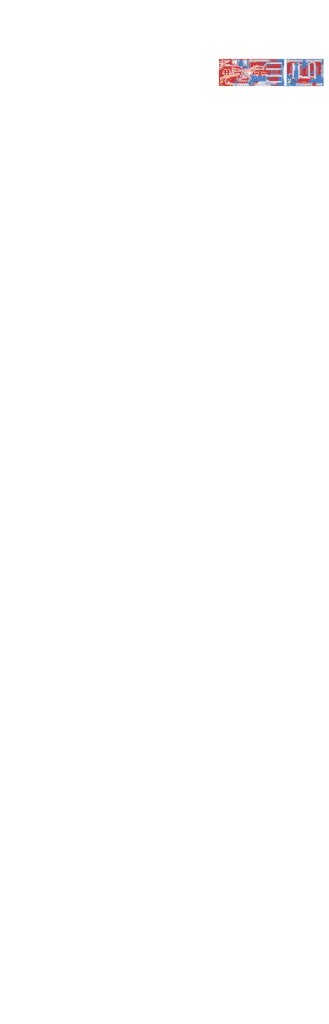
<source format=kicad_pcb>
(kicad_pcb (version 20211014) (generator pcbnew)
  (layers (0 "F.Cu" signal) (31 "B.Cu" signal) (34 "B.Paste" user) (35 "F.Paste" user) (36 "B.SilkS" user "B.Silkscreen") (37 "F.SilkS" user "F.Silkscreen") (38 "B.Mask" user) (39 "F.Mask" user) (44 "Edge.Cuts" user))
  (net 0 "")
  (net 1 "+5V")
  (net 2 "BOOT0")
  (net 3 "BOOT1")
  (net 4 "Net-(D1-Pad1)")
  (net 5 "GND")
  (net 6 "Net-(H1-Pad1)")
  (net 7 "Net-(H1-Pad2)")
  (net 8 "Net-(H1-Pad3)")
  (net 9 "OSCIN")
  (net 10 "OSCOUT")
  (net 11 "Net-(H1-Pad4)")
  (net 12 "Net-(H1-Pad5)")
  (net 13 "PA0")
  (net 14 "PA1")
  (net 15 "PA10")
  (net 16 "PA11")
  (net 17 "PA12")
  (net 18 "PA15")
  (net 19 "PA2")
  (net 20 "PA3")
  (net 21 "PA4")
  (net 22 "PA5")
  (net 23 "PA6")
  (net 24 "PA7")
  (net 25 "PA8")
  (net 26 "PA9")
  (net 27 "PB0")
  (net 28 "PB1")
  (net 29 "PB10")
  (net 30 "PB11")
  (net 31 "PB12")
  (net 32 "PB13")
  (net 33 "PB14")
  (net 34 "PB15")
  (net 35 "PB3")
  (net 36 "PB4")
  (net 37 "PB5")
  (net 38 "PB6")
  (net 39 "PB7")
  (net 40 "PB8")
  (net 41 "PB9")
  (net 42 "PC13")
  (net 43 "PC14")
  (net 44 "PC15")
  (net 45 "Net-(H1-Pad6)")
  (net 46 "Net-(H1-Pad7)")
  (net 47 "Net-(H1-Pad8)")
  (net 48 "Net-(H2-Pad1)")
  (net 49 "Net-(H2-Pad2)")
  (net 50 "Net-(H2-Pad3)")
  (net 51 "Net-(H2-Pad4)")
  (net 52 "Net-(H2-Pad5)")
  (net 53 "Net-(H2-Pad6)")
  (net 54 "Net-(H2-Pad7)")
  (net 55 "Net-(H2-Pad8)")
  (net 56 "Net-(H3-Pad3)")
  (net 57 "Net-(H3-Pad4)")
  (net 58 "Net-(H3-Pad5)")
  (net 59 "Net-(H3-Pad6)")
  (net 60 "Net-(H3-Pad7)")
  (net 61 "Net-(H3-Pad8)")
  (net 62 "Net-(H4-Pad1)")
  (net 63 "RESET")
  (net 64 "SWCLK")
  (net 65 "SWDIO")
  (net 66 "Net-(H4-Pad2)")
  (net 67 "Net-(H4-Pad3)")
  (net 68 "Net-(H4-Pad4)")
  (net 69 "Net-(H4-Pad5)")
  (net 70 "Net-(H4-Pad6)")
  (net 71 "Net-(H4-Pad7)")
  (net 72 "Net-(H4-Pad8)")
  (net 73 "Net-(H10-Pad1)")
  (net 74 "Net-(H10-Pad2)")
  (net 75 "Net-(H10-Pad3)")
  (net 76 "Net-(H10-Pad4)")
  (net 77 "Net-(H10-Pad5)")
  (net 78 "Net-(H10-Pad6)")
  (net 79 "Net-(H10-Pad7)")
  (net 80 "Net-(H10-Pad8)")
  (net 81 "Net-(LED3-Pad2)")
  (net 82 "Net-(LED4-Pad2)")
  (net 83 "Net-(P1-Pad3)")
  (net 84 "Net-(P1-Pad4)")
  (net 85 "Net-(R9-Pad1)")
  (net 86 "Net-(R11-Pad1)")
  (net 88 "Net-(U2-Pad9)")
  (net 92 "VBAT")
  (net 93 "VCC")
  (net 94 "Net-(U5-Pad10)")
  (net 97 "/VCC_THR")
  (footprint "EasyEDA:0603_1608METRIC_PAD1.05X0.95MM_HANDSOLDER" (layer "F.Cu") (at 105.499 105.322)
    (fp_text reference "C9")
    (fp_text value "20pF" hide)
  )
  (footprint "footprints:mouse-bite-1mm-slot" (layer "F.Cu") (at 162.6362 86.3346 90)
    (fp_text reference "mouse-bite-1mm-slot-10" hide)
    (fp_text value "VAL**" hide)
  )
  (footprint "EasyEDA:HDR-F-2.54_1X8" (layer "F.Cu") (at 133.439 83.097 180)
    (fp_text reference "H4")
    (fp_text value "HDR-F-2.54_1x8" hide)
  )
  (footprint "EasyEDA:0603_1608METRIC_PAD1.05X0.95MM_HANDSOLDER" (layer "F.Cu") (at 149.314 99.861 -90)
    (fp_text reference "R21")
    (fp_text value "10K" hide)
  )
  (footprint "EasyEDA:0603_1608METRIC_PAD1.05X0.95MM_HANDSOLDER" (layer "F.Cu") (at 182.969 94.908 180)
    (fp_text reference "R37")
    (fp_text value "10K" hide)
  )
  (footprint "EasyEDA:0603_1608METRIC_PAD1.05X0.95MM_HANDSOLDER" (layer "F.Cu") (at 144.234 96.559 90)
    (fp_text reference "R16")
    (fp_text value "10K" hide)
  )
  (footprint "EasyEDA:DIP-16_L19.8-W6.5-P2.54-LS7.6-BL" (layer "F.Cu") (at 148.044 106.338)
    (fp_text reference "U4")
    (fp_text value "SN74HC165N" hide)
  )
  (footprint "EasyEDA:HEADER-2.54-P2x3" (layer "F.Cu") (at 111.468 85.637)
    (fp_text reference "P1")
    (fp_text value "HDR-IDC-2.54-2X3P" hide)
  )
  (footprint "EasyEDA:0603_1608METRIC_PAD1.05X0.95MM_HANDSOLDER" (layer "F.Cu") (at 118.199 110.021 90)
    (fp_text reference "R5")
    (fp_text value "510" hide)
  )
  (footprint "footprints:mouse-bite-1mm-slot" (layer "F.Cu") (at 162.6362 104.3178 90)
    (fp_text reference "mouse-bite-1mm-slot-4" hide)
    (fp_text value "VAL**" hide)
  )
  (footprint "EasyEDA:0603_1608METRIC_PAD1.05X0.95MM_HANDSOLDER" (layer "F.Cu") (at 134.455 94.019 180)
    (fp_text reference "C2")
    (fp_text value "1uF" hide)
  )
  (footprint "EasyEDA:0603_1608METRIC_PAD1.05X0.95MM_HANDSOLDER" (layer "F.Cu") (at 96.355 93.765 180)
    (fp_text reference "C3")
    (fp_text value "100nF" hide)
  )
  (footprint "EasyEDA:CASE-C_6032" (layer "F.Cu") (at 86.195 98.21 -90)
    (fp_text reference "C5")
    (fp_text value "100uF" hide)
  )
  (footprint "EasyEDA:0603_1608METRIC_PAD1.05X0.95MM_HANDSOLDER" (layer "F.Cu") (at 149.314 112.815 90)
    (fp_text reference "R26")
    (fp_text value "10K" hide)
  )
  (footprint "EasyEDA:HDR-F-2.54_1X3" (layer "F.Cu") (at 205.829 113.475)
    (fp_text reference "H6")
    (fp_text value "HDR-F-2.54_1x3" hide)
  )
  (footprint "EasyEDA:0603_1608METRIC_PAD1.05X0.95MM_HANDSOLDER" (layer "F.Cu") (at 96.355 97.829 180)
    (fp_text reference "C10")
    (fp_text value "100nF" hide)
  )
  (footprint "EasyEDA:0603_1608METRIC_PAD1.05X0.95MM_HANDSOLDER" (layer "F.Cu") (at 144.234 83.605 -90)
    (fp_text reference "R15")
    (fp_text value "10K" hide)
  )
  (footprint "EasyEDA:HDR-F-2.54_1X6" (layer "F.Cu") (at 209.512 97.321 90)
    (fp_text reference "H8")
    (fp_text value "GND_BAR-T" hide)
  )
  (footprint "EasyEDA:0603_1608METRIC_PAD1.05X0.95MM_HANDSOLDER" (layer "F.Cu") (at 151.854 99.861 -90)
    (fp_text reference "R20")
    (fp_text value "10K" hide)
  )
  (footprint "EasyEDA:DIP-16_L19.8-W6.5-P2.54-LS7.6-BL" (layer "F.Cu") (at 196.431 96.178 90)
    (fp_text reference "U5")
    (fp_text value "SN74HC165N" hide)
  )
  (footprint "EasyEDA:USB-MICROB" (layer "F.Cu") (at 78.067 89.193 -90)
    (fp_text reference "U3")
    (fp_text value "Micro USB-B 5P_C40942" hide)
  )
  (footprint "EasyEDA:0603_1608METRIC_PAD1.05X0.95MM_HANDSOLDER" (layer "F.Cu") (at 85.062 89.627)
    (fp_text reference "R11")
    (fp_text value "20" hide)
  )
  (footprint "EasyEDA:0603_1608METRIC_PAD1.05X0.95MM_HANDSOLDER" (layer "F.Cu") (at 146.774 112.815 90)
    (fp_text reference "R25")
    (fp_text value "10K" hide)
  )
  (footprint "EasyEDA:CRYSTAL-SMD_L11.5-W4.8-LS12.7" (layer "F.Cu") (at 130.518 99.48 180)
    (fp_text reference "X2")
    (fp_text value "8MHz" hide)
  )
  (footprint "EasyEDA:0603_1608METRIC_PAD1.05X0.95MM_HANDSOLDER" (layer "F.Cu") (at 96.355 99.861 180)
    (fp_text reference "C1")
    (fp_text value "100nF" hide)
  )
  (footprint "EasyEDA:HDR-F-2.54_1X8" (layer "F.Cu") (at 172.936 83.351)
    (fp_text reference "H1")
    (fp_text value "HDR-F-2.54_1x8" hide)
  )
  (footprint "EasyEDA:0603_1608METRIC_PAD1.05X0.95MM_HANDSOLDER" (layer "F.Cu") (at 146.774 99.861 -90)
    (fp_text reference "R22")
    (fp_text value "10K" hide)
  )
  (footprint "EasyEDA:0603_1608METRIC_PAD1.05X0.95MM_HANDSOLDER" (layer "F.Cu") (at 92.799 98.464 -90)
    (fp_text reference "C8")
    (fp_text value "100nF" hide)
  )
  (footprint "EasyEDA:0603_1608METRIC_PAD1.05X0.95MM_HANDSOLDER" (layer "F.Cu") (at 189.7 97.448)
    (fp_text reference "R33")
    (fp_text value "10K" hide)
  )
  (footprint "EasyEDA:0603_1608METRIC_PAD1.05X0.95MM_HANDSOLDER" (layer "F.Cu") (at 85.062 88.357)
    (fp_text reference "R9")
    (fp_text value "20" hide)
  )
  (footprint "EasyEDA:0603_1608METRIC_PAD1.05X0.95MM_HANDSOLDER" (layer "F.Cu") (at 100.927 87.415 90)
    (fp_text reference "R7")
    (fp_text value "10K" hide)
  )
  (footprint "EasyEDA:0603_1608METRIC_PAD1.05X0.95MM_HANDSOLDER" (layer "F.Cu") (at 144.234 112.815 90)
    (fp_text reference "R24")
    (fp_text value "10K" hide)
  )
  (footprint "footprints:mouse-bite-1mm-slot" (layer "F.Cu") (at 162.6346 110.3122 90)
    (fp_text reference "mouse-bite-1mm-slot-2" hide)
    (fp_text value "VAL**" hide)
  )
  (footprint "EasyEDA:0603_1608METRIC_PAD1.05X0.95MM_HANDSOLDER" (layer "F.Cu") (at 203.162 92.368 180)
    (fp_text reference "R28")
    (fp_text value "10K" hide)
  )
  (footprint "footprints:mouse-bite-1mm-slot" (layer "F.Cu") (at 162.6346 113.3094 90)
    (fp_text reference "mouse-bite-1mm-slot-1" hide)
    (fp_text value "VAL**" hide)
  )
  (footprint "EasyEDA:HDR-F-2.54_1X8" (layer "F.Cu") (at 197.32 83.351)
    (fp_text reference "H2")
    (fp_text value "HDR-F-2.54_1x8" hide)
  )
  (footprint "EasyEDA:0603_1608METRIC_PAD1.05X0.95MM_HANDSOLDER" (layer "F.Cu") (at 98.133 87.415 90)
    (fp_text reference "R8")
    (fp_text value "10K" hide)
  )
  (footprint "EasyEDA:HDR-F-2.54_1X8" (layer "F.Cu") (at 104.61 113.958)
    (fp_text reference "H9")
    (fp_text value "THR_CONN-S" hide)
  )
  (footprint "EasyEDA:0603_1608METRIC_PAD1.05X0.95MM_HANDSOLDER" (layer "F.Cu") (at 203.162 99.988 180)
    (fp_text reference "R31")
    (fp_text value "10K" hide)
  )
  (footprint "EasyEDA:0603_1608METRIC_PAD1.05X0.95MM_HANDSOLDER" (layer "F.Cu") (at 96.355 95.797 180)
    (fp_text reference "C11")
    (fp_text value "100nF" hide)
  )
  (footprint "EasyEDA:0603_1608METRIC_PAD1.05X0.95MM_HANDSOLDER" (layer "F.Cu") (at 203.162 97.448 180)
    (fp_text reference "R30")
    (fp_text value "10K" hide)
  )
  (footprint "footprints:mouse-bite-1mm-slot" (layer "F.Cu") (at 162.6362 83.3388 90)
    (fp_text reference "mouse-bite-1mm-slot-11" hide)
    (fp_text value "VAL**" hide)
  )
  (footprint "EasyEDA:HEADER-2.54-P4-ANG" (layer "F.Cu") (at 99.53 83.097)
    (fp_text reference "P2")
    (fp_text value "SWD" hide)
  )
  (footprint "footprints:mouse-bite-1mm-slot" (layer "F.Cu") (at 162.6346 89.3318 90)
    (fp_text reference "mouse-bite-1mm-slot-9" hide)
    (fp_text value "VAL**" hide)
  )
  (footprint "EasyEDA:0603_1608METRIC_PAD1.05X0.95MM_HANDSOLDER" (layer "F.Cu") (at 151.854 83.605 -90)
    (fp_text reference "R12")
    (fp_text value "10K" hide)
  )
  (footprint "EasyEDA:FC-135R_L3.2-W1.5" (layer "F.Cu") (at 102.197 106.973 90)
    (fp_text reference "X3")
    (fp_text value "32.768kHz" hide)
  )
  (footprint "footprints:mouse-bite-1mm-slot" (layer "F.Cu") (at 162.6242 92.329 90)
    (fp_text reference "mouse-bite-1mm-slot-8" hide)
    (fp_text value "VAL**" hide)
  )
  (footprint "EasyEDA:SMA(DO-214AC)" (layer "F.Cu") (at 84.417 83.478)
    (fp_text reference "D1")
    (fp_text value "SS110-A" hide)
  )
  (footprint "EasyEDA:0603_1608METRIC_PAD1.05X0.95MM_HANDSOLDER" (layer "F.Cu") (at 189.7 99.988)
    (fp_text reference "R32")
    (fp_text value "10K" hide)
  )
  (footprint "EasyEDA:0603_1608METRIC_PAD1.05X0.95MM_HANDSOLDER" (layer "F.Cu") (at 125.565 104.687 90)
    (fp_text reference "C14")
    (fp_text value "20pF" hide)
  )
  (footprint "EasyEDA:0603_1608METRIC_PAD1.05X0.95MM_HANDSOLDER" (layer "F.Cu") (at 144.234 99.861 -90)
    (fp_text reference "R23")
    (fp_text value "10K" hide)
  )
  (footprint "EasyEDA:0603_1608METRIC_PAD1.05X0.95MM_HANDSOLDER" (layer "F.Cu") (at 89.205 112.703 180)
    (fp_text reference "R1")
    (fp_text value "510" hide)
  )
  (footprint "EasyEDA:0603_1608METRIC_PAD1.05X0.95MM_HANDSOLDER" (layer "F.Cu") (at 146.774 83.605 -90)
    (fp_text reference "R14")
    (fp_text value "10K" hide)
  )
  (footprint "EasyEDA:0603_1608METRIC_PAD1.05X0.95MM_HANDSOLDER" (layer "F.Cu") (at 189.7 94.908)
    (fp_text reference "R34")
    (fp_text value "10K" hide)
  )
  (footprint "EasyEDA:DIP-16_L19.8-W6.5-P2.54-LS7.6-BL" (layer "F.Cu") (at 176.238 96.178 90)
    (fp_text reference "U6")
    (fp_text value "SN74HC165N" hide)
  )
  (footprint "EasyEDA:0603_1608METRIC_PAD1.05X0.95MM_HANDSOLDER" (layer "F.Cu") (at 151.854 96.559 90)
    (fp_text reference "R19")
    (fp_text value "10K" hide)
  )
  (footprint "EasyEDA:0603_1608METRIC_PAD1.05X0.95MM_HANDSOLDER" (layer "F.Cu") (at 107.912 86.526 90)
    (fp_text reference "R3")
    (fp_text value "100K" hide)
  )
  (footprint "EasyEDA:HDR-F-2.54_1X8" (layer "F.Cu") (at 132.169 113.958)
    (fp_text reference "H10")
    (fp_text value "HDR-F-2.54_1x8" hide)
  )
  (footprint "EasyEDA:LED0603-R-RD" (layer "F.Cu") (at 92.672 112.688)
    (fp_text reference "LED3")
    (fp_text value "KT-0603R" hide)
  )
  (footprint "footprints:mouse-bite-1mm-slot" (layer "F.Cu") (at 162.6346 98.3234 90)
    (fp_text reference "mouse-bite-1mm-slot-6" hide)
    (fp_text value "VAL**" hide)
  )
  (footprint "EasyEDA:0603_1608METRIC_PAD1.05X0.95MM_HANDSOLDER" (layer "F.Cu") (at 169.507 94.908)
    (fp_text reference "R42")
    (fp_text value "10K" hide)
  )
  (footprint "EasyEDA:0603_1608METRIC_PAD1.05X0.95MM_HANDSOLDER" (layer "F.Cu") (at 131.407 104.687 90)
    (fp_text reference "C13")
    (fp_text value "20pF" hide)
  )
  (footprint "EasyEDA:0603_1608METRIC_PAD1.05X0.95MM_HANDSOLDER" (layer "F.Cu") (at 83.401 98.464 -90)
    (fp_text reference "C7")
    (fp_text value "100nF" hide)
  )
  (footprint "EasyEDA:DIP-16_L19.8-W6.5-P2.54-LS7.6-BL" (layer "F.Cu") (at 148.044 90.082)
    (fp_text reference "U2")
    (fp_text value "SN74HC165N" hide)
  )
  (footprint "EasyEDA:0603_1608METRIC_PAD1.05X0.95MM_HANDSOLDER" (layer "F.Cu") (at 182.969 99.988 180)
    (fp_text reference "R39")
    (fp_text value "10K" hide)
  )
  (footprint "EasyEDA:0603_1608METRIC_PAD1.05X0.95MM_HANDSOLDER" (layer "F.Cu") (at 151.854 112.815 90)
    (fp_text reference "R27")
    (fp_text value "10K" hide)
  )
  (footprint "EasyEDA:0603_1608METRIC_PAD1.05X0.95MM_HANDSOLDER" (layer "F.Cu") (at 88.862 84.367 90)
    (fp_text reference "R10")
    (fp_text value "1.5K" hide)
  )
  (footprint "EasyEDA:0603_1608METRIC_PAD1.05X0.95MM_HANDSOLDER" (layer "F.Cu") (at 149.314 96.559 90)
    (fp_text reference "R18")
    (fp_text value "10K" hide)
  )
  (footprint "EasyEDA:0603_1608METRIC_PAD1.05X0.95MM_HANDSOLDER" (layer "F.Cu") (at 169.507 99.988)
    (fp_text reference "R40")
    (fp_text value "10K" hide)
  )
  (footprint "EasyEDA:LED0603-R-RD" (layer "F.Cu") (at 119.977 112.561 90)
    (fp_text reference "LED4")
    (fp_text value "KT-0603R" hide)
  )
  (footprint "EasyEDA:HDR-F-2.54_1X6" (layer "F.Cu") (at 160.109 97.321 -90)
    (fp_text reference "H7")
    (fp_text value "GND_BAR-S" hide)
  )
  (footprint "footprints:mouse-bite-1mm-slot" (layer "F.Cu") (at 162.6362 107.315 90)
    (fp_text reference "mouse-bite-1mm-slot-3" hide)
    (fp_text value "VAL**" hide)
  )
  (footprint "EasyEDA:LQFP-48_L7.0-W7.0-P0.50-LS9.0-BL" (layer "F.Cu") (at 114.897 98.718 45)
    (fp_text reference "U7")
    (fp_text value "STM32F103C8T6" hide)
  )
  (footprint "EasyEDA:SOT-223" (layer "F.Cu") (at 88.227 107.227 180)
    (fp_text reference "U8")
    (fp_text value "AMS1117-3.3" hide)
  )
  (footprint "EasyEDA:0603_1608METRIC_PAD1.05X0.95MM_HANDSOLDER" (layer "F.Cu") (at 189.7 92.495)
    (fp_text reference "R35")
    (fp_text value "10K" hide)
  )
  (footprint "EasyEDA:CASE-C_6032" (layer "F.Cu") (at 90.005 98.21 -90)
    (fp_text reference "C6")
    (fp_text value "330uF" hide)
  )
  (footprint "EasyEDA:0603_1608METRIC_PAD1.05X0.95MM_HANDSOLDER" (layer "F.Cu") (at 182.969 97.448 180)
    (fp_text reference "R38")
    (fp_text value "10K" hide)
  )
  (footprint "EasyEDA:0603_1608METRIC_PAD1.05X0.95MM_HANDSOLDER" (layer "F.Cu") (at 128.359 103.798)
    (fp_text reference "R6")
    (fp_text value "1M" hide)
  )
  (footprint "footprints:mouse-bite-1mm-slot" (layer "F.Cu") (at 162.6346 101.3206 90)
    (fp_text reference "mouse-bite-1mm-slot-5" hide)
    (fp_text value "VAL**" hide)
  )
  (footprint "EasyEDA:0603_1608METRIC_PAD1.05X0.95MM_HANDSOLDER" (layer "F.Cu") (at 105.499 108.497)
    (fp_text reference "C12")
    (fp_text value "20pF" hide)
  )
  (footprint "footprints:mouse-bite-1mm-slot" (layer "F.Cu") (at 162.6242 95.3262 90)
    (fp_text reference "mouse-bite-1mm-slot-7" hide)
    (fp_text value "VAL**" hide)
  )
  (footprint "EasyEDA:0603_1608METRIC_PAD1.05X0.95MM_HANDSOLDER" (layer "F.Cu") (at 203.162 94.908 180)
    (fp_text reference "R29")
    (fp_text value "10K" hide)
  )
  (footprint "EasyEDA:0603_1608METRIC_PAD1.05X0.95MM_HANDSOLDER" (layer "F.Cu") (at 146.774 96.559 90)
    (fp_text reference "R17")
    (fp_text value "10K" hide)
  )
  (footprint "EasyEDA:0603_1608METRIC_PAD1.05X0.95MM_HANDSOLDER" (layer "F.Cu") (at 169.507 97.448)
    (fp_text reference "R41")
    (fp_text value "10K" hide)
  )
  (footprint "EasyEDA:HDR-F-2.54_1X8" (layer "F.Cu") (at 185.382 113.45)
    (fp_text reference "H3")
    (fp_text value "THR_CONN-T" hide)
  )
  (footprint "EasyEDA:0603_1608METRIC_PAD1.05X0.95MM_HANDSOLDER" (layer "F.Cu") (at 115.151 86.526 90)
    (fp_text reference "R4")
    (fp_text value "100K" hide)
  )
  (footprint "EasyEDA:SW-SMD_4P-L5.1-W5.1-P3.70-LS6.5-TL-2" (layer "F.Cu") (at 125.946 92.241)
    (fp_text reference "SW1")
    (fp_text value "TS-1187A-B-A-B" hide)
  )
  (footprint "EasyEDA:HDR-F-2.54_1X2" (layer "F.Cu") (at 118.707 83.224)
    (fp_text reference "H5")
    (fp_text value "ADC_S" hide)
  )
  (footprint "EasyEDA:0603_1608METRIC_PAD1.05X0.95MM_HANDSOLDER" (layer "F.Cu") (at 183.096 92.368 180)
    (fp_text reference "R36")
    (fp_text value "10K" hide)
  )
  (footprint "EasyEDA:0603_1608METRIC_PAD1.05X0.95MM_HANDSOLDER" (layer "F.Cu") (at 96.355 91.733 180)
    (fp_text reference "C4")
    (fp_text value "100nF" hide)
  )
  (footprint "EasyEDA:0603_1608METRIC_PAD1.05X0.95MM_HANDSOLDER" (layer "F.Cu") (at 134.455 92.368)
    (fp_text reference "R2")
    (fp_text value "10K" hide)
  )
  (footprint "EasyEDA:0603_1608METRIC_PAD1.05X0.95MM_HANDSOLDER" (layer "F.Cu") (at 169.507 92.368)
    (fp_text reference "R43")
    (fp_text value "10K" hide)
  )
  (footprint "EasyEDA:0603_1608METRIC_PAD1.05X0.95MM_HANDSOLDER" (layer "F.Cu") (at 149.314 83.605 -90)
    (fp_text reference "R13")
    (fp_text value "10K" hide)
  )
  (footprint "LOGO" (layer "B.Cu") (at 104.731531 97.908757 180)
    (fp_text reference "G***" hide)
    (fp_text value "LOGO" hide)
  )
  (gr_poly (pts (xy 168.444171 104.538312) (xy 168.443113 104.564987) (xy 168.440029 104.595011) (xy 168.435056 104.627952) (xy 168.428327 104.663378) (xy 168.41998 104.700858) (xy 168.41015 104.739957) (xy 168.398972 104.780246) (xy 168.386583 104.82129) (xy 168.373117 104.862659) (xy 168.35871 104.90392) (xy 168.343498 104.944641) (xy 168.327616 104.984389) (xy 168.311201 105.022734) (xy 168.294388 105.059241) (xy 168.277311 105.09348) (xy 168.260108 105.125018) (xy 168.209917 105.209312) (xy 168.135737 105.329827) (xy 168.047567 105.470478) (xy 167.955405 105.615183) (xy 167.911168 105.684722) (xy 167.869899 105.750932) (xy 167.832502 105.812268) (xy 167.79988 105.867187) (xy 167.772936 105.914142) (xy 167.752571 105.951592) (xy 167.745139 105.966268) (xy 167.739691 105.977989) (xy 167.736339 105.986561) (xy 167.735197 105.991791) (xy 167.735197 106.025716) (xy 168.827901 106.025716) (xy 169.092551 106.306182) (xy 169.357201 106.586639) (xy 169.459895 106.778951) (xy 169.481512 106.81842) (xy 169.503589 106.856844) (xy 169.525506 106.893265) (xy 169.546643 106.926727) (xy 169.556726 106.942049) (xy 169.566381 106.956273) (xy 169.575532 106.969278) (xy 169.584101 106.980946) (xy 169.59201 106.991156) (xy 169.599182 106.99979) (xy 169.60554 107.006727) (xy 169.611005 107.011848) (xy 169.659425 107.052377) (xy 169.654635 107.47802) (xy 169.649845 107.9036) (xy 169.618225 107.989999) (xy 169.586633 108.076488) (xy 169.285239 108.379562) (xy 168.983846 108.682681) (xy 169.083988 108.704303) (xy 169.104725 108.70885) (xy 169.122767 108.713031) (xy 169.138168 108.717032) (xy 169.150981 108.72104) (xy 169.156434 108.723104) (xy 169.161261 108.725239) (xy 169.165468 108.727469) (xy 169.169062 108.729817) (xy 169.17205 108.732306) (xy 169.174439 108.73496) (xy 169.176235 108.737801) (xy 169.177444 108.740853) (xy 169.178075 108.74414) (xy 169.178134 108.747683) (xy 169.177626 108.751508) (xy 169.17656 108.755636) (xy 169.174942 108.760092) (xy 169.172778 108.764898) (xy 169.170076 108.770078) (xy 169.166842 108.775655) (xy 169.158806 108.788094) (xy 169.148724 108.802399) (xy 169.122637 108.837357) (xy 169.061099 108.91869) (xy 169.297485 109.058747) (xy 169.346121 109.087973) (xy 169.393716 109.117331) (xy 169.43907 109.14603) (xy 169.480983 109.173276) (xy 169.518255 109.198275) (xy 169.549684 109.220235) (xy 169.574072 109.238362) (xy 169.583249 109.245741) (xy 169.590216 109.251864) (xy 169.646533 109.304879) (xy 169.646533 109.352557) (xy 169.642701 109.373003) (xy 169.631717 109.413079) (xy 169.591375 109.542606) (xy 169.531665 109.722106) (xy 169.458748 109.932549) (xy 169.303853 110.374422) (xy 169.195108 110.689248) (xy 169.178861 110.73644) (xy 169.161756 110.784569) (xy 169.144307 110.832289) (xy 169.127026 110.878255) (xy 169.110427 110.921121) (xy 169.095023 110.959541) (xy 169.081326 110.99217) (xy 169.069849 111.017663) (xy 169.02049 111.121694) (xy 168.87887 111.209451) (xy 168.805748 111.253585) (xy 168.737707 111.292005) (xy 168.704907 111.30937) (xy 168.672558 111.325664) (xy 168.640384 111.341007) (xy 168.608112 111.355517) (xy 168.57547 111.369315) (xy 168.542183 111.382519) (xy 168.507977 111.395248) (xy 168.472581 111.407622) (xy 168.397118 111.431782) (xy 168.313606 111.455953) (xy 168.105737 111.513583) (xy 168.060258 111.495399) (xy 168.014833 111.477213) (xy 167.969128 111.363511) (xy 167.959597 111.336912) (xy 167.949336 111.303057) (xy 167.927279 111.217104) (xy 167.904264 111.112706) (xy 167.881597 110.996916) (xy 167.860583 110.876788) (xy 167.842529 110.759377) (xy 167.82874 110.651734) (xy 167.820522 110.560915) (xy 167.818464 110.528146) (xy 167.913405 110.528146) (xy 167.951801 110.816627) (xy 167.990178 111.105109) (xy 168.0363 111.225317) (xy 168.082394 111.345496) (xy 168.155955 111.345496) (xy 168.177702 111.344089) (xy 168.204267 111.340023) (xy 168.235006 111.333536) (xy 168.26928 111.324864) (xy 168.306448 111.314242) (xy 168.345868 111.301908) (xy 168.428904 111.273046) (xy 168.513258 111.240168) (xy 168.593805 111.205164) (xy 168.631048 111.187456) (xy 168.665416 111.169925) (xy 168.696268 111.152807) (xy 168.722964 111.13634) (xy 168.760378 111.110794) (xy 168.794532 111.084983) (xy 168.825986 111.057719) (xy 168.855297 111.027817) (xy 168.883025 110.994089) (xy 168.909728 110.95535) (xy 168.935965 110.910414) (xy 168.962294 110.858093) (xy 168.989274 110.797202) (xy 169.017464 110.726554) (xy 169.079705 110.551242) (xy 169.153488 110.322668) (xy 169.243281 110.031341) (xy 169.308146 109.820187) (xy 169.365642 109.636207) (xy 169.409535 109.499167) (xy 169.424433 109.454425) (xy 169.433594 109.428829) (xy 169.46278 109.355186) (xy 169.37801 109.276839) (xy 169.368429 109.268363) (xy 169.357262 109.259141) (xy 169.330718 109.238822) (xy 169.299474 109.216601) (xy 169.264625 109.193196) (xy 169.227266 109.169324) (xy 169.188492 109.145703) (xy 169.1494 109.123052) (xy 169.111084 109.102088) (xy 169.111126 109.102296) (xy 169.077672 109.084757) (xy 169.047199 109.069159) (xy 169.019531 109.055452) (xy 168.994493 109.043589) (xy 168.971911 109.033524) (xy 168.961486 109.02915) (xy 168.951609 109.025208) (xy 168.942259 109.021691) (xy 168.933413 109.018594) (xy 168.92505 109.015911) (xy 168.917147 109.013635) (xy 168.909683 109.011761) (xy 168.902637 109.010284) (xy 168.895985 109.009196) (xy 168.889706 109.008492) (xy 168.883779 109.008166) (xy 168.878182 109.008212) (xy 168.872892 109.008624) (xy 168.867888 109.009397) (xy 168.863147 109.010524) (xy 168.858649 109.012) (xy 168.85437 109.013818) (xy 168.85029 109.015973) (xy 168.846386 109.018458) (xy 168.842637 109.021268) (xy 168.83902 109.024397) (xy 168.835514 109.027839) (xy 168.814371 109.049642) (xy 169.059466 109.19652) (xy 169.10909 109.226438) (xy 169.156125 109.255109) (xy 169.199485 109.281851) (xy 169.238084 109.305983) (xy 169.270839 109.326822) (xy 169.296662 109.343686) (xy 169.314469 109.355892) (xy 169.320028 109.360035) (xy 169.323175 109.362759) (xy 169.341785 109.382029) (xy 169.108592 110.030526) (xy 169.014418 110.289625) (xy 168.93038 110.515704) (xy 168.865649 110.684455) (xy 168.843389 110.739738) (xy 168.829395 110.771574) (xy 168.783392 110.864089) (xy 168.653008 110.93357) (xy 168.623228 110.948662) (xy 168.588499 110.964943) (xy 168.550077 110.981899) (xy 168.509218 110.999014) (xy 168.46718 111.015777) (xy 168.42522 111.031673) (xy 168.384593 111.046187) (xy 168.346558 111.058807) (xy 168.170447 111.114536) (xy 168.139452 111.075724) (xy 168.130368 111.061212) (xy 168.120717 111.0401) (xy 168.110654 111.013124) (xy 168.100331 110.981021) (xy 168.07952 110.904383) (xy 168.059509 110.816078) (xy 168.041524 110.721999) (xy 168.026791 110.628041) (xy 168.016537 110.540095) (xy 168.013472 110.50022) (xy 168.011986 110.464057) (xy 168.008996 110.303808) (xy 167.961201 110.41599) (xy 167.913405 110.528146) (xy 167.818464 110.528146) (xy 167.812472 110.43272) (xy 167.623377 110.629346) (xy 167.434305 110.825956) (xy 167.397465 110.942002) (xy 167.360653 111.058028) (xy 167.406476 111.210127) (xy 167.428586 111.286905) (xy 167.454903 111.383479) (xy 167.482129 111.487499) (xy 167.506964 111.586617) (xy 167.519076 111.634488) (xy 167.532554 111.684549) (xy 167.546948 111.735316) (xy 167.561805 111.785309) (xy 167.576677 111.833045) (xy 167.591113 111.877042) (xy 167.604662 111.915818) (xy 167.616873 111.94789) (xy 167.672141 112.084798) (xy 167.726875 112.104792) (xy 167.732978 112.107241) (xy 167.739934 112.11041) (xy 167.756091 112.118705) (xy 167.774709 112.129278) (xy 167.79515 112.14173) (xy 167.816777 112.155661) (xy 167.838952 112.170672) (xy 167.861038 112.186363) (xy 167.882398 112.202335) (xy 167.983115 112.279868) (xy 168.07802 112.475355) (xy 168.097972 112.51763) (xy 168.118277 112.562865) (xy 168.138368 112.609657) (xy 168.157681 112.656602) (xy 168.17565 112.702298) (xy 168.191712 112.745341) (xy 168.205299 112.784328) (xy 168.215848 112.817855) (xy 168.258731 112.964832) (xy 168.258731 113.257258) (xy 168.194136 113.329363) (xy 168.178248 113.346323) (xy 168.162112 113.361898) (xy 168.145506 113.37617) (xy 168.128205 113.389222) (xy 168.109988 113.401137) (xy 168.090632 113.411996) (xy 168.069912 113.421884) (xy 168.047607 113.430882) (xy 168.023492 113.439072) (xy 167.997346 113.446538) (xy 167.968946 113.453362) (xy 167.938067 113.459627) (xy 167.904487 113.465415) (xy 167.867984 113.470809) (xy 167.785314 113.480746) (xy 167.588613 113.501644) (xy 167.615039 113.329362) (xy 167.641465 113.15707) (xy 167.607684 113.049873) (xy 167.598797 113.023622) (xy 167.586452 112.990004) (xy 167.553626 112.906216) (xy 167.513682 112.809617) (xy 167.471096 112.711317) (xy 167.368333 112.479984) (xy 167.259596 112.419099) (xy 167.150881 112.358213) (xy 167.01126 112.156438) (xy 166.983219 112.11547) (xy 166.957058 112.076413) (xy 166.933351 112.040182) (xy 166.91267 112.007688) (xy 166.895588 111.979846) (xy 166.882678 111.957569) (xy 166.877966 111.948802) (xy 166.874512 111.941768) (xy 166.872386 111.936582) (xy 166.871845 111.934718) (xy 166.871662 111.933358) (xy 166.871397 111.930892) (xy 166.870621 111.927896) (xy 166.869358 111.924412) (xy 166.867636 111.920482) (xy 166.86548 111.916146) (xy 166.862917 111.911446) (xy 166.859973 111.906422) (xy 166.856674 111.901117) (xy 166.853047 111.895571) (xy 166.849116 111.889826) (xy 166.840453 111.877902) (xy 166.830893 111.865674) (xy 166.825842 111.85955) (xy 166.820646 111.853474) (xy 166.772451 111.798092) (xy 166.935806 111.798092) (xy 166.970845 111.867754) (xy 166.980071 111.885204) (xy 166.9929 111.908152) (xy 167.027034 111.966628) (xy 167.068582 112.03535) (xy 167.112879 112.106486) (xy 167.21987 112.275565) (xy 167.350231 112.354998) (xy 167.480592 112.434431) (xy 167.518417 112.565694) (xy 167.556242 112.696975) (xy 167.66861 112.675172) (xy 167.692091 112.670111) (xy 167.715874 112.66407) (xy 167.739757 112.657145) (xy 167.763541 112.649433) (xy 167.787023 112.641031) (xy 167.810003 112.632036) (xy 167.832279 112.622545) (xy 167.85365 112.612656) (xy 167.873915 112.602466) (xy 167.892872 112.59207) (xy 167.910321 112.581568) (xy 167.926059 112.571054) (xy 167.939887 112.560628) (xy 167.951602 112.550384) (xy 167.956604 112.545362) (xy 167.961003 112.540422) (xy 167.964774 112.535576) (xy 167.96789 112.530837) (xy 167.986961 112.498629) (xy 167.932227 112.402316) (xy 167.877512 112.306011) (xy 167.7574 112.244221) (xy 167.637243 112.18243) (xy 167.540247 111.947842) (xy 167.540342 111.948165) (xy 167.443348 111.713595) (xy 167.351224 111.708164) (xy 167.31648 111.706941) (xy 167.300027 111.706972) (xy 167.283896 111.707486) (xy 167.267868 111.708521) (xy 167.251724 111.710117) (xy 167.235246 111.712315) (xy 167.218215 111.715154) (xy 167.200412 111.718673) (xy 167.181618 111.722912) (xy 167.140185 111.733711) (xy 167.092166 111.747869) (xy 167.035812 111.765704) (xy 166.935806 111.798092) (xy 166.772451 111.798092) (xy 166.76963 111.794849) (xy 166.339392 111.794849) (xy 166.219832 111.757575) (xy 166.100271 111.720303) (xy 166.024738 111.762371) (xy 165.949187 111.80444) (xy 166.025136 111.89831) (xy 166.032973 111.908274) (xy 166.040787 111.918763) (xy 166.048527 111.929687) (xy 166.056146 111.940958) (xy 166.063592 111.952487) (xy 166.070818 111.964185) (xy 166.077774 111.975965) (xy 166.084411 111.987736) (xy 166.090679 111.99941) (xy 166.09653 112.010899) (xy 166.101914 112.022114) (xy 166.106782 112.032966) (xy 166.111084 112.043367) (xy 166.114773 112.053227) (xy 166.117797 112.062459) (xy 166.120109 112.070972) (xy 166.13918 112.149862) (xy 166.126541 112.332983) (xy 166.113902 112.516129) (xy 166.053695 112.644326) (xy 165.993487 112.77253) (xy 165.816433 112.800123) (xy 165.639402 112.827807) (xy 165.528735 112.806185) (xy 165.418067 112.784562) (xy 165.44082 112.73046) (xy 165.445631 112.717613) (xy 165.450641 112.701813) (xy 165.455706 112.683679) (xy 165.460677 112.663828) (xy 165.46541 112.64288) (xy 165.469757 112.621452) (xy 165.473572 112.600162) (xy 165.476709 112.579629) (xy 165.490036 112.48298) (xy 165.371946 112.33924) (xy 165.347112 112.308314) (xy 165.321817 112.275473) (xy 165.296767 112.241721) (xy 165.272666 112.208061) (xy 165.25022 112.175497) (xy 165.230133 112.145034) (xy 165.213109 112.117674) (xy 165.199855 112.094421) (xy 165.145944 111.99332) (xy 165.145944 111.941572) (xy 165.240058 111.941572) (xy 165.300674 112.009254) (xy 165.307184 112.016252) (xy 165.314178 112.023272) (xy 165.32159 112.03027) (xy 165.329356 112.037199) (xy 165.337412 112.044014) (xy 165.345692 112.050669) (xy 165.354132 112.05712) (xy 165.362668 112.063321) (xy 165.371235 112.069225) (xy 165.379769 112.074789) (xy 165.388204 112.079965) (xy 165.396476 112.08471) (xy 165.404521 112.088976) (xy 165.412274 112.09272) (xy 165.41967 112.095895) (xy 165.426645 112.098457) (xy 165.492019 112.120078) (xy 165.594115 112.100085) (xy 165.696166 112.080271) (xy 165.776357 112.014681) (xy 165.784526 112.00782) (xy 165.792466 112.000812) (xy 165.800136 111.993709) (xy 165.807495 111.986563) (xy 165.814502 111.979423) (xy 165.821115 111.97234) (xy 165.827294 111.965366) (xy 165.832997 111.958551) (xy 165.838183 111.951946) (xy 165.842812 111.945603) (xy 165.846841 111.939571) (xy 165.85023 111.933902) (xy 165.852937 111.928646) (xy 165.854922 111.923855) (xy 165.85563 111.92165) (xy 165.856143 111.919579) (xy 165.856454 111.917651) (xy 165.856559 111.91587) (xy 165.856559 111.882667) (xy 165.773652 111.904288) (xy 165.690791 111.925912) (xy 165.81991 111.780273) (xy 165.845841 111.75051) (xy 165.870032 111.721765) (xy 165.891952 111.694738) (xy 165.911073 111.670129) (xy 165.919418 111.65895) (xy 165.926866 111.648638) (xy 165.933349 111.639282) (xy 165.938801 111.630967) (xy 165.943157 111.623782) (xy 165.946351 111.617815) (xy 165.948315 111.613152) (xy 165.948816 111.611338) (xy 165.948985 111.609882) (xy 165.948195 111.606652) (xy 165.945879 111.602125) (xy 165.942114 111.596385) (xy 165.936978 111.589514) (xy 165.93055 111.581594) (xy 165.922908 111.572708) (xy 165.904291 111.552368) (xy 165.881754 111.529156) (xy 165.85592 111.503732) (xy 165.827414 111.476757) (xy 165.796861 111.448891) (xy 165.796867 111.448827) (xy 165.765952 111.421466) (xy 165.736421 111.395937) (xy 165.708975 111.372799) (xy 165.684311 111.352613) (xy 165.663128 111.335938) (xy 165.654059 111.329093) (xy 165.646123 111.323335) (xy 165.639406 111.318735) (xy 165.633995 111.315362) (xy 165.629978 111.313287) (xy 165.62852 111.312758) (xy 165.627442 111.31258) (xy 165.625029 111.313193) (xy 165.621404 111.314991) (xy 165.616641 111.317913) (xy 165.610813 111.321898) (xy 165.596258 111.332818) (xy 165.578323 111.347264) (xy 165.557595 111.36475) (xy 165.534659 111.384792) (xy 165.510103 111.406903) (xy 165.484512 111.430598) (xy 165.358908 111.548624) (xy 165.299506 111.669718) (xy 165.240058 111.790849) (xy 165.240058 111.941572) (xy 165.145944 111.941572) (xy 165.145944 111.787519) (xy 165.23019 111.62289) (xy 165.25111 111.583984) (xy 165.278375 111.536385) (xy 165.310833 111.481944) (xy 165.347332 111.422509) (xy 165.38672 111.35993) (xy 165.427844 111.296059) (xy 165.469554 111.232744) (xy 165.510696 111.171835) (xy 165.551723 111.110807) (xy 165.593067 111.047133) (xy 165.633605 110.982689) (xy 165.67221 110.91935) (xy 165.707759 110.858993) (xy 165.739126 110.803494) (xy 165.765186 110.754729) (xy 165.784815 110.714573) (xy 165.862573 110.543793) (xy 165.881313 110.527401) (xy 166.102712 110.527401) (xy 166.110491 110.63848) (xy 166.118271 110.749523) (xy 166.226158 110.787249) (xy 166.289404 110.805668) (xy 166.375077 110.825197) (xy 166.477954 110.845018) (xy 166.59281 110.864312) (xy 166.714421 110.882259) (xy 166.837563 110.898041) (xy 166.95701 110.910838) (xy 167.067539 110.919833) (xy 167.277039 110.933402) (xy 167.321822 110.894772) (xy 167.366631 110.856141) (xy 167.364372 110.803941) (xy 167.362112 110.75183) (xy 167.327734 110.826107) (xy 167.293337 110.900382) (xy 167.060121 110.879755) (xy 167.018972 110.875618) (xy 166.974767 110.870273) (xy 166.880147 110.856568) (xy 166.782169 110.839858) (xy 166.686741 110.821359) (xy 166.599769 110.802288) (xy 166.527162 110.783864) (xy 166.498091 110.775274) (xy 166.474826 110.767303) (xy 166.458107 110.760101) (xy 166.452432 110.756836) (xy 166.44867 110.753822) (xy 166.447809 110.752085) (xy 166.447526 110.749336) (xy 166.447788 110.745646) (xy 166.448563 110.741083) (xy 166.451523 110.729624) (xy 166.456144 110.715517) (xy 166.462167 110.699321) (xy 166.469331 110.681598) (xy 166.477376 110.662907) (xy 166.486042 110.643806) (xy 166.495069 110.624857) (xy 166.504196 110.606618) (xy 166.513163 110.58965) (xy 166.52171 110.574512) (xy 166.529577 110.561763) (xy 166.536503 110.551964) (xy 166.542228 110.545674) (xy 166.544559 110.54402) (xy 166.546492 110.543453) (xy 166.548178 110.543705) (xy 166.550954 110.544442) (xy 166.559523 110.547277) (xy 166.571698 110.551759) (xy 166.586974 110.557691) (xy 166.624821 110.573109) (xy 166.66904 110.591946) (xy 166.698028 110.603642) (xy 166.731811 110.615725) (xy 166.810949 110.640406) (xy 166.900828 110.664691) (xy 166.99582 110.687284) (xy 167.090296 110.706887) (xy 167.178631 110.722203) (xy 167.218736 110.727848) (xy 167.255195 110.731935) (xy 167.287305 110.734303) (xy 167.314362 110.734788) (xy 167.412528 110.734788) (xy 167.366298 110.708009) (xy 167.360584 110.705175) (xy 167.353062 110.702222) (xy 167.333087 110.696045) (xy 167.307355 110.689668) (xy 167.276849 110.683276) (xy 167.24255 110.677059) (xy 167.20544 110.671202) (xy 167.166502 110.665896) (xy 167.126718 110.661326) (xy 167.084595 110.656236) (xy 167.03894 110.649379) (xy 166.991205 110.641053) (xy 166.942846 110.631562) (xy 166.895316 110.621206) (xy 166.850069 110.610285) (xy 166.808559 110.599101) (xy 166.772241 110.587955) (xy 166.611089 110.534487) (xy 166.478569 110.443266) (xy 166.47918 110.442315) (xy 166.452268 110.423995) (xy 166.426615 110.406901) (xy 166.402822 110.391408) (xy 166.381489 110.377892) (xy 166.363218 110.366727) (xy 166.348609 110.358287) (xy 166.342865 110.355207) (xy 166.338263 110.352949) (xy 166.334876 110.351559) (xy 166.333662 110.351205) (xy 166.332781 110.351086) (xy 166.330169 110.351453) (xy 166.327086 110.352526) (xy 166.323568 110.354265) (xy 166.31965 110.356626) (xy 166.310762 110.363054) (xy 166.300715 110.371478) (xy 166.289799 110.381566) (xy 166.278304 110.392986) (xy 166.266524 110.405405) (xy 166.254747 110.418493) (xy 166.243266 110.431916) (xy 166.232371 110.445344) (xy 166.222354 110.458444) (xy 166.213505 110.470885) (xy 166.206116 110.482333) (xy 166.200478 110.492458) (xy 166.198407 110.49692) (xy 166.196882 110.500927) (xy 166.19594 110.504437) (xy 166.195619 110.507409) (xy 166.195679 110.508903) (xy 166.19586 110.510483) (xy 166.196568 110.51388) (xy 166.197719 110.517566) (xy 166.199289 110.521504) (xy 166.201255 110.52566) (xy 166.203592 110.529999) (xy 166.206278 110.534486) (xy 166.209287 110.539085) (xy 166.212598 110.543762) (xy 166.216185 110.54848) (xy 166.220025 110.553206) (xy 166.224095 110.557904) (xy 166.22837 110.562539) (xy 166.232827 110.567075) (xy 166.237442 110.571479) (xy 166.242192 110.575713) (xy 166.288793 110.615882) (xy 166.280743 110.539526) (xy 166.272694 110.463169) (xy 166.396024 110.463169) (xy 166.40659 110.541515) (xy 166.417157 110.619862) (xy 166.362079 110.661749) (xy 166.356193 110.666021) (xy 166.349914 110.670172) (xy 166.343298 110.674181) (xy 166.336401 110.678026) (xy 166.329281 110.681686) (xy 166.321992 110.68514) (xy 166.314593 110.688367) (xy 166.307138 110.691344) (xy 166.299685 110.694051) (xy 166.292289 110.696466) (xy 166.285008 110.698568) (xy 166.277897 110.700336) (xy 166.271013 110.701748) (xy 166.264412 110.702783) (xy 166.25815 110.70342) (xy 166.252285 110.703637) (xy 166.197505 110.703637) (xy 166.150099 110.615519) (xy 166.102712 110.527401) (xy 165.881313 110.527401) (xy 165.951206 110.466261) (xy 166.039813 110.388728) (xy 166.039813 110.320423) (xy 166.040471 110.300947) (xy 166.042527 110.281695) (xy 166.0461 110.262476) (xy 166.05131 110.243097) (xy 166.058277 110.223367) (xy 166.06712 110.203096) (xy 166.07796 110.18209) (xy 166.090915 110.160159) (xy 166.106107 110.137111) (xy 166.123654 110.112755) (xy 166.143677 110.086899) (xy 166.166295 110.059352) (xy 166.191628 110.029922) (xy 166.219796 109.998417) (xy 166.285116 109.928419) (xy 166.321106 109.889994) (xy 166.35621 109.851183) (xy 166.389547 109.813048) (xy 166.420237 109.776649) (xy 166.428188 109.766814) (xy 168.583294 109.766814) (xy 168.664455 109.815217) (xy 168.745596 109.863618) (xy 168.841972 109.800199) (xy 168.938323 109.736779) (xy 168.938323 109.61972) (xy 168.937986 109.595504) (xy 168.937129 109.573394) (xy 168.935671 109.55323) (xy 168.934691 109.543828) (xy 168.933531 109.534852) (xy 168.93218 109.526282) (xy 168.930628 109.518099) (xy 168.928866 109.510282) (xy 168.926882 109.502811) (xy 168.924667 109.495667) (xy 168.922211 109.488829) (xy 168.919504 109.482277) (xy 168.916535 109.475991) (xy 168.913295 109.469952) (xy 168.909774 109.464138) (xy 168.90596 109.458531) (xy 168.901845 109.45311) (xy 168.897418 109.447855) (xy 168.892668 109.442746) (xy 168.887587 109.437763) (xy 168.882163 109.432886) (xy 168.876388 109.428095) (xy 168.870249 109.42337) (xy 168.863738 109.41869) (xy 168.856845 109.414037) (xy 168.84187 109.404728) (xy 168.825243 109.395283) (xy 168.824759 109.395254) (xy 168.817769 109.391501) (xy 168.810713 109.387853) (xy 168.803639 109.38433) (xy 168.796595 109.380951) (xy 168.789629 109.377734) (xy 168.782789 109.374698) (xy 168.776123 109.371861) (xy 168.769679 109.369244) (xy 168.763504 109.366864) (xy 168.757647 109.36474) (xy 168.752155 109.362891) (xy 168.747077 109.361336) (xy 168.74246 109.360094) (xy 168.738352 109.359184) (xy 168.734801 109.358624) (xy 168.731855 109.358433) (xy 168.706324 109.358433) (xy 168.644832 109.562624) (xy 168.583294 109.766814) (xy 166.428188 109.766814) (xy 166.447401 109.743047) (xy 166.470159 109.713302) (xy 166.479611 109.700208) (xy 166.487631 109.688476) (xy 166.494109 109.678238) (xy 166.498936 109.669628) (xy 166.537611 109.594538) (xy 166.301984 109.356521) (xy 166.254056 109.308499) (xy 166.208181 109.263287) (xy 166.165449 109.221896) (xy 166.126949 109.185335) (xy 166.093768 109.154614) (xy 166.066997 109.130742) (xy 166.056354 109.12169) (xy 166.047723 109.114729) (xy 166.041237 109.109985) (xy 166.037035 109.107584) (xy 166.032786 109.105603) (xy 166.028366 109.102778) (xy 166.019093 109.094766) (xy 166.009376 109.083894) (xy 165.999375 109.070509) (xy 165.98925 109.054956) (xy 165.979163 109.03758) (xy 165.969275 109.018727) (xy 165.959745 108.998743) (xy 165.950735 108.977974) (xy 165.942405 108.956765) (xy 165.934916 108.935462) (xy 165.928428 108.91441) (xy 165.923102 108.893955) (xy 165.922311 108.890096) (xy 166.041326 108.890096) (xy 166.12208 109.011236) (xy 166.202806 109.132366) (xy 166.376367 109.281976) (xy 166.549928 109.431594) (xy 166.719468 109.514103) (xy 166.889008 109.59661) (xy 167.574819 109.608282) (xy 168.260653 109.620043) (xy 168.260653 109.482348) (xy 168.098444 109.313685) (xy 167.936256 109.145013) (xy 167.83262 109.123389) (xy 167.803981 109.119032) (xy 167.762167 109.114973) (xy 167.709172 109.1113) (xy 167.64699 109.108101) (xy 167.50304 109.103467) (xy 167.346269 109.101768) (xy 166.963597 109.101768) (xy 166.84923 109.040972) (xy 166.734885 108.980177) (xy 166.506818 108.752491) (xy 166.506814 108.752611) (xy 166.417677 108.664201) (xy 166.378268 108.625536) (xy 166.34359 108.591808) (xy 166.31461 108.56395) (xy 166.292295 108.542897) (xy 166.277613 108.52958) (xy 166.273436 108.526115) (xy 166.271531 108.524934) (xy 166.270212 108.525599) (xy 166.267795 108.527552) (xy 166.259913 108.535055) (xy 166.248371 108.546918) (xy 166.233657 108.562614) (xy 166.19666 108.603405) (xy 166.15282 108.65322) (xy 166.041326 108.781533) (xy 166.041326 108.890096) (xy 165.922311 108.890096) (xy 165.9191 108.874443) (xy 165.91658 108.85622) (xy 165.915704 108.839631) (xy 165.915704 108.765897) (xy 165.808621 108.885635) (xy 165.701584 109.005363) (xy 165.701584 109.226009) (xy 165.618144 109.294224) (xy 165.534703 109.362438) (xy 165.45632 109.343168) (xy 165.377937 109.323898) (xy 165.323982 109.257583) (xy 165.270071 109.191268) (xy 165.270071 109.037649) (xy 165.35153 108.965726) (xy 165.37542 108.944398) (xy 165.397807 108.923893) (xy 165.418764 108.904125) (xy 165.438364 108.885003) (xy 165.456683 108.86644) (xy 165.473793 108.848348) (xy 165.489769 108.830637) (xy 165.504684 108.813219) (xy 165.518612 108.796006) (xy 165.531626 108.778909) (xy 165.543802 108.76184) (xy 165.555212 108.744709) (xy 165.56593 108.727429) (xy 165.57603 108.709911) (xy 165.585586 108.692067) (xy 165.594672 108.673808) (xy 165.639137 108.581129) (xy 165.630799 108.546597) (xy 165.702869 108.546597) (xy 165.772224 108.61264) (xy 165.779609 108.619457) (xy 165.787414 108.626272) (xy 165.795572 108.633042) (xy 165.804016 108.639723) (xy 165.81268 108.646273) (xy 165.821495 108.652647) (xy 165.830394 108.658802) (xy 165.839312 108.664695) (xy 165.848179 108.67028) (xy 165.856931 108.675516) (xy 165.865498 108.680358) (xy 165.873814 108.684763) (xy 165.881812 108.688688) (xy 165.889426 108.692088) (xy 165.896587 108.694919) (xy 165.903228 108.69714) (xy 165.964883 108.715776) (xy 166.083524 108.601386) (xy 166.20221 108.486996) (xy 166.221983 108.415328) (xy 166.319252 108.415328) (xy 166.527304 108.62729) (xy 166.571774 108.671582) (xy 166.61843 108.71622) (xy 166.665881 108.759989) (xy 166.712736 108.801676) (xy 166.757604 108.840066) (xy 166.799096 108.873944) (xy 166.835819 108.902096) (xy 166.851958 108.913645) (xy 166.866384 108.923307) (xy 166.997365 109.007354) (xy 166.997365 108.978401) (xy 167.339381 108.978401) (xy 167.339431 108.981811) (xy 167.339868 108.98493) (xy 167.340701 108.987772) (xy 167.341936 108.990348) (xy 167.343582 108.992672) (xy 167.345644 108.994754) (xy 167.348132 108.996609) (xy 167.351052 108.998249) (xy 167.354411 108.999685) (xy 167.358217 109.000931) (xy 167.362478 109.001999) (xy 167.3672 109.002902) (xy 167.378061 109.004261) (xy 167.390857 109.005107) (xy 167.405649 109.005542) (xy 167.422495 109.005665) (xy 167.509084 109.005665) (xy 167.564053 108.963868) (xy 167.564037 108.96384) (xy 167.619006 108.922044) (xy 167.50788 108.886579) (xy 167.409587 108.855204) (xy 168.710436 108.855204) (xy 168.778388 108.881348) (xy 168.846385 108.907494) (xy 168.900296 108.887501) (xy 168.905993 108.885305) (xy 168.911936 108.882842) (xy 168.918077 108.880138) (xy 168.924368 108.87722) (xy 168.937209 108.870849) (xy 168.950076 108.863945) (xy 168.962588 108.856723) (xy 168.974362 108.849398) (xy 168.979853 108.845764) (xy 168.985015 108.842186) (xy 168.989802 108.838689) (xy 168.994166 108.8353) (xy 169.034144 108.803094) (xy 168.994166 108.776676) (xy 168.99416 108.776586) (xy 168.98448 108.770522) (xy 168.975164 108.765407) (xy 168.966066 108.761262) (xy 168.957041 108.758109) (xy 168.947943 108.75597) (xy 168.938627 108.754867) (xy 168.928948 108.754822) (xy 168.918759 108.755857) (xy 168.907917 108.757993) (xy 168.896274 108.761253) (xy 168.883686 108.765658) (xy 168.870008 108.77123) (xy 168.855093 108.777991) (xy 168.838797 108.785963) (xy 168.820975 108.795168) (xy 168.801479 108.805627) (xy 168.710436 108.855204) (xy 167.409587 108.855204) (xy 167.396776 108.851115) (xy 167.366332 108.910282) (xy 167.358579 108.925581) (xy 167.352052 108.939168) (xy 167.34681 108.951143) (xy 167.342911 108.961607) (xy 167.341484 108.966304) (xy 167.340415 108.97066) (xy 167.339711 108.974688) (xy 167.339381 108.978401) (xy 166.997365 108.978401) (xy 166.997365 108.748537) (xy 167.072645 108.718772) (xy 167.147952 108.689007) (xy 167.011018 108.476657) (xy 166.983509 108.433151) (xy 166.957846 108.390911) (xy 166.934591 108.350978) (xy 166.914306 108.314397) (xy 166.905453 108.297688) (xy 166.897552 108.282208) (xy 166.890674 108.268086) (xy 166.884889 108.255454) (xy 166.880268 108.24444) (xy 166.87688 108.235176) (xy 166.874796 108.227792) (xy 166.874265 108.224846) (xy 166.874086 108.222418) (xy 166.873674 108.222472) (xy 166.873474 108.217722) (xy 166.872885 108.212152) (xy 166.871929 108.205833) (xy 166.870625 108.198833) (xy 166.867054 108.183071) (xy 166.862333 108.165423) (xy 166.856619 108.146445) (xy 166.850075 108.126694) (xy 166.84286 108.106728) (xy 166.835133 108.087102) (xy 166.796603 107.993602) (xy 166.697172 108.063625) (xy 166.597719 108.13374) (xy 166.481468 108.156448) (xy 166.365192 108.179156) (xy 166.342439 108.216249) (xy 166.340099 108.220452) (xy 166.337819 108.22536) (xy 166.335613 108.230913) (xy 166.333492 108.23705) (xy 166.331469 108.243711) (xy 166.329556 108.250837) (xy 166.327767 108.258366) (xy 166.326113 108.266239) (xy 166.324607 108.274395) (xy 166.323261 108.282774) (xy 166.322088 108.291315) (xy 166.3211 108.29996) (xy 166.32031 108.308647) (xy 166.319731 108.317315) (xy 166.319374 108.325906) (xy 166.319252 108.334358) (xy 166.319252 108.415328) (xy 166.221983 108.415328) (xy 166.229966 108.386395) (xy 166.235544 108.365207) (xy 166.240743 108.343536) (xy 166.245449 108.321992) (xy 166.249551 108.301183) (xy 166.252936 108.281721) (xy 166.25549 108.264215) (xy 166.257102 108.249274) (xy 166.25752 108.242956) (xy 166.257659 108.237508) (xy 166.257567 108.189198) (xy 166.159584 108.181957) (xy 166.159481 108.182069) (xy 166.061475 108.174829) (xy 165.944833 108.05635) (xy 165.882521 107.993082) (xy 166.907989 107.993082) (xy 166.908567 108.020305) (xy 166.912517 108.050734) (xy 166.91969 108.083973) (xy 166.929936 108.119627) (xy 166.943105 108.157298) (xy 166.959046 108.19659) (xy 166.977611 108.237108) (xy 166.99865 108.278454) (xy 167.022012 108.320234) (xy 167.047548 108.362049) (xy 167.075107 108.403505) (xy 167.10454 108.444204) (xy 167.135698 108.483751) (xy 167.239725 108.610129) (xy 167.447387 108.716413) (xy 167.65505 108.822733) (xy 167.803357 108.783198) (xy 167.951618 108.743662) (xy 168.179617 108.765917) (xy 168.407571 108.788172) (xy 168.428714 108.752798) (xy 168.449856 108.717335) (xy 168.374784 108.717335) (xy 168.35505 108.716239) (xy 168.327676 108.713098) (xy 168.293904 108.708132) (xy 168.254971 108.701559) (xy 168.212118 108.693599) (xy 168.166583 108.684472) (xy 168.124008 108.675342) (xy 168.537519 108.675342) (xy 168.558426 108.696965) (xy 168.561006 108.699176) (xy 168.564408 108.701323) (xy 168.568578 108.703395) (xy 168.573458 108.705381) (xy 168.578994 108.707271) (xy 168.58513 108.709054) (xy 168.591809 108.710719) (xy 168.598977 108.712254) (xy 168.606577 108.713649) (xy 168.614554 108.714894) (xy 168.622853 108.715977) (xy 168.631416 108.716888) (xy 168.640189 108.717615) (xy 168.649116 108.718147) (xy 168.658141 108.718475) (xy 168.667209 108.718587) (xy 168.755127 108.718587) (xy 168.99342 108.479168) (xy 168.993337 108.477797) (xy 169.231609 108.238378) (xy 169.123723 108.241088) (xy 169.11197 108.241465) (xy 169.099057 108.242307) (xy 169.07027 108.245288) (xy 169.038406 108.249836) (xy 169.004508 108.255756) (xy 168.969619 108.262849) (xy 168.934782 108.270922) (xy 168.901039 108.279777) (xy 168.869435 108.289218) (xy 168.722989 108.335991) (xy 168.722989 108.432432) (xy 168.782645 108.399229) (xy 168.788917 108.395844) (xy 168.795405 108.392555) (xy 168.802058 108.389379) (xy 168.808825 108.386331) (xy 168.815655 108.38343) (xy 168.822499 108.380692) (xy 168.829305 108.378135) (xy 168.836022 108.375774) (xy 168.8426 108.373628) (xy 168.848988 108.371713) (xy 168.855135 108.370046) (xy 168.860991 108.368644) (xy 168.866505 108.367524) (xy 168.871627 108.366703) (xy 168.876305 108.366198) (xy 168.880489 108.366026) (xy 168.918685 108.366026) (xy 168.846301 108.446182) (xy 168.773916 108.526339) (xy 168.672093 108.526339) (xy 168.604783 108.600886) (xy 168.537519 108.675342) (xy 168.124008 108.675342) (xy 168.119606 108.674398) (xy 168.072425 108.663595) (xy 167.845162 108.609856) (xy 168.045517 108.518562) (xy 168.087335 108.499287) (xy 168.12939 108.479489) (xy 168.170544 108.45973) (xy 168.209659 108.440574) (xy 168.245594 108.422584) (xy 168.277213 108.406323) (xy 168.303375 108.392353) (xy 168.322943 108.381239) (xy 168.399997 108.33528) (xy 168.390117 108.245806) (xy 168.388618 108.23566) (xy 168.3862 108.223758) (xy 168.378819 108.195285) (xy 168.368401 108.161574) (xy 168.355373 108.123816) (xy 168.340161 108.083197) (xy 168.323194 108.040907) (xy 168.304898 107.998134) (xy 168.285699 107.956067) (xy 168.19114 107.75573) (xy 167.983846 107.75573) (xy 167.983846 107.789384) (xy 167.984065 107.793263) (xy 167.984709 107.797914) (xy 167.985755 107.803276) (xy 167.987182 107.809286) (xy 167.991093 107.823007) (xy 167.996268 107.838583) (xy 168.002535 107.855522) (xy 168.009719 107.87333) (xy 168.017649 107.891515) (xy 168.02615 107.909583) (xy 168.035118 107.928603) (xy 168.044358 107.949512) (xy 168.053608 107.971624) (xy 168.062607 107.994255) (xy 168.071094 108.016719) (xy 168.07881 108.038334) (xy 168.085492 108.058413) (xy 168.090881 108.076273) (xy 168.113173 108.156339) (xy 167.977206 107.99838) (xy 167.841193 107.840446) (xy 167.788963 108.060496) (xy 167.736753 108.280537) (xy 167.775474 108.306049) (xy 167.814213 108.331651) (xy 167.648192 108.331651) (xy 167.537249 108.263528) (xy 167.426283 108.195405) (xy 167.447192 108.05059) (xy 167.468099 107.905756) (xy 167.433106 107.928284) (xy 167.398129 107.950811) (xy 167.398129 107.923217) (xy 167.3983 107.920242) (xy 167.398801 107.917004) (xy 167.399615 107.913534) (xy 167.400725 107.909863) (xy 167.402113 107.906023) (xy 167.403763 107.902046) (xy 167.405657 107.897962) (xy 167.407779 107.893804) (xy 167.41011 107.889601) (xy 167.412635 107.885387) (xy 167.415335 107.881192) (xy 167.418193 107.877048) (xy 167.421193 107.872986) (xy 167.424318 107.869038) (xy 167.427549 107.865234) (xy 167.43087 107.861607) (xy 167.463638 107.827592) (xy 167.369241 107.80805) (xy 167.274841 107.788509) (xy 167.274841 107.642671) (xy 167.303449 107.693515) (xy 167.332037 107.744359) (xy 167.633868 107.688901) (xy 167.697019 107.676723) (xy 167.760808 107.663311) (xy 167.823492 107.649103) (xy 167.883326 107.634542) (xy 167.938566 107.620067) (xy 167.987468 107.606119) (xy 168.028287 107.593139) (xy 168.045121 107.58715) (xy 168.05928 107.581567) (xy 168.182839 107.529637) (xy 168.2188 107.410144) (xy 168.222403 107.397908) (xy 168.225792 107.385901) (xy 168.228956 107.374191) (xy 168.231882 107.362843) (xy 168.234557 107.351925) (xy 168.236969 107.341503) (xy 168.239104 107.331645) (xy 168.240951 107.322415) (xy 168.242496 107.313883) (xy 168.243727 107.306113) (xy 168.244631 107.299173) (xy 168.245196 107.293129) (xy 168.245409 107.288049) (xy 168.245256 107.283998) (xy 168.245039 107.28238) (xy 168.244727 107.281044) (xy 168.244316 107.279999) (xy 168.243807 107.279253) (xy 168.241925 107.278302) (xy 168.238582 107.27778) (xy 168.233862 107.277673) (xy 168.227844 107.277968) (xy 168.212247 107.279706) (xy 168.192444 107.282883) (xy 168.16909 107.287387) (xy 168.142839 107.293108) (xy 168.114344 107.299933) (xy 168.084261 107.307751) (xy 167.935678 107.347649) (xy 167.635181 107.360947) (xy 167.334638 107.374246) (xy 167.334638 107.341134) (xy 167.334727 107.339389) (xy 167.334994 107.337566) (xy 167.335432 107.335671) (xy 167.336038 107.333707) (xy 167.337736 107.329593) (xy 167.340052 107.325262) (xy 167.342952 107.320751) (xy 167.3464 107.316097) (xy 167.35036 107.311336) (xy 167.354799 107.306507) (xy 167.35968 107.301645) (xy 167.364969 107.29679) (xy 167.37063 107.291976) (xy 167.376629 107.287242) (xy 167.38293 107.282625) (xy 167.389498 107.278161) (xy 167.396298 107.273889) (xy 167.403295 107.269844) (xy 167.471961 107.231666) (xy 167.410994 107.206877) (xy 167.412744 107.208402) (xy 167.405844 107.205862) (xy 167.397783 107.203403) (xy 167.378575 107.198755) (xy 167.355915 107.194514) (xy 167.3306 107.190736) (xy 167.303427 107.187475) (xy 167.275189 107.184788) (xy 167.246685 107.182728) (xy 167.218709 107.181351) (xy 167.085637 107.178642) (xy 167.100573 107.234733) (xy 167.104014 107.251062) (xy 167.108032 107.276101) (xy 167.117217 107.347305) (xy 167.126962 107.438349) (xy 167.136101 107.539236) (xy 167.156556 107.78764) (xy 167.094168 107.78764) (xy 167.080154 107.843731) (xy 167.066142 107.899823) (xy 167.062701 107.811705) (xy 167.058991 107.723587) (xy 167.030248 107.723587) (xy 167.027843 107.723884) (xy 167.025312 107.724757) (xy 167.02267 107.726181) (xy 167.019927 107.728128) (xy 167.014192 107.73349) (xy 167.008204 107.740635) (xy 167.002063 107.749352) (xy 166.995867 107.759434) (xy 166.989716 107.770669) (xy 166.983708 107.78285) (xy 166.977941 107.795766) (xy 166.972514 107.809209) (xy 166.967526 107.822969) (xy 166.963076 107.836837) (xy 166.959262 107.850603) (xy 166.956183 107.864059) (xy 166.953938 107.876995) (xy 166.952625 107.889202) (xy 166.95235 107.891506) (xy 166.951846 107.893992) (xy 166.951126 107.896636) (xy 166.950202 107.899415) (xy 166.949088 107.902305) (xy 166.947797 107.905281) (xy 166.946342 107.908321) (xy 166.944735 107.911401) (xy 166.94299 107.914496) (xy 166.94112 107.917584) (xy 166.939137 107.92064) (xy 166.937054 107.923641) (xy 166.934885 107.926562) (xy 166.932643 107.929382) (xy 166.93034 107.932074) (xy 166.92799 107.934617) (xy 166.922283 107.941655) (xy 166.917551 107.949842) (xy 166.913774 107.959128) (xy 166.910934 107.969463) (xy 166.909012 107.980797) (xy 166.907989 107.993082) (xy 165.882521 107.993082) (xy 165.828169 107.937897) (xy 165.807262 107.999416) (xy 165.795809 108.031841) (xy 165.78018 108.074634) (xy 165.762413 108.122226) (xy 165.744548 108.169048) (xy 165.702869 108.277141) (xy 165.702869 108.546597) (xy 165.630799 108.546597) (xy 165.600995 108.423169) (xy 165.655268 108.241813) (xy 165.667046 108.203605) (xy 165.679742 108.16454) (xy 165.692955 108.125716) (xy 165.706285 108.088231) (xy 165.719332 108.053184) (xy 165.731694 108.021673) (xy 165.742973 107.994796) (xy 165.752768 107.973651) (xy 165.795968 107.886891) (xy 165.792421 107.878059) (xy 166.457979 107.878059) (xy 166.478434 107.899863) (xy 166.498889 107.921666) (xy 166.563159 107.885931) (xy 166.627456 107.850105) (xy 166.627456 107.776281) (xy 166.719924 107.868407) (xy 166.812392 107.960532) (xy 166.812392 107.762195) (xy 166.812536 107.762403) (xy 166.812372 107.722567) (xy 166.811905 107.685421) (xy 166.811171 107.651778) (xy 166.810206 107.622447) (xy 166.809046 107.598239) (xy 166.807727 107.579966) (xy 166.807019 107.573307) (xy 166.806285 107.568437) (xy 166.805529 107.565455) (xy 166.805145 107.564704) (xy 166.804756 107.564464) (xy 166.80309 107.565315) (xy 166.799745 107.567735) (xy 166.788383 107.576966) (xy 166.749512 107.610727) (xy 166.693954 107.660597) (xy 166.627519 107.721429) (xy 166.457979 107.878059) (xy 165.792421 107.878059) (xy 165.747621 107.76652) (xy 165.699246 107.646205) (xy 165.680175 107.455937) (xy 165.661104 107.26567) (xy 165.806194 107.282679) (xy 165.821074 107.284503) (xy 165.83572 107.286467) (xy 165.86398 107.290747) (xy 165.890305 107.295376) (xy 165.902534 107.297775) (xy 165.91403 107.300207) (xy 165.924708 107.302654) (xy 165.934486 107.305098) (xy 165.94328 107.307521) (xy 165.951007 107.309905) (xy 165.957584 107.312231) (xy 165.962926 107.314482) (xy 165.966952 107.31664) (xy 165.968444 107.317678) (xy 165.969576 107.318686) (xy 165.987724 107.337775) (xy 165.947836 107.387804) (xy 165.907903 107.437833) (xy 165.995894 107.533306) (xy 166.083885 107.628815) (xy 166.092625 107.611688) (xy 166.244117 107.611688) (xy 166.335643 107.629601) (xy 166.427168 107.647514) (xy 166.432828 107.63537) (xy 166.545952 107.63537) (xy 166.546433 107.639166) (xy 166.547426 107.642243) (xy 166.548934 107.644605) (xy 166.550959 107.646252) (xy 166.553501 107.647186) (xy 166.556564 107.647411) (xy 166.560148 107.646927) (xy 166.564256 107.645736) (xy 166.568889 107.643842) (xy 166.574048 107.641245) (xy 166.579737 107.637948) (xy 166.585956 107.633953) (xy 166.592707 107.629261) (xy 166.607812 107.617797) (xy 166.625067 107.603572) (xy 166.644485 107.586602) (xy 166.730241 107.509884) (xy 166.710709 107.456778) (xy 166.710641 107.456778) (xy 166.704877 107.442543) (xy 166.701932 107.436314) (xy 166.698943 107.430679) (xy 166.695906 107.425639) (xy 166.692819 107.421196) (xy 166.689678 107.417352) (xy 166.68648 107.414106) (xy 166.683224 107.411462) (xy 166.679906 107.40942) (xy 166.676523 107.407982) (xy 166.673073 107.40715) (xy 166.669552 107.406923) (xy 166.665959 107.407305) (xy 166.662289 107.408297) (xy 166.658541 107.409899) (xy 166.654712 107.412113) (xy 166.650798 107.414941) (xy 166.646797 107.418384) (xy 166.642706 107.422443) (xy 166.638523 107.42712) (xy 166.634244 107.432416) (xy 166.625389 107.444872) (xy 166.616118 107.459822) (xy 166.60641 107.477276) (xy 166.596241 107.497247) (xy 166.585589 107.519745) (xy 166.574022 107.545633) (xy 166.564422 107.568552) (xy 166.556805 107.588518) (xy 166.551183 107.605546) (xy 166.549125 107.612963) (xy 166.547571 107.619652) (xy 166.546523 107.625615) (xy 166.545983 107.630854) (xy 166.545952 107.63537) (xy 166.432828 107.63537) (xy 166.480293 107.533514) (xy 166.491003 107.509793) (xy 166.501055 107.486086) (xy 166.51021 107.463023) (xy 166.518232 107.441235) (xy 166.524884 107.421352) (xy 166.527622 107.412321) (xy 166.529928 107.404004) (xy 166.531774 107.396477) (xy 166.533129 107.389821) (xy 166.533964 107.384114) (xy 166.534247 107.379459) (xy 166.534251 107.379607) (xy 166.534248 107.379435) (xy 166.534247 107.379459) (xy 166.533877 107.367292) (xy 166.533204 107.362032) (xy 166.532206 107.357371) (xy 166.530879 107.353312) (xy 166.529221 107.349854) (xy 166.527229 107.347) (xy 166.524902 107.344751) (xy 166.522237 107.343109) (xy 166.519232 107.342073) (xy 166.515884 107.341647) (xy 166.512192 107.34183) (xy 166.508152 107.342625) (xy 166.503762 107.344032) (xy 166.499021 107.346054) (xy 166.493926 107.348691) (xy 166.482664 107.355815) (xy 166.469957 107.365416) (xy 166.455787 107.377504) (xy 166.440136 107.39209) (xy 166.422985 107.409183) (xy 166.404315 107.428794) (xy 166.384108 107.450934) (xy 166.362345 107.475613) (xy 166.244117 107.611688) (xy 166.092625 107.611688) (xy 166.104567 107.588286) (xy 166.10944 107.57589) (xy 166.115357 107.556103) (xy 166.122086 107.529948) (xy 166.129395 107.498444) (xy 166.137053 107.462616) (xy 166.142427 107.435571) (xy 166.232557 107.435571) (xy 166.256938 107.435571) (xy 166.258258 107.435465) (xy 166.259693 107.435151) (xy 166.26289 107.433918) (xy 166.266491 107.431913) (xy 166.270456 107.429178) (xy 166.274748 107.425754) (xy 166.279327 107.421683) (xy 166.284155 107.417007) (xy 166.289193 107.411766) (xy 166.294403 107.406003) (xy 166.299746 107.399759) (xy 166.305183 107.393074) (xy 166.310675 107.385992) (xy 166.316184 107.378553) (xy 166.321672 107.370799) (xy 166.327099 107.362771) (xy 166.332427 107.354511) (xy 166.383507 107.27345) (xy 166.364897 107.242328) (xy 166.364984 107.242319) (xy 166.358584 107.232491) (xy 166.355405 107.228313) (xy 166.352238 107.224626) (xy 166.349084 107.22143) (xy 166.34594 107.218728) (xy 166.342807 107.216518) (xy 166.339684 107.214802) (xy 166.336569 107.213581) (xy 166.333463 107.212854) (xy 166.330364 107.212623) (xy 166.327271 107.212889) (xy 166.324185 107.213651) (xy 166.321104 107.214911) (xy 166.318027 107.216669) (xy 166.314954 107.218925) (xy 166.311884 107.221681) (xy 166.308816 107.224938) (xy 166.305749 107.228694) (xy 166.302683 107.232952) (xy 166.29655 107.242975) (xy 166.290411 107.25501) (xy 166.284259 107.269063) (xy 166.278089 107.285139) (xy 166.271894 107.303243) (xy 166.265669 107.32338) (xy 166.232557 107.435571) (xy 166.142427 107.435571) (xy 166.144829 107.423483) (xy 166.152491 107.382068) (xy 166.159808 107.339394) (xy 166.194276 107.131042) (xy 166.125111 107.073865) (xy 166.095802 107.051402) (xy 166.060969 107.027772) (xy 166.021111 107.003194) (xy 165.976727 106.97789) (xy 165.876374 106.925979) (xy 165.763901 106.873799) (xy 165.643296 106.82311) (xy 165.518549 106.775671) (xy 165.39365 106.733242) (xy 165.272588 106.697583) (xy 165.136572 106.661033) (xy 165.226373 106.585038) (xy 165.235522 106.577732) (xy 166.454422 106.577732) (xy 166.454619 106.57903) (xy 166.456584 106.582877) (xy 166.46056 106.588315) (xy 166.466449 106.595248) (xy 166.48356 106.613226) (xy 166.507119 106.636057) (xy 166.536324 106.662985) (xy 166.570375 106.693258) (xy 166.608471 106.726121) (xy 166.649813 106.760819) (xy 166.856855 106.932314) (xy 167.051511 107.027651) (xy 167.246169 107.122971) (xy 167.489034 107.108495) (xy 167.731923 107.093748) (xy 167.787553 107.052676) (xy 167.792521 107.049172) (xy 167.795976 107.047108) (xy 167.797958 107.046437) (xy 167.79841 107.04661) (xy 167.798509 107.047114) (xy 167.797669 107.049091) (xy 167.795479 107.052323) (xy 167.791978 107.056762) (xy 167.787209 107.062363) (xy 167.774026 107.076865) (xy 167.756254 107.095457) (xy 167.734219 107.117767) (xy 167.708247 107.143426) (xy 167.573267 107.275294) (xy 167.615779 107.279814) (xy 167.637081 107.281493) (xy 167.66043 107.282267) (xy 167.685703 107.282154) (xy 167.712777 107.28117) (xy 167.771835 107.276661) (xy 167.836616 107.268879) (xy 167.906136 107.257963) (xy 167.979409 107.244052) (xy 168.055448 107.227285) (xy 168.133268 107.2078) (xy 168.179636 107.195611) (xy 168.223846 107.184245) (xy 168.264864 107.173951) (xy 168.301653 107.164974) (xy 168.33318 107.157562) (xy 168.358409 107.151962) (xy 168.376304 107.148421) (xy 168.382178 107.147499) (xy 168.385831 107.147186) (xy 168.41005 107.147186) (xy 168.331712 107.325067) (xy 168.253419 107.502948) (xy 168.273178 107.584733) (xy 168.275541 107.593553) (xy 168.27852 107.603089) (xy 168.282073 107.613249) (xy 168.286154 107.623944) (xy 168.290719 107.635083) (xy 168.295723 107.646577) (xy 168.306873 107.670262) (xy 168.319247 107.694278) (xy 168.332489 107.717902) (xy 168.339325 107.72934) (xy 168.346244 107.740409) (xy 168.353203 107.751018) (xy 168.360156 107.761077) (xy 168.427438 107.855654) (xy 168.383569 107.88379) (xy 168.339774 107.911927) (xy 168.419441 108.120758) (xy 168.499136 108.329599) (xy 168.448608 108.375738) (xy 168.442774 108.380788) (xy 168.435758 108.386401) (xy 168.418559 108.399076) (xy 168.397762 108.413291) (xy 168.374115 108.428572) (xy 168.348367 108.444447) (xy 168.321269 108.460443) (xy 168.293569 108.476087) (xy 168.266016 108.490907) (xy 168.133887 108.560026) (xy 168.15227 108.590876) (xy 168.170654 108.621726) (xy 168.278771 108.621726) (xy 168.305935 108.621277) (xy 168.331004 108.619801) (xy 168.35425 108.617103) (xy 168.375945 108.612991) (xy 168.386295 108.610345) (xy 168.39636 108.607272) (xy 168.406173 108.603748) (xy 168.415768 108.59975) (xy 168.425179 108.595253) (xy 168.434441 108.590233) (xy 168.443587 108.584666) (xy 168.452651 108.578528) (xy 168.461667 108.571794) (xy 168.47067 108.56444) (xy 168.48877 108.547776) (xy 168.507223 108.528343) (xy 168.526302 108.505947) (xy 168.546278 108.480393) (xy 168.567423 108.45149) (xy 168.590011 108.419043) (xy 168.614311 108.382858) (xy 168.732079 108.20504) (xy 168.842354 108.20504) (xy 168.863035 108.08989) (xy 168.883717 107.974749) (xy 168.863261 107.76807) (xy 168.842806 107.561419) (xy 168.738666 107.234153) (xy 168.702489 107.121646) (xy 168.669476 107.021672) (xy 168.638743 106.93181) (xy 168.609407 106.84964) (xy 168.580584 106.772743) (xy 168.55139 106.698698) (xy 168.520941 106.625086) (xy 168.488353 106.549487) (xy 168.479479 106.528614) (xy 168.471191 106.508008) (xy 168.463673 106.488202) (xy 168.45711 106.469726) (xy 168.451684 106.453113) (xy 168.449456 106.44567) (xy 168.447581 106.438892) (xy 168.446083 106.432845) (xy 168.444985 106.427595) (xy 168.444309 106.423209) (xy 168.444078 106.419753) (xy 168.443478 106.416231) (xy 168.441719 106.411627) (xy 168.438858 106.406016) (xy 168.434957 106.399472) (xy 168.430073 106.392069) (xy 168.424266 106.383882) (xy 168.410122 106.365452) (xy 168.392998 106.344775) (xy 168.373369 106.322446) (xy 168.351709 106.299059) (xy 168.328492 106.275209) (xy 168.212884 106.159371) (xy 168.093531 106.108437) (xy 168.093749 106.106709) (xy 167.974397 106.055774) (xy 167.877976 106.059394) (xy 167.855777 106.060877) (xy 167.829596 106.063913) (xy 167.800399 106.068317) (xy 167.769148 106.073903) (xy 167.736807 106.080486) (xy 167.704339 106.087879) (xy 167.672708 106.095899) (xy 167.642877 106.104358) (xy 167.504153 106.146155) (xy 167.573507 106.149775) (xy 167.642879 106.153395) (xy 167.642879 106.178003) (xy 167.641915 106.182078) (xy 167.639051 106.186601) (xy 167.627791 106.196924) (xy 167.609435 106.208852) (xy 167.584317 106.222262) (xy 167.515138 106.253048) (xy 167.422937 106.288312) (xy 167.310396 106.327083) (xy 167.180198 106.368391) (xy 167.035025 106.411267) (xy 166.877559 106.454741) (xy 166.717115 106.498259) (xy 166.583939 106.535714) (xy 166.531903 106.550952) (xy 166.491875 106.563215) (xy 166.465586 106.572015) (xy 166.458134 106.574965) (xy 166.454766 106.576867) (xy 166.454422 106.577732) (xy 165.235522 106.577732) (xy 165.259692 106.55843) (xy 165.296913 106.531577) (xy 165.337748 106.50461) (xy 165.381907 106.47766) (xy 165.429102 106.450857) (xy 165.479045 106.424334) (xy 165.531447 106.398221) (xy 165.586019 106.372649) (xy 165.642474 106.347749) (xy 165.700521 106.323651) (xy 165.759873 106.300488) (xy 165.820241 106.278389) (xy 165.881336 106.257487) (xy 165.94287 106.237911) (xy 166.004554 106.219793) (xy 166.0661 106.203264) (xy 166.26126 106.153416) (xy 166.899758 106.153416) (xy 166.932425 106.105363) (xy 167.005187 106.105363) (xy 167.049608 106.116399) (xy 167.054632 106.117432) (xy 167.060504 106.118229) (xy 167.067152 106.118794) (xy 167.074503 106.119132) (xy 167.091024 106.119149) (xy 167.109485 106.11832) (xy 167.129305 106.116685) (xy 167.149904 106.114285) (xy 167.1707 106.11116) (xy 167.191113 106.107349) (xy 167.2882 106.087355) (xy 167.314998 106.044484) (xy 167.426924 106.044484) (xy 167.536328 106.031185) (xy 167.645731 106.017886) (xy 167.851946 105.693027) (xy 168.004911 105.451575) (xy 168.054304 105.372318) (xy 168.092135 105.309688) (xy 168.12328 105.255426) (xy 168.152612 105.201266) (xy 168.225334 105.060209) (xy 168.246863 105.016925) (xy 168.267844 104.972433) (xy 168.287758 104.928004) (xy 168.306082 104.884904) (xy 168.322294 104.844401) (xy 168.335874 104.807765) (xy 168.3463 104.776263) (xy 168.350168 104.762834) (xy 168.353009 104.751335) (xy 168.353011 104.751335) (xy 168.353051 104.751164) (xy 168.353033 104.751239) (xy 168.353011 104.751335) (xy 168.353009 104.751335) (xy 168.353033 104.751239) (xy 168.375991 104.647168) (xy 168.348416 104.647168) (xy 168.347001 104.647202) (xy 168.345603 104.647304) (xy 168.344225 104.647471) (xy 168.342869 104.647702) (xy 168.341536 104.647995) (xy 168.340228 104.648349) (xy 168.338947 104.648762) (xy 168.337695 104.649232) (xy 168.336473 104.649758) (xy 168.335283 104.650337) (xy 168.334127 104.65097) (xy 168.333007 104.651652) (xy 168.331924 104.652384) (xy 168.330881 104.653164) (xy 168.329878 104.653989) (xy 168.328918 104.654858) (xy 168.328003 104.655769) (xy 168.327134 104.656721) (xy 168.326313 104.657713) (xy 168.325542 104.658742) (xy 168.324822 104.659806) (xy 168.324156 104.660905) (xy 168.323544 104.662036) (xy 168.32299 104.663198) (xy 168.322494 104.664389) (xy 168.322059 104.665608) (xy 168.321685 104.666852) (xy 168.321376 104.668121) (xy 168.321132 104.669412) (xy 168.320956 104.670724) (xy 168.320849 104.672055) (xy 168.320813 104.673404) (xy 168.320213 104.676932) (xy 168.318454 104.682029) (xy 168.315593 104.688599) (xy 168.311692 104.696542) (xy 168.301001 104.716163) (xy 168.286857 104.740109) (xy 168.269733 104.767602) (xy 168.250104 104.797861) (xy 168.228444 104.830105) (xy 168.205228 104.863553) (xy 168.143319 104.952717) (xy 168.060212 105.074381) (xy 167.873868 105.351195) (xy 167.780961 105.48994) (xy 167.687518 105.628344) (xy 167.60441 105.750367) (xy 167.54251 105.839968) (xy 167.519288 105.873519) (xy 167.497625 105.905609) (xy 167.477996 105.935476) (xy 167.460873 105.962355) (xy 167.446731 105.985486) (xy 167.440926 105.995408) (xy 167.436043 106.004106) (xy 167.432142 106.011486) (xy 167.429283 106.017452) (xy 167.427524 106.021909) (xy 167.427075 106.023541) (xy 167.426924 106.024761) (xy 167.426924 106.044484) (xy 167.314998 106.044484) (xy 167.432784 105.856051) (xy 167.501227 105.748508) (xy 167.58072 105.62674) (xy 167.661398 105.505697) (xy 167.733398 105.400327) (xy 167.859093 105.218326) (xy 167.909388 105.144644) (xy 167.942186 105.095833) (xy 167.970323 105.054609) (xy 168.00793 105.001599) (xy 168.050104 104.943622) (xy 168.091941 104.887498) (xy 168.112523 104.859943) (xy 168.133857 104.830759) (xy 168.155324 104.800834) (xy 168.176304 104.771054) (xy 168.196179 104.742306) (xy 168.21433 104.715478) (xy 168.230137 104.691457) (xy 168.242983 104.67113) (xy 168.242982 104.671008) (xy 168.26382 104.636844) (xy 168.2717 104.623357) (xy 168.277705 104.612229) (xy 168.281696 104.603431) (xy 168.282893 104.599897) (xy 168.283536 104.596934) (xy 168.283606 104.594539) (xy 168.283086 104.592709) (xy 168.28196 104.591439) (xy 168.28021 104.590727) (xy 168.277819 104.590569) (xy 168.27477 104.59096) (xy 168.271045 104.591899) (xy 168.266628 104.59338) (xy 168.255645 104.597956) (xy 168.241685 104.604661) (xy 168.22461 104.613466) (xy 168.204282 104.624341) (xy 168.153317 104.65219) (xy 168.032102 104.718595) (xy 167.898638 104.867092) (xy 167.864083 104.908033) (xy 167.816851 104.967728) (xy 167.69278 105.132002) (xy 167.543271 105.337157) (xy 167.38517 105.560435) (xy 167.005187 106.105363) (xy 166.932425 106.105363) (xy 167.217605 105.685867) (xy 167.420028 105.390286) (xy 167.50657 105.266237) (xy 167.584698 105.156474) (xy 167.655435 105.059841) (xy 167.719805 104.975182) (xy 167.778831 104.901339) (xy 167.833537 104.837158) (xy 167.884948 104.781481) (xy 167.909737 104.756471) (xy 167.934086 104.733153) (xy 167.958123 104.711383) (xy 167.981975 104.691016) (xy 168.005772 104.671909) (xy 168.02964 104.653916) (xy 168.053707 104.636893) (xy 168.078103 104.620695) (xy 168.128388 104.590197) (xy 168.18152 104.561267) (xy 168.238521 104.532747) (xy 168.237914 104.532883) (xy 168.270533 104.517315) (xy 168.301881 104.502778) (xy 168.331205 104.489593) (xy 168.357749 104.478077) (xy 168.380761 104.46855) (xy 168.399485 104.461329) (xy 168.407004 104.458683) (xy 168.413168 104.456732) (xy 168.417884 104.455518) (xy 168.421056 104.45508) (xy 168.444171 104.45508)) (layer "F.SilkS") (width 0) (fill solid))
  (gr_poly (pts (xy 167.237529 108.365497) (xy 167.251241 108.373578) (xy 167.264942 108.381899) (xy 167.278546 108.390398) (xy 167.291964 108.39901) (xy 167.317896 108.416323) (xy 167.330235 108.424898) (xy 167.342041 108.433334) (xy 167.353225 108.441569) (xy 167.3637 108.44954) (xy 167.37338 108.457182) (xy 167.382178 108.464434) (xy 167.390005 108.471233) (xy 167.396775 108.477514) (xy 167.4024 108.483215) (xy 167.406794 108.488274) (xy 167.443307 108.534052) (xy 167.318209 108.467737) (xy 167.305233 108.460674) (xy 167.292172 108.453238) (xy 167.279113 108.44549) (xy 167.266142 108.437493) (xy 167.253345 108.429311) (xy 167.240811 108.421006) (xy 167.228624 108.41264) (xy 167.216873 108.404276) (xy 167.205643 108.395977) (xy 167.195021 108.387805) (xy 167.185095 108.379823) (xy 167.17595 108.372095) (xy 167.167674 108.364681) (xy 167.160353 108.357646) (xy 167.154073 108.351052) (xy 167.148922 108.344961) (xy 167.148924 108.34487) (xy 167.104756 108.288507)) (layer "F.SilkS") (width 0) (fill solid))
  (gr_poly (pts (xy 167.137 108.029) (xy 167.139636 108.029268) (xy 167.141998 108.0297) (xy 167.143068 108.029978) (xy 167.14406 108.030298) (xy 167.144971 108.03066) (xy 167.145798 108.031063) (xy 167.146537 108.031509) (xy 167.147185 108.031997) (xy 167.149023 108.034014) (xy 167.150475 108.036414) (xy 167.151556 108.039168) (xy 167.152283 108.042248) (xy 167.152669 108.045623) (xy 167.152731 108.049264) (xy 167.152484 108.053142) (xy 167.151943 108.057227) (xy 167.151123 108.06149) (xy 167.150039 108.065903) (xy 167.148707 108.070434) (xy 167.147142 108.075056) (xy 167.143373 108.084452) (xy 167.138856 108.093856) (xy 167.133712 108.103033) (xy 167.128063 108.111748) (xy 167.125087 108.11586) (xy 167.122031 108.119767) (xy 167.11891 108.123442) (xy 167.115739 108.126855) (xy 167.112533 108.129976) (xy 167.109308 108.132776) (xy 167.106079 108.135226) (xy 167.102861 108.137296) (xy 167.09967 108.138958) (xy 167.09652 108.140181) (xy 167.093427 108.140936) (xy 167.090406 108.141194) (xy 167.058606 108.141194) (xy 167.058606 108.050363) (xy 167.097146 108.036068) (xy 167.097137 108.036517) (xy 167.10112 108.035065) (xy 167.105107 108.033763) (xy 167.109073 108.032612) (xy 167.112993 108.031613) (xy 167.11684 108.030768) (xy 167.120591 108.030078) (xy 167.124219 108.029544) (xy 167.127699 108.029168) (xy 167.131006 108.028951) (xy 167.134115 108.028895)) (layer "F.SilkS") (width 0) (fill solid))
  (gr_poly (pts (xy 81.225529 108.365497) (xy 81.239241 108.373578) (xy 81.252942 108.381899) (xy 81.266546 108.390398) (xy 81.279964 108.39901) (xy 81.305896 108.416323) (xy 81.318235 108.424898) (xy 81.330041 108.433334) (xy 81.341225 108.441569) (xy 81.3517 108.44954) (xy 81.36138 108.457182) (xy 81.370178 108.464434) (xy 81.378005 108.471233) (xy 81.384775 108.477514) (xy 81.3904 108.483215) (xy 81.394794 108.488274) (xy 81.431307 108.534052) (xy 81.306209 108.467737) (xy 81.293233 108.460674) (xy 81.280172 108.453238) (xy 81.267113 108.44549) (xy 81.254142 108.437493) (xy 81.241345 108.429311) (xy 81.228811 108.421006) (xy 81.216624 108.41264) (xy 81.204873 108.404276) (xy 81.193643 108.395977) (xy 81.183021 108.387805) (xy 81.173095 108.379823) (xy 81.16395 108.372095) (xy 81.155674 108.364681) (xy 81.148353 108.357646) (xy 81.142073 108.351052) (xy 81.136922 108.344961) (xy 81.136924 108.34487) (xy 81.092756 108.288507)) (layer "F.SilkS") (width 0) (fill solid))
  (gr_poly (pts (xy 82.432171 104.538312) (xy 82.431113 104.564987) (xy 82.428029 104.595011) (xy 82.423056 104.627952) (xy 82.416327 104.663378) (xy 82.40798 104.700858) (xy 82.39815 104.739957) (xy 82.386972 104.780246) (xy 82.374583 104.82129) (xy 82.361117 104.862659) (xy 82.34671 104.90392) (xy 82.331498 104.944641) (xy 82.315616 104.984389) (xy 82.299201 105.022734) (xy 82.282388 105.059241) (xy 82.265311 105.09348) (xy 82.248108 105.125018) (xy 82.197917 105.209312) (xy 82.123737 105.329827) (xy 82.035567 105.470478) (xy 81.943405 105.615183) (xy 81.899168 105.684722) (xy 81.857899 105.750932) (xy 81.820502 105.812268) (xy 81.78788 105.867187) (xy 81.760936 105.914142) (xy 81.740571 105.951592) (xy 81.733139 105.966268) (xy 81.727691 105.977989) (xy 81.724339 105.986561) (xy 81.723197 105.991791) (xy 81.723197 106.025716) (xy 82.815901 106.025716) (xy 83.080551 106.306182) (xy 83.345201 106.586639) (xy 83.447895 106.778951) (xy 83.469512 106.81842) (xy 83.491589 106.856844) (xy 83.513506 106.893265) (xy 83.534643 106.926727) (xy 83.544726 106.942049) (xy 83.554381 106.956273) (xy 83.563532 106.969278) (xy 83.572101 106.980946) (xy 83.58001 106.991156) (xy 83.587182 106.99979) (xy 83.59354 107.006727) (xy 83.599005 107.011848) (xy 83.647425 107.052377) (xy 83.642635 107.47802) (xy 83.637845 107.9036) (xy 83.606225 107.989999) (xy 83.574633 108.076488) (xy 83.273239 108.379562) (xy 82.971846 108.682681) (xy 83.071988 108.704303) (xy 83.092725 108.70885) (xy 83.110767 108.713031) (xy 83.126168 108.717032) (xy 83.138981 108.72104) (xy 83.144434 108.723104) (xy 83.149261 108.725239) (xy 83.153468 108.727469) (xy 83.157062 108.729817) (xy 83.16005 108.732306) (xy 83.162439 108.73496) (xy 83.164235 108.737801) (xy 83.165444 108.740853) (xy 83.166075 108.74414) (xy 83.166134 108.747683) (xy 83.165626 108.751508) (xy 83.16456 108.755636) (xy 83.162942 108.760092) (xy 83.160778 108.764898) (xy 83.158076 108.770078) (xy 83.154842 108.775655) (xy 83.146806 108.788094) (xy 83.136724 108.802399) (xy 83.110637 108.837357) (xy 83.049099 108.91869) (xy 83.285485 109.058747) (xy 83.334121 109.087973) (xy 83.381716 109.117331) (xy 83.42707 109.14603) (xy 83.468983 109.173276) (xy 83.506255 109.198275) (xy 83.537684 109.220235) (xy 83.562072 109.238362) (xy 83.571249 109.245741) (xy 83.578216 109.251864) (xy 83.634533 109.304879) (xy 83.634533 109.352557) (xy 83.630701 109.373003) (xy 83.619717 109.413079) (xy 83.579375 109.542606) (xy 83.519665 109.722106) (xy 83.446748 109.932549) (xy 83.291853 110.374422) (xy 83.183108 110.689248) (xy 83.166861 110.73644) (xy 83.149756 110.784569) (xy 83.132307 110.832289) (xy 83.115026 110.878255) (xy 83.098427 110.921121) (xy 83.083023 110.959541) (xy 83.069326 110.99217) (xy 83.057849 111.017663) (xy 83.00849 111.121694) (xy 82.86687 111.209451) (xy 82.793748 111.253585) (xy 82.725707 111.292005) (xy 82.692907 111.30937) (xy 82.660558 111.325664) (xy 82.628384 111.341007) (xy 82.596112 111.355517) (xy 82.56347 111.369315) (xy 82.530183 111.382519) (xy 82.495977 111.395248) (xy 82.460581 111.407622) (xy 82.385118 111.431782) (xy 82.301606 111.455953) (xy 82.093737 111.513583) (xy 82.048258 111.495399) (xy 82.002833 111.477213) (xy 81.957128 111.363511) (xy 81.947597 111.336912) (xy 81.937336 111.303057) (xy 81.915279 111.217104) (xy 81.892264 111.112706) (xy 81.869597 110.996916) (xy 81.848583 110.876788) (xy 81.830529 110.759377) (xy 81.81674 110.651734) (xy 81.808522 110.560915) (xy 81.806464 110.528146) (xy 81.901405 110.528146) (xy 81.939801 110.816627) (xy 81.978178 111.105109) (xy 82.0243 111.225317) (xy 82.070394 111.345496) (xy 82.143955 111.345496) (xy 82.165702 111.344089) (xy 82.192267 111.340023) (xy 82.223006 111.333536) (xy 82.25728 111.324864) (xy 82.294448 111.314242) (xy 82.333868 111.301908) (xy 82.416904 111.273046) (xy 82.501258 111.240168) (xy 82.581805 111.205164) (xy 82.619048 111.187456) (xy 82.653416 111.169925) (xy 82.684268 111.152807) (xy 82.710964 111.13634) (xy 82.748378 111.110794) (xy 82.782532 111.084983) (xy 82.813986 111.057719) (xy 82.843297 111.027817) (xy 82.871025 110.994089) (xy 82.897728 110.95535) (xy 82.923965 110.910414) (xy 82.950294 110.858093) (xy 82.977274 110.797202) (xy 83.005464 110.726554) (xy 83.067705 110.551242) (xy 83.141488 110.322668) (xy 83.231281 110.031341) (xy 83.296146 109.820187) (xy 83.353642 109.636207) (xy 83.397535 109.499167) (xy 83.412433 109.454425) (xy 83.421594 109.428829) (xy 83.45078 109.355186) (xy 83.36601 109.276839) (xy 83.356429 109.268363) (xy 83.345262 109.259141) (xy 83.318718 109.238822) (xy 83.287474 109.216601) (xy 83.252625 109.193196) (xy 83.215266 109.169324) (xy 83.176492 109.145703) (xy 83.1374 109.123052) (xy 83.099084 109.102088) (xy 83.099126 109.102296) (xy 83.065672 109.084757) (xy 83.035199 109.069159) (xy 83.007531 109.055452) (xy 82.982493 109.043589) (xy 82.959911 109.033524) (xy 82.949486 109.02915) (xy 82.939609 109.025208) (xy 82.930259 109.021691) (xy 82.921413 109.018594) (xy 82.91305 109.015911) (xy 82.905147 109.013635) (xy 82.897683 109.011761) (xy 82.890637 109.010284) (xy 82.883985 109.009196) (xy 82.877706 109.008492) (xy 82.871779 109.008166) (xy 82.866182 109.008212) (xy 82.860892 109.008624) (xy 82.855888 109.009397) (xy 82.851147 109.010524) (xy 82.846649 109.012) (xy 82.84237 109.013818) (xy 82.83829 109.015973) (xy 82.834386 109.018458) (xy 82.830637 109.021268) (xy 82.82702 109.024397) (xy 82.823514 109.027839) (xy 82.802371 109.049642) (xy 83.047466 109.19652) (xy 83.09709 109.226438) (xy 83.144125 109.255109) (xy 83.187485 109.281851) (xy 83.226084 109.305983) (xy 83.258839 109.326822) (xy 83.284662 109.343686) (xy 83.302469 109.355892) (xy 83.308028 109.360035) (xy 83.311175 109.362759) (xy 83.329785 109.382029) (xy 83.096592 110.030526) (xy 83.002418 110.289625) (xy 82.91838 110.515704) (xy 82.853649 110.684455) (xy 82.831389 110.739738) (xy 82.817395 110.771574) (xy 82.771392 110.864089) (xy 82.641008 110.93357) (xy 82.611228 110.948662) (xy 82.576499 110.964943) (xy 82.538077 110.981899) (xy 82.497218 110.999014) (xy 82.45518 111.015777) (xy 82.41322 111.031673) (xy 82.372593 111.046187) (xy 82.334558 111.058807) (xy 82.158447 111.114536) (xy 82.127452 111.075724) (xy 82.118368 111.061212) (xy 82.108717 111.0401) (xy 82.098654 111.013124) (xy 82.088331 110.981021) (xy 82.06752 110.904383) (xy 82.047509 110.816078) (xy 82.029524 110.721999) (xy 82.014791 110.628041) (xy 82.004537 110.540095) (xy 82.001472 110.50022) (xy 81.999986 110.464057) (xy 81.996996 110.303808) (xy 81.949201 110.41599) (xy 81.901405 110.528146) (xy 81.806464 110.528146) (xy 81.800472 110.43272) (xy 81.611377 110.629346) (xy 81.422305 110.825956) (xy 81.385465 110.942002) (xy 81.348653 111.058028) (xy 81.394476 111.210127) (xy 81.416586 111.286905) (xy 81.442903 111.383479) (xy 81.470129 111.487499) (xy 81.494964 111.586617) (xy 81.507076 111.634488) (xy 81.520554 111.684549) (xy 81.534948 111.735316) (xy 81.549805 111.785309) (xy 81.564677 111.833045) (xy 81.579113 111.877042) (xy 81.592662 111.915818) (xy 81.604873 111.94789) (xy 81.660141 112.084798) (xy 81.714875 112.104792) (xy 81.720978 112.107241) (xy 81.727934 112.11041) (xy 81.744091 112.118705) (xy 81.762709 112.129278) (xy 81.78315 112.14173) (xy 81.804777 112.155661) (xy 81.826952 112.170672) (xy 81.849038 112.186363) (xy 81.870398 112.202335) (xy 81.971115 112.279868) (xy 82.06602 112.475355) (xy 82.085972 112.51763) (xy 82.106277 112.562865) (xy 82.126368 112.609657) (xy 82.145681 112.656602) (xy 82.16365 112.702298) (xy 82.179712 112.745341) (xy 82.193299 112.784328) (xy 82.203848 112.817855) (xy 82.246731 112.964832) (xy 82.246731 113.257258) (xy 82.182136 113.329363) (xy 82.166248 113.346323) (xy 82.150112 113.361898) (xy 82.133506 113.37617) (xy 82.116205 113.389222) (xy 82.097988 113.401137) (xy 82.078632 113.411996) (xy 82.057912 113.421884) (xy 82.035607 113.430882) (xy 82.011492 113.439072) (xy 81.985346 113.446538) (xy 81.956946 113.453362) (xy 81.926067 113.459627) (xy 81.892487 113.465415) (xy 81.855984 113.470809) (xy 81.773314 113.480746) (xy 81.576613 113.501644) (xy 81.603039 113.329362) (xy 81.629465 113.15707) (xy 81.595684 113.049873) (xy 81.586797 113.023622) (xy 81.574452 112.990004) (xy 81.541626 112.906216) (xy 81.501682 112.809617) (xy 81.459096 112.711317) (xy 81.356333 112.479984) (xy 81.247596 112.419099) (xy 81.138881 112.358213) (xy 80.99926 112.156438) (xy 80.971219 112.11547) (xy 80.945058 112.076413) (xy 80.921351 112.040182) (xy 80.90067 112.007688) (xy 80.883588 111.979846) (xy 80.870678 111.957569) (xy 80.865966 111.948802) (xy 80.862512 111.941768) (xy 80.860386 111.936582) (xy 80.859845 111.934718) (xy 80.859662 111.933358) (xy 80.859397 111.930892) (xy 80.858621 111.927896) (xy 80.857358 111.924412) (xy 80.855636 111.920482) (xy 80.85348 111.916146) (xy 80.850917 111.911446) (xy 80.847973 111.906422) (xy 80.844674 111.901117) (xy 80.841047 111.895571) (xy 80.837116 111.889826) (xy 80.828453 111.877902) (xy 80.818893 111.865674) (xy 80.813842 111.85955) (xy 80.808646 111.853474) (xy 80.760451 111.798092) (xy 80.923806 111.798092) (xy 80.958845 111.867754) (xy 80.968071 111.885204) (xy 80.9809 111.908152) (xy 81.015034 111.966628) (xy 81.056582 112.03535) (xy 81.100879 112.106486) (xy 81.20787 112.275565) (xy 81.338231 112.354998) (xy 81.468592 112.434431) (xy 81.506417 112.565694) (xy 81.544242 112.696975) (xy 81.65661 112.675172) (xy 81.680091 112.670111) (xy 81.703874 112.66407) (xy 81.727757 112.657145) (xy 81.751541 112.649433) (xy 81.775023 112.641031) (xy 81.798003 112.632036) (xy 81.820279 112.622545) (xy 81.84165 112.612656) (xy 81.861915 112.602466) (xy 81.880872 112.59207) (xy 81.898321 112.581568) (xy 81.914059 112.571054) (xy 81.927887 112.560628) (xy 81.939602 112.550384) (xy 81.944604 112.545362) (xy 81.949003 112.540422) (xy 81.952774 112.535576) (xy 81.95589 112.530837) (xy 81.974961 112.498629) (xy 81.920227 112.402316) (xy 81.865512 112.306011) (xy 81.7454 112.244221) (xy 81.625243 112.18243) (xy 81.528247 111.947842) (xy 81.528342 111.948165) (xy 81.431348 111.713595) (xy 81.339224 111.708164) (xy 81.30448 111.706941) (xy 81.288027 111.706972) (xy 81.271896 111.707486) (xy 81.255868 111.708521) (xy 81.239724 111.710117) (xy 81.223246 111.712315) (xy 81.206215 111.715154) (xy 81.188412 111.718673) (xy 81.169618 111.722912) (xy 81.128185 111.733711) (xy 81.080166 111.747869) (xy 81.023812 111.765704) (xy 80.923806 111.798092) (xy 80.760451 111.798092) (xy 80.75763 111.794849) (xy 80.327392 111.794849) (xy 80.207832 111.757575) (xy 80.088271 111.720303) (xy 80.012738 111.762371) (xy 79.937187 111.80444) (xy 80.013136 111.89831) (xy 80.020973 111.908274) (xy 80.028787 111.918763) (xy 80.036527 111.929687) (xy 80.044146 111.940958) (xy 80.051592 111.952487) (xy 80.058818 111.964185) (xy 80.065774 111.975965) (xy 80.072411 111.987736) (xy 80.078679 111.99941) (xy 80.08453 112.010899) (xy 80.089914 112.022114) (xy 80.094782 112.032966) (xy 80.099084 112.043367) (xy 80.102773 112.053227) (xy 80.105797 112.062459) (xy 80.108109 112.070972) (xy 80.12718 112.149862) (xy 80.114541 112.332983) (xy 80.101902 112.516129) (xy 80.041695 112.644326) (xy 79.981487 112.77253) (xy 79.804433 112.800123) (xy 79.627402 112.827807) (xy 79.516735 112.806185) (xy 79.406067 112.784562) (xy 79.42882 112.73046) (xy 79.433631 112.717613) (xy 79.438641 112.701813) (xy 79.443706 112.683679) (xy 79.448677 112.663828) (xy 79.45341 112.64288) (xy 79.457757 112.621452) (xy 79.461572 112.600162) (xy 79.464709 112.579629) (xy 79.478036 112.48298) (xy 79.359946 112.33924) (xy 79.335112 112.308314) (xy 79.309817 112.275473) (xy 79.284767 112.241721) (xy 79.260666 112.208061) (xy 79.23822 112.175497) (xy 79.218133 112.145034) (xy 79.201109 112.117674) (xy 79.187855 112.094421) (xy 79.133944 111.99332) (xy 79.133944 111.941572) (xy 79.228058 111.941572) (xy 79.288674 112.009254) (xy 79.295184 112.016252) (xy 79.302178 112.023272) (xy 79.30959 112.03027) (xy 79.317356 112.037199) (xy 79.325412 112.044014) (xy 79.333692 112.050669) (xy 79.342132 112.05712) (xy 79.350668 112.063321) (xy 79.359235 112.069225) (xy 79.367769 112.074789) (xy 79.376204 112.079965) (xy 79.384476 112.08471) (xy 79.392521 112.088976) (xy 79.400274 112.09272) (xy 79.40767 112.095895) (xy 79.414645 112.098457) (xy 79.480019 112.120078) (xy 79.582115 112.100085) (xy 79.684166 112.080271) (xy 79.764357 112.014681) (xy 79.772526 112.00782) (xy 79.780466 112.000812) (xy 79.788136 111.993709) (xy 79.795495 111.986563) (xy 79.802502 111.979423) (xy 79.809115 111.97234) (xy 79.815294 111.965366) (xy 79.820997 111.958551) (xy 79.826183 111.951946) (xy 79.830812 111.945603) (xy 79.834841 111.939571) (xy 79.83823 111.933902) (xy 79.840937 111.928646) (xy 79.842922 111.923855) (xy 79.84363 111.92165) (xy 79.844143 111.919579) (xy 79.844454 111.917651) (xy 79.844559 111.91587) (xy 79.844559 111.882667) (xy 79.761652 111.904288) (xy 79.678791 111.925912) (xy 79.80791 111.780273) (xy 79.833841 111.75051) (xy 79.858032 111.721765) (xy 79.879952 111.694738) (xy 79.899073 111.670129) (xy 79.907418 111.65895) (xy 79.914866 111.648638) (xy 79.921349 111.639282) (xy 79.926801 111.630967) (xy 79.931157 111.623782) (xy 79.934351 111.617815) (xy 79.936315 111.613152) (xy 79.936816 111.611338) (xy 79.936985 111.609882) (xy 79.936195 111.606652) (xy 79.933879 111.602125) (xy 79.930114 111.596385) (xy 79.924978 111.589514) (xy 79.91855 111.581594) (xy 79.910908 111.572708) (xy 79.892291 111.552368) (xy 79.869754 111.529156) (xy 79.84392 111.503732) (xy 79.815414 111.476757) (xy 79.784861 111.448891) (xy 79.784867 111.448827) (xy 79.753952 111.421466) (xy 79.724421 111.395937) (xy 79.696975 111.372799) (xy 79.672311 111.352613) (xy 79.651128 111.335938) (xy 79.642059 111.329093) (xy 79.634123 111.323335) (xy 79.627406 111.318735) (xy 79.621995 111.315362) (xy 79.617978 111.313287) (xy 79.61652 111.312758) (xy 79.615442 111.31258) (xy 79.613029 111.313193) (xy 79.609404 111.314991) (xy 79.604641 111.317913) (xy 79.598813 111.321898) (xy 79.584258 111.332818) (xy 79.566323 111.347264) (xy 79.545595 111.36475) (xy 79.522659 111.384792) (xy 79.498103 111.406903) (xy 79.472512 111.430598) (xy 79.346908 111.548624) (xy 79.287506 111.669718) (xy 79.228058 111.790849) (xy 79.228058 111.941572) (xy 79.133944 111.941572) (xy 79.133944 111.787519) (xy 79.21819 111.62289) (xy 79.23911 111.583984) (xy 79.266375 111.536385) (xy 79.298833 111.481944) (xy 79.335332 111.422509) (xy 79.37472 111.35993) (xy 79.415844 111.296059) (xy 79.457554 111.232744) (xy 79.498696 111.171835) (xy 79.539723 111.110807) (xy 79.581067 111.047133) (xy 79.621605 110.982689) (xy 79.66021 110.91935) (xy 79.695759 110.858993) (xy 79.727126 110.803494) (xy 79.753186 110.754729) (xy 79.772815 110.714573) (xy 79.850573 110.543793) (xy 79.869313 110.527401) (xy 80.090712 110.527401) (xy 80.098491 110.63848) (xy 80.106271 110.749523) (xy 80.214158 110.787249) (xy 80.277404 110.805668) (xy 80.363077 110.825197) (xy 80.465954 110.845018) (xy 80.58081 110.864312) (xy 80.702421 110.882259) (xy 80.825563 110.898041) (xy 80.94501 110.910838) (xy 81.055539 110.919833) (xy 81.265039 110.933402) (xy 81.309822 110.894772) (xy 81.354631 110.856141) (xy 81.352372 110.803941) (xy 81.350112 110.75183) (xy 81.315734 110.826107) (xy 81.281337 110.900382) (xy 81.048121 110.879755) (xy 81.006972 110.875618) (xy 80.962767 110.870273) (xy 80.868147 110.856568) (xy 80.770169 110.839858) (xy 80.674741 110.821359) (xy 80.587769 110.802288) (xy 80.515162 110.783864) (xy 80.486091 110.775274) (xy 80.462826 110.767303) (xy 80.446107 110.760101) (xy 80.440432 110.756836) (xy 80.43667 110.753822) (xy 80.435809 110.752085) (xy 80.435526 110.749336) (xy 80.435788 110.745646) (xy 80.436563 110.741083) (xy 80.439523 110.729624) (xy 80.444144 110.715517) (xy 80.450167 110.699321) (xy 80.457331 110.681598) (xy 80.465376 110.662907) (xy 80.474042 110.643806) (xy 80.483069 110.624857) (xy 80.492196 110.606618) (xy 80.501163 110.58965) (xy 80.50971 110.574512) (xy 80.517577 110.561763) (xy 80.524503 110.551964) (xy 80.530228 110.545674) (xy 80.532559 110.54402) (xy 80.534492 110.543453) (xy 80.536178 110.543705) (xy 80.538954 110.544442) (xy 80.547523 110.547277) (xy 80.559698 110.551759) (xy 80.574974 110.557691) (xy 80.612821 110.573109) (xy 80.65704 110.591946) (xy 80.686028 110.603642) (xy 80.719811 110.615725) (xy 80.798949 110.640406) (xy 80.888828 110.664691) (xy 80.98382 110.687284) (xy 81.078296 110.706887) (xy 81.166631 110.722203) (xy 81.206736 110.727848) (xy 81.243195 110.731935) (xy 81.275305 110.734303) (xy 81.302362 110.734788) (xy 81.400528 110.734788) (xy 81.354298 110.708009) (xy 81.348584 110.705175) (xy 81.341062 110.702222) (xy 81.321087 110.696045) (xy 81.295355 110.689668) (xy 81.264849 110.683276) (xy 81.23055 110.677059) (xy 81.19344 110.671202) (xy 81.154502 110.665896) (xy 81.114718 110.661326) (xy 81.072595 110.656236) (xy 81.02694 110.649379) (xy 80.979205 110.641053) (xy 80.930846 110.631562) (xy 80.883316 110.621206) (xy 80.838069 110.610285) (xy 80.796559 110.599101) (xy 80.760241 110.587955) (xy 80.599089 110.534487) (xy 80.466569 110.443266) (xy 80.46718 110.442315) (xy 80.440268 110.423995) (xy 80.414615 110.406901) (xy 80.390822 110.391408) (xy 80.369489 110.377892) (xy 80.351218 110.366727) (xy 80.336609 110.358287) (xy 80.330865 110.355207) (xy 80.326263 110.352949) (xy 80.322876 110.351559) (xy 80.321662 110.351205) (xy 80.320781 110.351086) (xy 80.318169 110.351453) (xy 80.315086 110.352526) (xy 80.311568 110.354265) (xy 80.30765 110.356626) (xy 80.298762 110.363054) (xy 80.288715 110.371478) (xy 80.277799 110.381566) (xy 80.266304 110.392986) (xy 80.254524 110.405405) (xy 80.242747 110.418493) (xy 80.231266 110.431916) (xy 80.220371 110.445344) (xy 80.210354 110.458444) (xy 80.201505 110.470885) (xy 80.194116 110.482333) (xy 80.188478 110.492458) (xy 80.186407 110.49692) (xy 80.184882 110.500927) (xy 80.18394 110.504437) (xy 80.183619 110.507409) (xy 80.183679 110.508903) (xy 80.18386 110.510483) (xy 80.184568 110.51388) (xy 80.185719 110.517566) (xy 80.187289 110.521504) (xy 80.189255 110.52566) (xy 80.191592 110.529999) (xy 80.194278 110.534486) (xy 80.197287 110.539085) (xy 80.200598 110.543762) (xy 80.204185 110.54848) (xy 80.208025 110.553206) (xy 80.212095 110.557904) (xy 80.21637 110.562539) (xy 80.220827 110.567075) (xy 80.225442 110.571479) (xy 80.230192 110.575713) (xy 80.276793 110.615882) (xy 80.268743 110.539526) (xy 80.260694 110.463169) (xy 80.384024 110.463169) (xy 80.39459 110.541515) (xy 80.405157 110.619862) (xy 80.350079 110.661749) (xy 80.344193 110.666021) (xy 80.337914 110.670172) (xy 80.331298 110.674181) (xy 80.324401 110.678026) (xy 80.317281 110.681686) (xy 80.309992 110.68514) (xy 80.302593 110.688367) (xy 80.295138 110.691344) (xy 80.287685 110.694051) (xy 80.280289 110.696466) (xy 80.273008 110.698568) (xy 80.265897 110.700336) (xy 80.259013 110.701748) (xy 80.252412 110.702783) (xy 80.24615 110.70342) (xy 80.240285 110.703637) (xy 80.185505 110.703637) (xy 80.138099 110.615519) (xy 80.090712 110.527401) (xy 79.869313 110.527401) (xy 79.939206 110.466261) (xy 80.027813 110.388728) (xy 80.027813 110.320423) (xy 80.028471 110.300947) (xy 80.030527 110.281695) (xy 80.0341 110.262476) (xy 80.03931 110.243097) (xy 80.046277 110.223367) (xy 80.05512 110.203096) (xy 80.06596 110.18209) (xy 80.078915 110.160159) (xy 80.094107 110.137111) (xy 80.111654 110.112755) (xy 80.131677 110.086899) (xy 80.154295 110.059352) (xy 80.179628 110.029922) (xy 80.207796 109.998417) (xy 80.273116 109.928419) (xy 80.309106 109.889994) (xy 80.34421 109.851183) (xy 80.377547 109.813048) (xy 80.408237 109.776649) (xy 80.416188 109.766814) (xy 82.571294 109.766814) (xy 82.652455 109.815217) (xy 82.733596 109.863618) (xy 82.829972 109.800199) (xy 82.926323 109.736779) (xy 82.926323 109.61972) (xy 82.925986 109.595504) (xy 82.925129 109.573394) (xy 82.923671 109.55323) (xy 82.922691 109.543828) (xy 82.921531 109.534852) (xy 82.92018 109.526282) (xy 82.918628 109.518099) (xy 82.916866 109.510282) (xy 82.914882 109.502811) (xy 82.912667 109.495667) (xy 82.910211 109.488829) (xy 82.907504 109.482277) (xy 82.904535 109.475991) (xy 82.901295 109.469952) (xy 82.897774 109.464138) (xy 82.89396 109.458531) (xy 82.889845 109.45311) (xy 82.885418 109.447855) (xy 82.880668 109.442746) (xy 82.875587 109.437763) (xy 82.870163 109.432886) (xy 82.864388 109.428095) (xy 82.858249 109.42337) (xy 82.851738 109.41869) (xy 82.844845 109.414037) (xy 82.82987 109.404728) (xy 82.813243 109.395283) (xy 82.812759 109.395254) (xy 82.805769 109.391501) (xy 82.798713 109.387853) (xy 82.791639 109.38433) (xy 82.784595 109.380951) (xy 82.777629 109.377734) (xy 82.770789 109.374698) (xy 82.764123 109.371861) (xy 82.757679 109.369244) (xy 82.751504 109.366864) (xy 82.745647 109.36474) (xy 82.740155 109.362891) (xy 82.735077 109.361336) (xy 82.73046 109.360094) (xy 82.726352 109.359184) (xy 82.722801 109.358624) (xy 82.719855 109.358433) (xy 82.694324 109.358433) (xy 82.632832 109.562624) (xy 82.571294 109.766814) (xy 80.416188 109.766814) (xy 80.435401 109.743047) (xy 80.458159 109.713302) (xy 80.467611 109.700208) (xy 80.475631 109.688476) (xy 80.482109 109.678238) (xy 80.486936 109.669628) (xy 80.525611 109.594538) (xy 80.289984 109.356521) (xy 80.242056 109.308499) (xy 80.196181 109.263287) (xy 80.153449 109.221896) (xy 80.114949 109.185335) (xy 80.081768 109.154614) (xy 80.054997 109.130742) (xy 80.044354 109.12169) (xy 80.035723 109.114729) (xy 80.029237 109.109985) (xy 80.025035 109.107584) (xy 80.020786 109.105603) (xy 80.016366 109.102778) (xy 80.007093 109.094766) (xy 79.997376 109.083894) (xy 79.987375 109.070509) (xy 79.97725 109.054956) (xy 79.967163 109.03758) (xy 79.957275 109.018727) (xy 79.947745 108.998743) (xy 79.938735 108.977974) (xy 79.930405 108.956765) (xy 79.922916 108.935462) (xy 79.916428 108.91441) (xy 79.911102 108.893955) (xy 79.910311 108.890096) (xy 80.029326 108.890096) (xy 80.11008 109.011236) (xy 80.190806 109.132366) (xy 80.364367 109.281976) (xy 80.537928 109.431594) (xy 80.707468 109.514103) (xy 80.877008 109.59661) (xy 81.562819 109.608282) (xy 82.248653 109.620043) (xy 82.248653 109.482348) (xy 82.086444 109.313685) (xy 81.924256 109.145013) (xy 81.82062 109.123389) (xy 81.791981 109.119032) (xy 81.750167 109.114973) (xy 81.697172 109.1113) (xy 81.63499 109.108101) (xy 81.49104 109.103467) (xy 81.334269 109.101768) (xy 80.951597 109.101768) (xy 80.83723 109.040972) (xy 80.722885 108.980177) (xy 80.494818 108.752491) (xy 80.494814 108.752611) (xy 80.405677 108.664201) (xy 80.366268 108.625536) (xy 80.33159 108.591808) (xy 80.30261 108.56395) (xy 80.280295 108.542897) (xy 80.265613 108.52958) (xy 80.261436 108.526115) (xy 80.259531 108.524934) (xy 80.258212 108.525599) (xy 80.255795 108.527552) (xy 80.247913 108.535055) (xy 80.236371 108.546918) (xy 80.221657 108.562614) (xy 80.18466 108.603405) (xy 80.14082 108.65322) (xy 80.029326 108.781533) (xy 80.029326 108.890096) (xy 79.910311 108.890096) (xy 79.9071 108.874443) (xy 79.90458 108.85622) (xy 79.903704 108.839631) (xy 79.903704 108.765897) (xy 79.796621 108.885635) (xy 79.689584 109.005363) (xy 79.689584 109.226009) (xy 79.606144 109.294224) (xy 79.522703 109.362438) (xy 79.44432 109.343168) (xy 79.365937 109.323898) (xy 79.311982 109.257583) (xy 79.258071 109.191268) (xy 79.258071 109.037649) (xy 79.33953 108.965726) (xy 79.36342 108.944398) (xy 79.385807 108.923893) (xy 79.406764 108.904125) (xy 79.426364 108.885003) (xy 79.444683 108.86644) (xy 79.461793 108.848348) (xy 79.477769 108.830637) (xy 79.492684 108.813219) (xy 79.506612 108.796006) (xy 79.519626 108.778909) (xy 79.531802 108.76184) (xy 79.543212 108.744709) (xy 79.55393 108.727429) (xy 79.56403 108.709911) (xy 79.573586 108.692067) (xy 79.582672 108.673808) (xy 79.627137 108.581129) (xy 79.618799 108.546597) (xy 79.690869 108.546597) (xy 79.760224 108.61264) (xy 79.767609 108.619457) (xy 79.775414 108.626272) (xy 79.783572 108.633042) (xy 79.792016 108.639723) (xy 79.80068 108.646273) (xy 79.809495 108.652647) (xy 79.818394 108.658802) (xy 79.827312 108.664695) (xy 79.836179 108.67028) (xy 79.844931 108.675516) (xy 79.853498 108.680358) (xy 79.861814 108.684763) (xy 79.869812 108.688688) (xy 79.877426 108.692088) (xy 79.884587 108.694919) (xy 79.891228 108.69714) (xy 79.952883 108.715776) (xy 80.071524 108.601386) (xy 80.19021 108.486996) (xy 80.209983 108.415328) (xy 80.307252 108.415328) (xy 80.515304 108.62729) (xy 80.559774 108.671582) (xy 80.60643 108.71622) (xy 80.653881 108.759989) (xy 80.700736 108.801676) (xy 80.745604 108.840066) (xy 80.787096 108.873944) (xy 80.823819 108.902096) (xy 80.839958 108.913645) (xy 80.854384 108.923307) (xy 80.985365 109.007354) (xy 80.985365 108.978401) (xy 81.327381 108.978401) (xy 81.327431 108.981811) (xy 81.327868 108.98493) (xy 81.328701 108.987772) (xy 81.329936 108.990348) (xy 81.331582 108.992672) (xy 81.333644 108.994754) (xy 81.336132 108.996609) (xy 81.339052 108.998249) (xy 81.342411 108.999685) (xy 81.346217 109.000931) (xy 81.350478 109.001999) (xy 81.3552 109.002902) (xy 81.366061 109.004261) (xy 81.378857 109.005107) (xy 81.393649 109.005542) (xy 81.410495 109.005665) (xy 81.497084 109.005665) (xy 81.552053 108.963868) (xy 81.552037 108.96384) (xy 81.607006 108.922044) (xy 81.49588 108.886579) (xy 81.397587 108.855204) (xy 82.698436 108.855204) (xy 82.766388 108.881348) (xy 82.834385 108.907494) (xy 82.888296 108.887501) (xy 82.893993 108.885305) (xy 82.899936 108.882842) (xy 82.906077 108.880138) (xy 82.912368 108.87722) (xy 82.925209 108.870849) (xy 82.938076 108.863945) (xy 82.950588 108.856723) (xy 82.962362 108.849398) (xy 82.967853 108.845764) (xy 82.973015 108.842186) (xy 82.977802 108.838689) (xy 82.982166 108.8353) (xy 83.022144 108.803094) (xy 82.982166 108.776676) (xy 82.98216 108.776586) (xy 82.97248 108.770522) (xy 82.963164 108.765407) (xy 82.954066 108.761262) (xy 82.945041 108.758109) (xy 82.935943 108.75597) (xy 82.926627 108.754867) (xy 82.916948 108.754822) (xy 82.906759 108.755857) (xy 82.895917 108.757993) (xy 82.884274 108.761253) (xy 82.871686 108.765658) (xy 82.858008 108.77123) (xy 82.843093 108.777991) (xy 82.826797 108.785963) (xy 82.808975 108.795168) (xy 82.789479 108.805627) (xy 82.698436 108.855204) (xy 81.397587 108.855204) (xy 81.384776 108.851115) (xy 81.354332 108.910282) (xy 81.346579 108.925581) (xy 81.340052 108.939168) (xy 81.33481 108.951143) (xy 81.330911 108.961607) (xy 81.329484 108.966304) (xy 81.328415 108.97066) (xy 81.327711 108.974688) (xy 81.327381 108.978401) (xy 80.985365 108.978401) (xy 80.985365 108.748537) (xy 81.060645 108.718772) (xy 81.135952 108.689007) (xy 80.999018 108.476657) (xy 80.971509 108.433151) (xy 80.945846 108.390911) (xy 80.922591 108.350978) (xy 80.902306 108.314397) (xy 80.893453 108.297688) (xy 80.885552 108.282208) (xy 80.878674 108.268086) (xy 80.872889 108.255454) (xy 80.868268 108.24444) (xy 80.86488 108.235176) (xy 80.862796 108.227792) (xy 80.862265 108.224846) (xy 80.862086 108.222418) (xy 80.861674 108.222472) (xy 80.861474 108.217722) (xy 80.860885 108.212152) (xy 80.859929 108.205833) (xy 80.858625 108.198833) (xy 80.855054 108.183071) (xy 80.850333 108.165423) (xy 80.844619 108.146445) (xy 80.838075 108.126694) (xy 80.83086 108.106728) (xy 80.823133 108.087102) (xy 80.784603 107.993602) (xy 80.685172 108.063625) (xy 80.585719 108.13374) (xy 80.469468 108.156448) (xy 80.353192 108.179156) (xy 80.330439 108.216249) (xy 80.328099 108.220452) (xy 80.325819 108.22536) (xy 80.323613 108.230913) (xy 80.321492 108.23705) (xy 80.319469 108.243711) (xy 80.317556 108.250837) (xy 80.315767 108.258366) (xy 80.314113 108.266239) (xy 80.312607 108.274395) (xy 80.311261 108.282774) (xy 80.310088 108.291315) (xy 80.3091 108.29996) (xy 80.30831 108.308647) (xy 80.307731 108.317315) (xy 80.307374 108.325906) (xy 80.307252 108.334358) (xy 80.307252 108.415328) (xy 80.209983 108.415328) (xy 80.217966 108.386395) (xy 80.223544 108.365207) (xy 80.228743 108.343536) (xy 80.233449 108.321992) (xy 80.237551 108.301183) (xy 80.240936 108.281721) (xy 80.24349 108.264215) (xy 80.245102 108.249274) (xy 80.24552 108.242956) (xy 80.245659 108.237508) (xy 80.245567 108.189198) (xy 80.147584 108.181957) (xy 80.147481 108.182069) (xy 80.049475 108.174829) (xy 79.932833 108.05635) (xy 79.870521 107.993082) (xy 80.895989 107.993082) (xy 80.896567 108.020305) (xy 80.900517 108.050734) (xy 80.90769 108.083973) (xy 80.917936 108.119627) (xy 80.931105 108.157298) (xy 80.947046 108.19659) (xy 80.965611 108.237108) (xy 80.98665 108.278454) (xy 81.010012 108.320234) (xy 81.035548 108.362049) (xy 81.063107 108.403505) (xy 81.09254 108.444204) (xy 81.123698 108.483751) (xy 81.227725 108.610129) (xy 81.435387 108.716413) (xy 81.64305 108.822733) (xy 81.791357 108.783198) (xy 81.939618 108.743662) (xy 82.167617 108.765917) (xy 82.395571 108.788172) (xy 82.416714 108.752798) (xy 82.437856 108.717335) (xy 82.362784 108.717335) (xy 82.34305 108.716239) (xy 82.315676 108.713098) (xy 82.281904 108.708132) (xy 82.242971 108.701559) (xy 82.200118 108.693599) (xy 82.154583 108.684472) (xy 82.112008 108.675342) (xy 82.525519 108.675342) (xy 82.546426 108.696965) (xy 82.549006 108.699176) (xy 82.552408 108.701323) (xy 82.556578 108.703395) (xy 82.561458 108.705381) (xy 82.566994 108.707271) (xy 82.57313 108.709054) (xy 82.579809 108.710719) (xy 82.586977 108.712254) (xy 82.594577 108.713649) (xy 82.602554 108.714894) (xy 82.610853 108.715977) (xy 82.619416 108.716888) (xy 82.628189 108.717615) (xy 82.637116 108.718147) (xy 82.646141 108.718475) (xy 82.655209 108.718587) (xy 82.743127 108.718587) (xy 82.98142 108.479168) (xy 82.981337 108.477797) (xy 83.219609 108.238378) (xy 83.111723 108.241088) (xy 83.09997 108.241465) (xy 83.087057 108.242307) (xy 83.05827 108.245288) (xy 83.026406 108.249836) (xy 82.992508 108.255756) (xy 82.957619 108.262849) (xy 82.922782 108.270922) (xy 82.889039 108.279777) (xy 82.857435 108.289218) (xy 82.710989 108.335991) (xy 82.710989 108.432432) (xy 82.770645 108.399229) (xy 82.776917 108.395844) (xy 82.783405 108.392555) (xy 82.790058 108.389379) (xy 82.796825 108.386331) (xy 82.803655 108.38343) (xy 82.810499 108.380692) (xy 82.817305 108.378135) (xy 82.824022 108.375774) (xy 82.8306 108.373628) (xy 82.836988 108.371713) (xy 82.843135 108.370046) (xy 82.848991 108.368644) (xy 82.854505 108.367524) (xy 82.859627 108.366703) (xy 82.864305 108.366198) (xy 82.868489 108.366026) (xy 82.906685 108.366026) (xy 82.834301 108.446182) (xy 82.761916 108.526339) (xy 82.660093 108.526339) (xy 82.592783 108.600886) (xy 82.525519 108.675342) (xy 82.112008 108.675342) (xy 82.107606 108.674398) (xy 82.060425 108.663595) (xy 81.833162 108.609856) (xy 82.033517 108.518562) (xy 82.075335 108.499287) (xy 82.11739 108.479489) (xy 82.158544 108.45973) (xy 82.197659 108.440574) (xy 82.233594 108.422584) (xy 82.265213 108.406323) (xy 82.291375 108.392353) (xy 82.310943 108.381239) (xy 82.387997 108.33528) (xy 82.378117 108.245806) (xy 82.376618 108.23566) (xy 82.3742 108.223758) (xy 82.366819 108.195285) (xy 82.356401 108.161574) (xy 82.343373 108.123816) (xy 82.328161 108.083197) (xy 82.311194 108.040907) (xy 82.292898 107.998134) (xy 82.273699 107.956067) (xy 82.17914 107.75573) (xy 81.971846 107.75573) (xy 81.971846 107.789384) (xy 81.972065 107.793263) (xy 81.972709 107.797914) (xy 81.973755 107.803276) (xy 81.975182 107.809286) (xy 81.979093 107.823007) (xy 81.984268 107.838583) (xy 81.990535 107.855522) (xy 81.997719 107.87333) (xy 82.005649 107.891515) (xy 82.01415 107.909583) (xy 82.023118 107.928603) (xy 82.032358 107.949512) (xy 82.041608 107.971624) (xy 82.050607 107.994255) (xy 82.059094 108.016719) (xy 82.06681 108.038334) (xy 82.073492 108.058413) (xy 82.078881 108.076273) (xy 82.101173 108.156339) (xy 81.965206 107.99838) (xy 81.829193 107.840446) (xy 81.776963 108.060496) (xy 81.724753 108.280537) (xy 81.763474 108.306049) (xy 81.802213 108.331651) (xy 81.636192 108.331651) (xy 81.525249 108.263528) (xy 81.414283 108.195405) (xy 81.435192 108.05059) (xy 81.456099 107.905756) (xy 81.421106 107.928284) (xy 81.386129 107.950811) (xy 81.386129 107.923217) (xy 81.3863 107.920242) (xy 81.386801 107.917004) (xy 81.387615 107.913534) (xy 81.388725 107.909863) (xy 81.390113 107.906023) (xy 81.391763 107.902046) (xy 81.393657 107.897962) (xy 81.395779 107.893804) (xy 81.39811 107.889601) (xy 81.400635 107.885387) (xy 81.403335 107.881192) (xy 81.406193 107.877048) (xy 81.409193 107.872986) (xy 81.412318 107.869038) (xy 81.415549 107.865234) (xy 81.41887 107.861607) (xy 81.451638 107.827592) (xy 81.357241 107.80805) (xy 81.262841 107.788509) (xy 81.262841 107.642671) (xy 81.291449 107.693515) (xy 81.320037 107.744359) (xy 81.621868 107.688901) (xy 81.685019 107.676723) (xy 81.748808 107.663311) (xy 81.811492 107.649103) (xy 81.871326 107.634542) (xy 81.926566 107.620067) (xy 81.975468 107.606119) (xy 82.016287 107.593139) (xy 82.033121 107.58715) (xy 82.04728 107.581567) (xy 82.170839 107.529637) (xy 82.2068 107.410144) (xy 82.210403 107.397908) (xy 82.213792 107.385901) (xy 82.216956 107.374191) (xy 82.219882 107.362843) (xy 82.222557 107.351925) (xy 82.224969 107.341503) (xy 82.227104 107.331645) (xy 82.228951 107.322415) (xy 82.230496 107.313883) (xy 82.231727 107.306113) (xy 82.232631 107.299173) (xy 82.233196 107.293129) (xy 82.233409 107.288049) (xy 82.233256 107.283998) (xy 82.233039 107.28238) (xy 82.232727 107.281044) (xy 82.232316 107.279999) (xy 82.231807 107.279253) (xy 82.229925 107.278302) (xy 82.226582 107.27778) (xy 82.221862 107.277673) (xy 82.215844 107.277968) (xy 82.200247 107.279706) (xy 82.180444 107.282883) (xy 82.15709 107.287387) (xy 82.130839 107.293108) (xy 82.102344 107.299933) (xy 82.072261 107.307751) (xy 81.923678 107.347649) (xy 81.623181 107.360947) (xy 81.322638 107.374246) (xy 81.322638 107.341134) (xy 81.322727 107.339389) (xy 81.322994 107.337566) (xy 81.323432 107.335671) (xy 81.324038 107.333707) (xy 81.325736 107.329593) (xy 81.328052 107.325262) (xy 81.330952 107.320751) (xy 81.3344 107.316097) (xy 81.33836 107.311336) (xy 81.342799 107.306507) (xy 81.34768 107.301645) (xy 81.352969 107.29679) (xy 81.35863 107.291976) (xy 81.364629 107.287242) (xy 81.37093 107.282625) (xy 81.377498 107.278161) (xy 81.384298 107.273889) (xy 81.391295 107.269844) (xy 81.459961 107.231666) (xy 81.398994 107.206877) (xy 81.400744 107.208402) (xy 81.393844 107.205862) (xy 81.385783 107.203403) (xy 81.366575 107.198755) (xy 81.343915 107.194514) (xy 81.3186 107.190736) (xy 81.291427 107.187475) (xy 81.263189 107.184788) (xy 81.234685 107.182728) (xy 81.206709 107.181351) (xy 81.073637 107.178642) (xy 81.088573 107.234733) (xy 81.092014 107.251062) (xy 81.096032 107.276101) (xy 81.105217 107.347305) (xy 81.114962 107.438349) (xy 81.124101 107.539236) (xy 81.144556 107.78764) (xy 81.082168 107.78764) (xy 81.068154 107.843731) (xy 81.054142 107.899823) (xy 81.050701 107.811705) (xy 81.046991 107.723587) (xy 81.018248 107.723587) (xy 81.015843 107.723884) (xy 81.013312 107.724757) (xy 81.01067 107.726181) (xy 81.007927 107.728128) (xy 81.002192 107.73349) (xy 80.996204 107.740635) (xy 80.990063 107.749352) (xy 80.983867 107.759434) (xy 80.977716 107.770669) (xy 80.971708 107.78285) (xy 80.965941 107.795766) (xy 80.960514 107.809209) (xy 80.955526 107.822969) (xy 80.951076 107.836837) (xy 80.947262 107.850603) (xy 80.944183 107.864059) (xy 80.941938 107.876995) (xy 80.940625 107.889202) (xy 80.94035 107.891506) (xy 80.939846 107.893992) (xy 80.939126 107.896636) (xy 80.938202 107.899415) (xy 80.937088 107.902305) (xy 80.935797 107.905281) (xy 80.934342 107.908321) (xy 80.932735 107.911401) (xy 80.93099 107.914496) (xy 80.92912 107.917584) (xy 80.927137 107.92064) (xy 80.925054 107.923641) (xy 80.922885 107.926562) (xy 80.920643 107.929382) (xy 80.91834 107.932074) (xy 80.91599 107.934617) (xy 80.910283 107.941655) (xy 80.905551 107.949842) (xy 80.901774 107.959128) (xy 80.898934 107.969463) (xy 80.897012 107.980797) (xy 80.895989 107.993082) (xy 79.870521 107.993082) (xy 79.816169 107.937897) (xy 79.795262 107.999416) (xy 79.783809 108.031841) (xy 79.76818 108.074634) (xy 79.750413 108.122226) (xy 79.732548 108.169048) (xy 79.690869 108.277141) (xy 79.690869 108.546597) (xy 79.618799 108.546597) (xy 79.588995 108.423169) (xy 79.643268 108.241813) (xy 79.655046 108.203605) (xy 79.667742 108.16454) (xy 79.680955 108.125716) (xy 79.694285 108.088231) (xy 79.707332 108.053184) (xy 79.719694 108.021673) (xy 79.730973 107.994796) (xy 79.740768 107.973651) (xy 79.783968 107.886891) (xy 79.780421 107.878059) (xy 80.445979 107.878059) (xy 80.466434 107.899863) (xy 80.486889 107.921666) (xy 80.551159 107.885931) (xy 80.615456 107.850105) (xy 80.615456 107.776281) (xy 80.707924 107.868407) (xy 80.800392 107.960532) (xy 80.800392 107.762195) (xy 80.800536 107.762403) (xy 80.800372 107.722567) (xy 80.799905 107.685421) (xy 80.799171 107.651778) (xy 80.798206 107.622447) (xy 80.797046 107.598239) (xy 80.795727 107.579966) (xy 80.795019 107.573307) (xy 80.794285 107.568437) (xy 80.793529 107.565455) (xy 80.793145 107.564704) (xy 80.792756 107.564464) (xy 80.79109 107.565315) (xy 80.787745 107.567735) (xy 80.776383 107.576966) (xy 80.737512 107.610727) (xy 80.681954 107.660597) (xy 80.615519 107.721429) (xy 80.445979 107.878059) (xy 79.780421 107.878059) (xy 79.735621 107.76652) (xy 79.687246 107.646205) (xy 79.668175 107.455937) (xy 79.649104 107.26567) (xy 79.794194 107.282679) (xy 79.809074 107.284503) (xy 79.82372 107.286467) (xy 79.85198 107.290747) (xy 79.878305 107.295376) (xy 79.890534 107.297775) (xy 79.90203 107.300207) (xy 79.912708 107.302654) (xy 79.922486 107.305098) (xy 79.93128 107.307521) (xy 79.939007 107.309905) (xy 79.945584 107.312231) (xy 79.950926 107.314482) (xy 79.954952 107.31664) (xy 79.956444 107.317678) (xy 79.957576 107.318686) (xy 79.975724 107.337775) (xy 79.935836 107.387804) (xy 79.895903 107.437833) (xy 79.983894 107.533306) (xy 80.071885 107.628815) (xy 80.080625 107.611688) (xy 80.232117 107.611688) (xy 80.323643 107.629601) (xy 80.415168 107.647514) (xy 80.420828 107.63537) (xy 80.533952 107.63537) (xy 80.534433 107.639166) (xy 80.535426 107.642243) (xy 80.536934 107.644605) (xy 80.538959 107.646252) (xy 80.541501 107.647186) (xy 80.544564 107.647411) (xy 80.548148 107.646927) (xy 80.552256 107.645736) (xy 80.556889 107.643842) (xy 80.562048 107.641245) (xy 80.567737 107.637948) (xy 80.573956 107.633953) (xy 80.580707 107.629261) (xy 80.595812 107.617797) (xy 80.613067 107.603572) (xy 80.632485 107.586602) (xy 80.718241 107.509884) (xy 80.698709 107.456778) (xy 80.698641 107.456778) (xy 80.692877 107.442543) (xy 80.689932 107.436314) (xy 80.686943 107.430679) (xy 80.683906 107.425639) (xy 80.680819 107.421196) (xy 80.677678 107.417352) (xy 80.67448 107.414106) (xy 80.671224 107.411462) (xy 80.667906 107.40942) (xy 80.664523 107.407982) (xy 80.661073 107.40715) (xy 80.657552 107.406923) (xy 80.653959 107.407305) (xy 80.650289 107.408297) (xy 80.646541 107.409899) (xy 80.642712 107.412113) (xy 80.638798 107.414941) (xy 80.634797 107.418384) (xy 80.630706 107.422443) (xy 80.626523 107.42712) (xy 80.622244 107.432416) (xy 80.613389 107.444872) (xy 80.604118 107.459822) (xy 80.59441 107.477276) (xy 80.584241 107.497247) (xy 80.573589 107.519745) (xy 80.562022 107.545633) (xy 80.552422 107.568552) (xy 80.544805 107.588518) (xy 80.539183 107.605546) (xy 80.537125 107.612963) (xy 80.535571 107.619652) (xy 80.534523 107.625615) (xy 80.533983 107.630854) (xy 80.533952 107.63537) (xy 80.420828 107.63537) (xy 80.468293 107.533514) (xy 80.479003 107.509793) (xy 80.489055 107.486086) (xy 80.49821 107.463023) (xy 80.506232 107.441235) (xy 80.512884 107.421352) (xy 80.515622 107.412321) (xy 80.517928 107.404004) (xy 80.519774 107.396477) (xy 80.521129 107.389821) (xy 80.521964 107.384114) (xy 80.522247 107.379459) (xy 80.522251 107.379607) (xy 80.522248 107.379435) (xy 80.522247 107.379459) (xy 80.521877 107.367292) (xy 80.521204 107.362032) (xy 80.520206 107.357371) (xy 80.518879 107.353312) (xy 80.517221 107.349854) (xy 80.515229 107.347) (xy 80.512902 107.344751) (xy 80.510237 107.343109) (xy 80.507232 107.342073) (xy 80.503884 107.341647) (xy 80.500192 107.34183) (xy 80.496152 107.342625) (xy 80.491762 107.344032) (xy 80.487021 107.346054) (xy 80.481926 107.348691) (xy 80.470664 107.355815) (xy 80.457957 107.365416) (xy 80.443787 107.377504) (xy 80.428136 107.39209) (xy 80.410985 107.409183) (xy 80.392315 107.428794) (xy 80.372108 107.450934) (xy 80.350345 107.475613) (xy 80.232117 107.611688) (xy 80.080625 107.611688) (xy 80.092567 107.588286) (xy 80.09744 107.57589) (xy 80.103357 107.556103) (xy 80.110086 107.529948) (xy 80.117395 107.498444) (xy 80.125053 107.462616) (xy 80.130427 107.435571) (xy 80.220557 107.435571) (xy 80.244938 107.435571) (xy 80.246258 107.435465) (xy 80.247693 107.435151) (xy 80.25089 107.433918) (xy 80.254491 107.431913) (xy 80.258456 107.429178) (xy 80.262748 107.425754) (xy 80.267327 107.421683) (xy 80.272155 107.417007) (xy 80.277193 107.411766) (xy 80.282403 107.406003) (xy 80.287746 107.399759) (xy 80.293183 107.393074) (xy 80.298675 107.385992) (xy 80.304184 107.378553) (xy 80.309672 107.370799) (xy 80.315099 107.362771) (xy 80.320427 107.354511) (xy 80.371507 107.27345) (xy 80.352897 107.242328) (xy 80.352984 107.242319) (xy 80.346584 107.232491) (xy 80.343405 107.228313) (xy 80.340238 107.224626) (xy 80.337084 107.22143) (xy 80.33394 107.218728) (xy 80.330807 107.216518) (xy 80.327684 107.214802) (xy 80.324569 107.213581) (xy 80.321463 107.212854) (xy 80.318364 107.212623) (xy 80.315271 107.212889) (xy 80.312185 107.213651) (xy 80.309104 107.214911) (xy 80.306027 107.216669) (xy 80.302954 107.218925) (xy 80.299884 107.221681) (xy 80.296816 107.224938) (xy 80.293749 107.228694) (xy 80.290683 107.232952) (xy 80.28455 107.242975) (xy 80.278411 107.25501) (xy 80.272259 107.269063) (xy 80.266089 107.285139) (xy 80.259894 107.303243) (xy 80.253669 107.32338) (xy 80.220557 107.435571) (xy 80.130427 107.435571) (xy 80.132829 107.423483) (xy 80.140491 107.382068) (xy 80.147808 107.339394) (xy 80.182276 107.131042) (xy 80.113111 107.073865) (xy 80.083802 107.051402) (xy 80.048969 107.027772) (xy 80.009111 107.003194) (xy 79.964727 106.97789) (xy 79.864374 106.925979) (xy 79.751901 106.873799) (xy 79.631296 106.82311) (xy 79.506549 106.775671) (xy 79.38165 106.733242) (xy 79.260588 106.697583) (xy 79.124572 106.661033) (xy 79.214373 106.585038) (xy 79.223522 106.577732) (xy 80.442422 106.577732) (xy 80.442619 106.57903) (xy 80.444584 106.582877) (xy 80.44856 106.588315) (xy 80.454449 106.595248) (xy 80.47156 106.613226) (xy 80.495119 106.636057) (xy 80.524324 106.662985) (xy 80.558375 106.693258) (xy 80.596471 106.726121) (xy 80.637813 106.760819) (xy 80.844855 106.932314) (xy 81.039511 107.027651) (xy 81.234169 107.122971) (xy 81.477034 107.108495) (xy 81.719923 107.093748) (xy 81.775553 107.052676) (xy 81.780521 107.049172) (xy 81.783976 107.047108) (xy 81.785958 107.046437) (xy 81.78641 107.04661) (xy 81.786509 107.047114) (xy 81.785669 107.049091) (xy 81.783479 107.052323) (xy 81.779978 107.056762) (xy 81.775209 107.062363) (xy 81.762026 107.076865) (xy 81.744254 107.095457) (xy 81.722219 107.117767) (xy 81.696247 107.143426) (xy 81.561267 107.275294) (xy 81.603779 107.279814) (xy 81.625081 107.281493) (xy 81.64843 107.282267) (xy 81.673703 107.282154) (xy 81.700777 107.28117) (xy 81.759835 107.276661) (xy 81.824616 107.268879) (xy 81.894136 107.257963) (xy 81.967409 107.244052) (xy 82.043448 107.227285) (xy 82.121268 107.2078) (xy 82.167636 107.195611) (xy 82.211846 107.184245) (xy 82.252864 107.173951) (xy 82.289653 107.164974) (xy 82.32118 107.157562) (xy 82.346409 107.151962) (xy 82.364304 107.148421) (xy 82.370178 107.147499) (xy 82.373831 107.147186) (xy 82.39805 107.147186) (xy 82.319712 107.325067) (xy 82.241419 107.502948) (xy 82.261178 107.584733) (xy 82.263541 107.593553) (xy 82.26652 107.603089) (xy 82.270073 107.613249) (xy 82.274154 107.623944) (xy 82.278719 107.635083) (xy 82.283723 107.646577) (xy 82.294873 107.670262) (xy 82.307247 107.694278) (xy 82.320489 107.717902) (xy 82.327325 107.72934) (xy 82.334244 107.740409) (xy 82.341203 107.751018) (xy 82.348156 107.761077) (xy 82.415438 107.855654) (xy 82.371569 107.88379) (xy 82.327774 107.911927) (xy 82.407441 108.120758) (xy 82.487136 108.329599) (xy 82.436608 108.375738) (xy 82.430774 108.380788) (xy 82.423758 108.386401) (xy 82.406559 108.399076) (xy 82.385762 108.413291) (xy 82.362115 108.428572) (xy 82.336367 108.444447) (xy 82.309269 108.460443) (xy 82.281569 108.476087) (xy 82.254016 108.490907) (xy 82.121887 108.560026) (xy 82.14027 108.590876) (xy 82.158654 108.621726) (xy 82.266771 108.621726) (xy 82.293935 108.621277) (xy 82.319004 108.619801) (xy 82.34225 108.617103) (xy 82.363945 108.612991) (xy 82.374295 108.610345) (xy 82.38436 108.607272) (xy 82.394173 108.603748) (xy 82.403768 108.59975) (xy 82.413179 108.595253) (xy 82.422441 108.590233) (xy 82.431587 108.584666) (xy 82.440651 108.578528) (xy 82.449667 108.571794) (xy 82.45867 108.56444) (xy 82.47677 108.547776) (xy 82.495223 108.528343) (xy 82.514302 108.505947) (xy 82.534278 108.480393) (xy 82.555423 108.45149) (xy 82.578011 108.419043) (xy 82.602311 108.382858) (xy 82.720079 108.20504) (xy 82.830354 108.20504) (xy 82.851035 108.08989) (xy 82.871717 107.974749) (xy 82.851261 107.76807) (xy 82.830806 107.561419) (xy 82.726666 107.234153) (xy 82.690489 107.121646) (xy 82.657476 107.021672) (xy 82.626743 106.93181) (xy 82.597407 106.84964) (xy 82.568584 106.772743) (xy 82.53939 106.698698) (xy 82.508941 106.625086) (xy 82.476353 106.549487) (xy 82.467479 106.528614) (xy 82.459191 106.508008) (xy 82.451673 106.488202) (xy 82.44511 106.469726) (xy 82.439684 106.453113) (xy 82.437456 106.44567) (xy 82.435581 106.438892) (xy 82.434083 106.432845) (xy 82.432985 106.427595) (xy 82.432309 106.423209) (xy 82.432078 106.419753) (xy 82.431478 106.416231) (xy 82.429719 106.411627) (xy 82.426858 106.406016) (xy 82.422957 106.399472) (xy 82.418073 106.392069) (xy 82.412266 106.383882) (xy 82.398122 106.365452) (xy 82.380998 106.344775) (xy 82.361369 106.322446) (xy 82.339709 106.299059) (xy 82.316492 106.275209) (xy 82.200884 106.159371) (xy 82.081531 106.108437) (xy 82.081749 106.106709) (xy 81.962397 106.055774) (xy 81.865976 106.059394) (xy 81.843777 106.060877) (xy 81.817596 106.063913) (xy 81.788399 106.068317) (xy 81.757148 106.073903) (xy 81.724807 106.080486) (xy 81.692339 106.087879) (xy 81.660708 106.095899) (xy 81.630877 106.104358) (xy 81.492153 106.146155) (xy 81.561507 106.149775) (xy 81.630879 106.153395) (xy 81.630879 106.178003) (xy 81.629915 106.182078) (xy 81.627051 106.186601) (xy 81.615791 106.196924) (xy 81.597435 106.208852) (xy 81.572317 106.222262) (xy 81.503138 106.253048) (xy 81.410937 106.288312) (xy 81.298396 106.327083) (xy 81.168198 106.368391) (xy 81.023025 106.411267) (xy 80.865559 106.454741) (xy 80.705115 106.498259) (xy 80.571939 106.535714) (xy 80.519903 106.550952) (xy 80.479875 106.563215) (xy 80.453586 106.572015) (xy 80.446134 106.574965) (xy 80.442766 106.576867) (xy 80.442422 106.577732) (xy 79.223522 106.577732) (xy 79.247692 106.55843) (xy 79.284913 106.531577) (xy 79.325748 106.50461) (xy 79.369907 106.47766) (xy 79.417102 106.450857) (xy 79.467045 106.424334) (xy 79.519447 106.398221) (xy 79.574019 106.372649) (xy 79.630474 106.347749) (xy 79.688521 106.323651) (xy 79.747873 106.300488) (xy 79.808241 106.278389) (xy 79.869336 106.257487) (xy 79.93087 106.237911) (xy 79.992554 106.219793) (xy 80.0541 106.203264) (xy 80.24926 106.153416) (xy 80.887758 106.153416) (xy 80.920425 106.105363) (xy 80.993187 106.105363) (xy 81.037608 106.116399) (xy 81.042632 106.117432) (xy 81.048504 106.118229) (xy 81.055152 106.118794) (xy 81.062503 106.119132) (xy 81.079024 106.119149) (xy 81.097485 106.11832) (xy 81.117305 106.116685) (xy 81.137904 106.114285) (xy 81.1587 106.11116) (xy 81.179113 106.107349) (xy 81.2762 106.087355) (xy 81.302998 106.044484) (xy 81.414924 106.044484) (xy 81.524328 106.031185) (xy 81.633731 106.017886) (xy 81.839946 105.693027) (xy 81.992911 105.451575) (xy 82.042304 105.372318) (xy 82.080135 105.309688) (xy 82.11128 105.255426) (xy 82.140612 105.201266) (xy 82.213334 105.060209) (xy 82.234863 105.016925) (xy 82.255844 104.972433) (xy 82.275758 104.928004) (xy 82.294082 104.884904) (xy 82.310294 104.844401) (xy 82.323874 104.807765) (xy 82.3343 104.776263) (xy 82.338168 104.762834) (xy 82.341009 104.751335) (xy 82.341011 104.751335) (xy 82.341051 104.751164) (xy 82.341033 104.751239) (xy 82.341011 104.751335) (xy 82.341009 104.751335) (xy 82.341033 104.751239) (xy 82.363991 104.647168) (xy 82.336416 104.647168) (xy 82.335001 104.647202) (xy 82.333603 104.647304) (xy 82.332225 104.647471) (xy 82.330869 104.647702) (xy 82.329536 104.647995) (xy 82.328228 104.648349) (xy 82.326947 104.648762) (xy 82.325695 104.649232) (xy 82.324473 104.649758) (xy 82.323283 104.650337) (xy 82.322127 104.65097) (xy 82.321007 104.651652) (xy 82.319924 104.652384) (xy 82.318881 104.653164) (xy 82.317878 104.653989) (xy 82.316918 104.654858) (xy 82.316003 104.655769) (xy 82.315134 104.656721) (xy 82.314313 104.657713) (xy 82.313542 104.658742) (xy 82.312822 104.659806) (xy 82.312156 104.660905) (xy 82.311544 104.662036) (xy 82.31099 104.663198) (xy 82.310494 104.664389) (xy 82.310059 104.665608) (xy 82.309685 104.666852) (xy 82.309376 104.668121) (xy 82.309132 104.669412) (xy 82.308956 104.670724) (xy 82.308849 104.672055) (xy 82.308813 104.673404) (xy 82.308213 104.676932) (xy 82.306454 104.682029) (xy 82.303593 104.688599) (xy 82.299692 104.696542) (xy 82.289001 104.716163) (xy 82.274857 104.740109) (xy 82.257733 104.767602) (xy 82.238104 104.797861) (xy 82.216444 104.830105) (xy 82.193228 104.863553) (xy 82.131319 104.952717) (xy 82.048212 105.074381) (xy 81.861868 105.351195) (xy 81.768961 105.48994) (xy 81.675518 105.628344) (xy 81.59241 105.750367) (xy 81.53051 105.839968) (xy 81.507288 105.873519) (xy 81.485625 105.905609) (xy 81.465996 105.935476) (xy 81.448873 105.962355) (xy 81.434731 105.985486) (xy 81.428926 105.995408) (xy 81.424043 106.004106) (xy 81.420142 106.011486) (xy 81.417283 106.017452) (xy 81.415524 106.021909) (xy 81.415075 106.023541) (xy 81.414924 106.024761) (xy 81.414924 106.044484) (xy 81.302998 106.044484) (xy 81.420784 105.856051) (xy 81.489227 105.748508) (xy 81.56872 105.62674) (xy 81.649398 105.505697) (xy 81.721398 105.400327) (xy 81.847093 105.218326) (xy 81.897388 105.144644) (xy 81.930186 105.095833) (xy 81.958323 105.054609) (xy 81.99593 105.001599) (xy 82.038104 104.943622) (xy 82.079941 104.887498) (xy 82.100523 104.859943) (xy 82.121857 104.830759) (xy 82.143324 104.800834) (xy 82.164304 104.771054) (xy 82.184179 104.742306) (xy 82.20233 104.715478) (xy 82.218137 104.691457) (xy 82.230983 104.67113) (xy 82.230982 104.671008) (xy 82.25182 104.636844) (xy 82.2597 104.623357) (xy 82.265705 104.612229) (xy 82.269696 104.603431) (xy 82.270893 104.599897) (xy 82.271536 104.596934) (xy 82.271606 104.594539) (xy 82.271086 104.592709) (xy 82.26996 104.591439) (xy 82.26821 104.590727) (xy 82.265819 104.590569) (xy 82.26277 104.59096) (xy 82.259045 104.591899) (xy 82.254628 104.59338) (xy 82.243645 104.597956) (xy 82.229685 104.604661) (xy 82.21261 104.613466) (xy 82.192282 104.624341) (xy 82.141317 104.65219) (xy 82.020102 104.718595) (xy 81.886638 104.867092) (xy 81.852083 104.908033) (xy 81.804851 104.967728) (xy 81.68078 105.132002) (xy 81.531271 105.337157) (xy 81.37317 105.560435) (xy 80.993187 106.105363) (xy 80.920425 106.105363) (xy 81.205605 105.685867) (xy 81.408028 105.390286) (xy 81.49457 105.266237) (xy 81.572698 105.156474) (xy 81.643435 105.059841) (xy 81.707805 104.975182) (xy 81.766831 104.901339) (xy 81.821537 104.837158) (xy 81.872948 104.781481) (xy 81.897737 104.756471) (xy 81.922086 104.733153) (xy 81.946123 104.711383) (xy 81.969975 104.691016) (xy 81.993772 104.671909) (xy 82.01764 104.653916) (xy 82.041707 104.636893) (xy 82.066103 104.620695) (xy 82.116388 104.590197) (xy 82.16952 104.561267) (xy 82.226521 104.532747) (xy 82.225914 104.532883) (xy 82.258533 104.517315) (xy 82.289881 104.502778) (xy 82.319205 104.489593) (xy 82.345749 104.478077) (xy 82.368761 104.46855) (xy 82.387485 104.461329) (xy 82.395004 104.458683) (xy 82.401168 104.456732) (xy 82.405884 104.455518) (xy 82.409056 104.45508) (xy 82.432171 104.45508)) (layer "F.SilkS") (width 0) (fill solid))
  (gr_poly (pts (xy 81.125 108.029) (xy 81.127636 108.029268) (xy 81.129998 108.0297) (xy 81.131068 108.029978) (xy 81.13206 108.030298) (xy 81.132971 108.03066) (xy 81.133798 108.031063) (xy 81.134537 108.031509) (xy 81.135185 108.031997) (xy 81.137023 108.034014) (xy 81.138475 108.036414) (xy 81.139556 108.039168) (xy 81.140283 108.042248) (xy 81.140669 108.045623) (xy 81.140731 108.049264) (xy 81.140484 108.053142) (xy 81.139943 108.057227) (xy 81.139123 108.06149) (xy 81.138039 108.065903) (xy 81.136707 108.070434) (xy 81.135142 108.075056) (xy 81.131373 108.084452) (xy 81.126856 108.093856) (xy 81.121712 108.103033) (xy 81.116063 108.111748) (xy 81.113087 108.11586) (xy 81.110031 108.119767) (xy 81.10691 108.123442) (xy 81.103739 108.126855) (xy 81.100533 108.129976) (xy 81.097308 108.132776) (xy 81.094079 108.135226) (xy 81.090861 108.137296) (xy 81.08767 108.138958) (xy 81.08452 108.140181) (xy 81.081427 108.140936) (xy 81.078406 108.141194) (xy 81.046606 108.141194) (xy 81.046606 108.050363) (xy 81.085146 108.036068) (xy 81.085137 108.036517) (xy 81.08912 108.035065) (xy 81.093107 108.033763) (xy 81.097073 108.032612) (xy 81.100993 108.031613) (xy 81.10484 108.030768) (xy 81.108591 108.030078) (xy 81.112219 108.029544) (xy 81.115699 108.029168) (xy 81.119006 108.028951) (xy 81.122115 108.028895)) (layer "F.SilkS") (width 0) (fill solid))
  (gr_line (start 211.5 80.679) (end 211.5 115.75) (layer "Edge.Cuts") (width 0.254))
  (gr_line (start 163.244 113.938) (end 163.844 113.938) (layer "Edge.Cuts") (width 0.254))
  (gr_line (start 77.75 80.679) (end 211.5 80.679) (layer "Edge.Cuts") (width 0.254))
  (gr_line (start 77.75 80.679) (end 77.75 115.75) (layer "Edge.Cuts") (width 0.254))
  (gr_line (start 211.5 115.75) (end 77.75 115.75) (layer "Edge.Cuts") (width 0.254))
  (gr_text "GND" (at 179.54 111.672) (layer "F.SilkS") (effects (font (size 0.54 0.45) (thickness 0.163)) (justify left)))
  (gr_text "THROTTLE" (at 168.491 115.101) (layer "F.SilkS") (effects (font (size 0.54 0.45) (thickness 0.163)) (justify left)))
  (gr_text "I2C" (at 116.215 85.209) (layer "F.SilkS") (effects (font (size 0.9 0.75) (thickness 0.163)) (justify left)))
  (gr_text "PA9" (at 205.194 111.672) (layer "F.SilkS") (effects (font (size 0.54 0.45) (thickness 0.163)) (justify left)))
  (gr_text "THR CONN" (at 183.096 110.148) (layer "F.SilkS") (effects (font (size 0.9 0.75) (thickness 0.163)) (justify left)))
  (gr_text "PA9" (at 111.468 112.029) (layer "F.SilkS") (effects (font (size 0.54 0.45) (thickness 0.163)) (justify left)))
  (gr_text "GND" (at 158.839 107.989) (layer "F.SilkS") (effects (font (size 0.9 0.75) (thickness 0.163)) (justify left)))
  (gr_text "PA9" (at 192.367 111.672) (layer "F.SilkS") (effects (font (size 0.54 0.45) (thickness 0.163)) (justify left)))
  (gr_text "PA8" (at 189.7 111.672) (layer "F.SilkS") (effects (font (size 0.54 0.45) (thickness 0.163)) (justify left)))
  (gr_text "BTTN_1" (at 121.795 85.199) (layer "F.SilkS") (effects (font (size 0.9 0.75) (thickness 0.163)) (justify left)))
  (gr_text "CLK" (at 101.181 112.029) (layer "F.SilkS") (effects (font (size 0.54 0.45) (thickness 0.163)) (justify left)))
  (gr_text "VCC" (at 177 111.672) (layer "F.SilkS") (effects (font (size 0.54 0.45) (thickness 0.163)) (justify left)))
  (gr_text "SDA" (at 116.855 81.549) (layer "F.SilkS") (effects (font (size 0.45 0.375) (thickness 0.163)) (justify left)))
  (gr_text "BTTN_2" (at 123 112) (layer "F.SilkS") (effects (font (size 0.9 0.75) (thickness 0.163)) (justify left)))
  (gr_text "STM32HOTAS" (at 164.681 114.212) (layer "F.SilkS") (effects (font (size 0.54 0.45) (thickness 0.163)) (justify left)))
  (gr_text "DAT" (at 184.747 111.672) (layer "F.SilkS") (effects (font (size 0.54 0.45) (thickness 0.163)) (justify left)))
  (gr_text "SWCLK" (at 99.848 81.954) (layer "F.SilkS") (effects (font (size 0.45 0.375) (thickness 0.163)) (justify left)))
  (gr_text "PA8" (at 108.801 112.029) (layer "F.SilkS") (effects (font (size 0.54 0.45) (thickness 0.163)) (justify left)))
  (gr_text "PWR" (at 91.625 114.529) (layer "F.SilkS") (effects (font (size 0.9 0.75) (thickness 0.163)) (justify left)))
  (gr_text "VCC" (at 96.101 112.029) (layer "F.SilkS") (effects (font (size 0.54 0.45) (thickness 0.163)) (justify left)))
  (gr_text "STICK" (at 82.512 114.974) (layer "F.SilkS") (effects (font (size 0.54 0.45) (thickness 0.163)) (justify left)))
  (gr_text "STM32HOTAS" (at 78.702 114.085) (layer "F.SilkS") (effects (font (size 0.54 0.45) (thickness 0.163)) (justify left)))
  (gr_text "PA10" (at 114.008 112.029) (layer "F.SilkS") (effects (font (size 0.54 0.45) (thickness 0.163)) (justify left)))
  (gr_text "PA8" (at 202.527 111.672) (layer "F.SilkS") (effects (font (size 0.54 0.45) (thickness 0.163)) (justify left)))
  (gr_text "BTTN_1" (at 164.25 85.5) (layer "F.SilkS") (effects (font (size 0.9 0.75) (thickness 0.163)) (justify left)))
  (gr_text "DAT" (at 103.848 112.029) (layer "F.SilkS") (effects (font (size 0.54 0.45) (thickness 0.163)) (justify left)))
  (gr_text "CLK" (at 182.08 111.672) (layer "F.SilkS") (effects (font (size 0.54 0.45) (thickness 0.163)) (justify left)))
  (gr_text "GND" (at 102.832 81.954) (layer "F.SilkS") (effects (font (size 0.45 0.375) (thickness 0.163)) (justify left)))
  (gr_text "VCC" (at 95.085 81.954) (layer "F.SilkS") (effects (font (size 0.45 0.375) (thickness 0.163)) (justify left)))
  (gr_text "PA10" (at 194.907 111.672) (layer "F.SilkS") (effects (font (size 0.54 0.45) (thickness 0.163)) (justify left)))
  (gr_text "SCL" (at 119.395 81.549) (layer "F.SilkS") (effects (font (size 0.45 0.375) (thickness 0.163)) (justify left)))
  (gr_text "LAT" (at 187.287 111.672) (layer "F.SilkS") (effects (font (size 0.54 0.45) (thickness 0.163)) (justify left)))
  (gr_text "GND" (at 98.641 112.029) (layer "F.SilkS") (effects (font (size 0.54 0.45) (thickness 0.163)) (justify left)))
  (gr_text "LAT" (at 106.388 112.029) (layer "F.SilkS") (effects (font (size 0.54 0.45) (thickness 0.163)) (justify left)))
  (gr_text "PA10" (at 207.734 111.672) (layer "F.SilkS") (effects (font (size 0.54 0.45) (thickness 0.163)) (justify left)))
  (gr_text "SWDIO" (at 97.112 81.954) (layer "F.SilkS") (effects (font (size 0.45 0.375) (thickness 0.163)) (justify left)))
  (gr_text "BTTN_2" (at 188.5 85.5) (layer "F.SilkS") (effects (font (size 0.9 0.75) (thickness 0.163)) (justify left)))
  (gr_text "GND" (at 207.988 105.83) (layer "F.SilkS") (effects (font (size 0.9 0.75) (thickness 0.163)) (justify left)))
  (segment (start 86.0849 101.2226) (end 84.2013 99.339) (width 0.25) (layer "F.Cu") (net 1))
  (segment (start 86.474 83.478) (end 86.8882 83.478) (width 0.25) (layer "F.Cu") (net 1))
  (segment (start 86.195 100.56) (end 86.195 101.2226) (width 0.25) (layer "F.Cu") (net 1))
  (segment (start 86.195 101.2226) (end 86.0849 101.2226) (width 0.25) (layer "F.Cu") (net 1))
  (segment (start 85.927 102.1533) (end 86.195 101.8853) (width 0.25) (layer "F.Cu") (net 1))
  (segment (start 86.8882 83.478) (end 86.9022 83.492) (width 0.25) (layer "F.Cu") (net 1))
  (segment (start 86.195 101.2226) (end 86.195 101.8853) (width 0.25) (layer "F.Cu") (net 1))
  (segment (start 83.401 99.339) (end 84.2013 99.339) (width 0.25) (layer "F.Cu") (net 1))
  (segment (start 86.9022 83.492) (end 88.0617 83.492) (width 0.25) (layer "F.Cu") (net 1))
  (segment (start 85.927 102.1614) (end 85.927 102.1533) (width 0.25) (layer "F.Cu") (net 1))
  (segment (start 88.862 83.492) (end 88.0617 83.492) (width 0.25) (layer "F.Cu") (net 1))
  (segment (start 85.927 104.177) (end 85.927 102.1614) (width 0.25) (layer "F.Cu") (net 1))
  (segment (start 91.5 83.5) (end 86.9102 83.5) (width 0.25) (layer "F.Cu") (net 1))
  (segment (start 86.9102 83.5) (end 86.9022 83.492) (width 0.25) (layer "F.Cu") (net 1))
  (via (at 85.927 102.1614) (size 0.8) (drill 0.4) (layers "F.Cu" "B.Cu") (net 1))
  (via (at 91.5 83.5) (size 0.8) (drill 0.4) (layers "F.Cu" "B.Cu") (net 1))
  (segment (start 86.9022 89.8478) (end 86.9022 101.1862) (width 0.25) (layer "B.Cu") (net 1))
  (segment (start 91.5 83.5) (end 91.5 85.25) (width 0.25) (layer "B.Cu") (net 1))
  (segment (start 91.5 85.25) (end 86.9022 89.8478) (width 0.25) (layer "B.Cu") (net 1))
  (segment (start 86.9022 101.1862) (end 85.927 102.1614) (width 0.25) (layer "B.Cu") (net 1))
  (segment (start 111.0408 103.6348) (end 112.4221 102.2535) (width 0.25) (layer "F.Cu") (net 2))
  (segment (start 107.912 87.401) (end 108.7123 87.401) (width 0.25) (layer "F.Cu") (net 2))
  (segment (start 108.4269 103.6348) (end 111.0408 103.6348) (width 0.25) (layer "F.Cu") (net 2))
  (segment (start 108.7123 87.401) (end 109.2063 86.907) (width 0.25) (layer "F.Cu") (net 2))
  (segment (start 109.2063 86.907) (end 111.4681 86.907) (width 0.25) (layer "F.Cu") (net 2))
  (via (at 108.4269 103.6348) (size 0.8) (drill 0.4) (layers "F.Cu" "B.Cu") (net 2))
  (via (at 111.4681 86.907) (size 0.8) (drill 0.4) (layers "F.Cu" "B.Cu") (net 2))
  (segment (start 108.4269 101.5555) (end 108.4269 103.6348) (width 0.25) (layer "B.Cu") (net 2))
  (segment (start 109.2974 100.685) (end 108.4269 101.5555) (width 0.25) (layer "B.Cu") (net 2))
  (segment (start 111.4681 86.907) (end 111.4681 91.1851) (width 0.25) (layer "B.Cu") (net 2))
  (segment (start 109.2974 93.3558) (end 109.2974 100.685) (width 0.25) (layer "B.Cu") (net 2))
  (segment (start 111.4681 91.1851) (end 109.2974 93.3558) (width 0.25) (layer "B.Cu") (net 2))
  (segment (start 115.151 87.401) (end 115.151 88.2513) (width 0.25) (layer "F.Cu") (net 3))
  (segment (start 117.3719 95.1825) (end 116.6114 95.943) (width 0.25) (layer "F.Cu") (net 3))
  (segment (start 116.6114 95.943) (end 114.9799 94.3115) (width 0.25) (layer "F.Cu") (net 3))
  (segment (start 114.9799 94.3115) (end 114.9799 88.4224) (width 0.25) (layer "F.Cu") (net 3))
  (segment (start 114.9799 88.4224) (end 115.151 88.2513) (width 0.25) (layer "F.Cu") (net 3))
  (segment (start 82.192 87.893) (end 83.1923 87.893) (width 0.25) (layer "F.Cu") (net 4))
  (segment (start 82.36 83.478) (end 82.36 84.5388) (width 0.25) (layer "F.Cu") (net 4))
  (segment (start 83.1923 85.3711) (end 83.1923 87.893) (width 0.25) (layer "F.Cu") (net 4))
  (segment (start 82.36 84.5388) (end 83.1923 85.3711) (width 0.25) (layer "F.Cu") (net 4))
  (segment (start 123.8918 106.4349) (end 123.7235 106.4349) (width 0.25) (layer "F.Cu") (net 5))
  (segment (start 120.4181 103.1785) (end 120.5051 103.1785) (width 0.25) (layer "F.Cu") (net 5))
  (segment (start 112.738 88.177) (end 110.198 88.177) (width 0.25) (layer "F.Cu") (net 5))
  (segment (start 97.23 102.9017) (end 103.004 102.9017) (width 0.25) (layer "F.Cu") (net 5))
  (segment (start 118.4325 101.1929) (end 120.4181 103.1785) (width 0.25) (layer "F.Cu") (net 5))
  (segment (start 84.6197 97.1706) (end 91.5803 97.1706) (width 0.25) (layer "F.Cu") (net 5))
  (segment (start 129.1181 85.0952) (end 140.5172 85.0952) (width 0.25) (layer "F.Cu") (net 5))
  (segment (start 99.9036 95.8325) (end 99.7937 95.7226) (width 0.25) (layer "F.Cu") (net 5))
  (segment (start 123.8213 90.392) (end 129.1181 85.0952) (width 0.25) (layer "F.Cu") (net 5))
  (segment (start 117.1979 92.4322) (end 116.9708 92.2051) (width 0.25) (layer "F.Cu") (net 5))
  (segment (start 160.109 92.241) (end 141.694 92.241) (width 0.25) (layer "F.Cu") (net 5))
  (segment (start 97.23 93.765) (end 97.23 95.797) (width 0.25) (layer "F.Cu") (net 5))
  (segment (start 191.4304 101.3374) (end 192.621 102.528) (width 0.25) (layer "F.Cu") (net 5))
  (segment (start 117.1979 93.2351) (end 117.1979 92.4322) (width 0.25) (layer "F.Cu") (net 5))
  (segment (start 86.195 95.86) (end 84.6197 95.86) (width 0.25) (layer "F.Cu") (net 5))
  (segment (start 104.624 109.2973) (end 103.8653 110.056) (width 0.25) (layer "F.Cu") (net 5))
  (segment (start 116.3112 94.1218) (end 117.1979 93.2351) (width 0.25) (layer "F.Cu") (net 5))
  (segment (start 111.352 104.5217) (end 111.5872 104.7569) (width 0.25) (layer "F.Cu") (net 5))
  (segment (start 137.0603 93.2187) (end 135.33 93.2187) (width 0.25) (layer "F.Cu") (net 5))
  (segment (start 125.565 105.562) (end 124.7647 105.562) (width 0.25) (layer "F.Cu") (net 5))
  (segment (start 97.23 99.861) (end 97.23 97.829) (width 0.25) (layer "F.Cu") (net 5))
  (segment (start 141.694 104.941) (end 141.073 105.562) (width 0.25) (layer "F.Cu") (net 5))
  (segment (start 97.23 91.3328) (end 97.23 90.9327) (width 0.25) (layer "F.Cu") (net 5))
  (segment (start 124.7647 105.562) (end 123.8918 106.4349) (width 0.25) (layer "F.Cu") (net 5))
  (segment (start 172.428 102.528) (end 173.6186 101.3374) (width 0.25) (layer "F.Cu") (net 5))
  (segment (start 82.1046 90.493) (end 82.192 90.493) (width 0.25) (layer "F.Cu") (net 5))
  (segment (start 112.6129 104.3321) (end 112.6129 104.1841) (width 0.25) (layer "F.Cu") (net 5))
  (segment (start 83.401 97.589) (end 84.2013 97.589) (width 0.25) (layer "F.Cu") (net 5))
  (segment (start 103.004 102.9017) (end 104.624 104.5217) (width 0.25) (layer "F.Cu") (net 5))
  (segment (start 105.3231 109.9964) (end 104.624 109.2973) (width 0.25) (layer "F.Cu") (net 5))
  (segment (start 131.407 105.562) (end 125.565 105.562) (width 0.25) (layer "F.Cu") (net 5))
  (segment (start 88.4255 95.86) (end 88.4255 90.9327) (width 0.25) (layer "F.Cu") (net 5))
  (segment (start 123.7235 106.4349) (end 120.162 109.9964) (width 0.25) (layer "F.Cu") (net 5))
  (segment (start 110.3008 97.3038) (end 108.8295 95.8325) (width 0.25) (layer "F.Cu") (net 5))
  (segment (start 122.646 94.091) (end 123.8211 94.091) (width 0.25) (layer "F.Cu") (net 5))
  (segment (start 90.005 95.86) (end 88.4255 95.86) (width 0.25) (layer "F.Cu") (net 5))
  (segment (start 138.038 92.241) (end 137.0603 93.2187) (width 0.25) (layer "F.Cu") (net 5))
  (segment (start 160.109 104.941) (end 141.694 104.941) (width 0.25) (layer "F.Cu") (net 5))
  (segment (start 97.23 91.3328) (end 97.23 91.733) (width 0.25) (layer "F.Cu") (net 5))
  (segment (start 98.1547 95.7226) (end 98.0803 95.797) (width 0.25) (layer "F.Cu") (net 5))
  (segment (start 92.799 97.589) (end 91.9987 97.589) (width 0.25) (layer "F.Cu") (net 5))
  (segment (start 97.23 102.9017) (end 97.23 100.6613) (width 0.25) (layer "F.Cu") (net 5))
  (segment (start 111.5872 104.7569) (end 112.1881 104.7569) (width 0.25) (layer "F.Cu") (net 5))
  (segment (start 103.8653 110.056) (end 99.9265 110.056) (width 0.25) (layer "F.Cu") (net 5))
  (segment (start 100.3518 89.1766) (end 99.4652 88.29) (width 0.25) (layer "F.Cu") (net 5))
  (segment (start 88.4255 90.9327) (end 97.23 90.9327) (width 0.25) (layer "F.Cu") (net 5))
  (segment (start 110.198 88.177) (end 109.1984 89.1766) (width 0.25) (layer "F.Cu") (net 5))
  (segment (start 104.624 104.8223) (end 101.1739 104.8223) (width 0.25) (layer "F.Cu") (net 5))
  (segment (start 108.8295 95.8325) (end 99.9036 95.8325) (width 0.25) (layer "F.Cu") (net 5))
  (segment (start 97.23 100.2611) (end 97.23 99.861) (width 0.25) (layer "F.Cu") (net 5))
  (segment (start 140.5172 85.0952) (end 141.694 86.272) (width 0.25) (layer "F.Cu") (net 5))
  (segment (start 104.624 104.8223) (end 104.624 104.5217) (width 0.25) (layer "F.Cu") (net 5))
  (segment (start 109.1984 89.1766) (end 100.3518 89.1766) (width 0.25) (layer "F.Cu") (net 5))
  (segment (start 99.53 113.958) (end 98.4171 115.0709) (width 0.25) (layer "F.Cu") (net 5))
  (segment (start 88.33 112.703) (end 88.33 113.5033) (width 0.25) (layer "F.Cu") (net 5))
  (segment (start 90.527 104.177) (end 90.527 102.9017) (width 0.25) (layer "F.Cu") (net 5))
  (segment (start 207.099 87.288) (end 209.512 89.701) (width 0.25) (layer "F.Cu") (net 5))
  (segment (start 123.8213 94.0908) (end 123.8211 94.091) (width 0.25) (layer "F.Cu") (net 5))
  (segment (start 104.624 104.5217) (end 111.352 104.5217) (width 0.25) (layer "F.Cu") (net 5))
  (segment (start 82.192 89.843) (end 81.1917 89.843) (width 0.25) (layer "F.Cu") (net 5))
  (segment (start 104.624 108.497) (end 104.624 109.2973) (width 0.25) (layer "F.Cu") (net 5))
  (segment (start 97.6552 96.6035) (end 97.23 97.0287) (width 0.25) (layer "F.Cu") (net 5))
  (segment (start 97.23 95.797) (end 97.6552 95.797) (width 0.25) (layer "F.Cu") (net 5))
  (segment (start 173.6186 101.3374) (end 191.4304 101.3374) (width 0.25) (layer "F.Cu") (net 5))
  (segment (start 123.8213 90.392) (end 123.8213 94.0908) (width 0.25) (layer "F.Cu") (net 5))
  (segment (start 120.162 109.9964) (end 105.3231 109.9964) (width 0.25) (layer "F.Cu") (net 5))
  (segment (start 112.1881 104.7569) (end 112.6129 104.3321) (width 0.25) (layer "F.Cu") (net 5))
  (segment (start 84.6197 95.86) (end 84.6197 97.1706) (width 0.25) (layer "F.Cu") (net 5))
  (segment (start 112.6129 104.1841) (end 113.4828 103.3142) (width 0.25) (layer "F.Cu") (net 5))
  (segment (start 88.4255 95.86) (end 86.195 95.86) (width 0.25) (layer "F.Cu") (net 5))
  (segment (start 104.624 105.322) (end 104.624 104.8223) (width 0.25) (layer "F.Cu") (net 5))
  (segment (start 141.694 86.272) (end 141.694 92.241) (width 0.25) (layer "F.Cu") (net 5))
  (segment (start 122.646 90.392) (end 123.8213 90.392) (width 0.25) (layer "F.Cu") (net 5))
  (segment (start 141.073 105.562) (end 131.407 105.562) (width 0.25) (layer "F.Cu") (net 5))
  (segment (start 97.6552 95.797) (end 97.6552 96.6035) (width 0.25) (layer "F.Cu") (net 5))
  (segment (start 135.33 94.019) (end 135.33 93.2187) (width 0.25) (layer "F.Cu") (net 5))
  (segment (start 87.9858 90.493) (end 82.192 90.493) (width 0.25) (layer "F.Cu") (net 5))
  (segment (start 99.7937 95.7226) (end 98.1547 95.7226) (width 0.25) (layer "F.Cu") (net 5))
  (segment (start 200.241 87.288) (end 207.099 87.288) (width 0.25) (layer "F.Cu") (net 5))
  (segment (start 101.1739 104.8223) (end 99.9265 106.0697) (width 0.25) (layer "F.Cu") (net 5))
  (segment (start 97.23 100.2611) (end 97.23 100.6613) (width 0.25) (layer "F.Cu") (net 5))
  (segment (start 89.8976 115.0709) (end 88.33 113.5033) (width 0.25) (layer "F.Cu") (net 5))
  (segment (start 84.6197 97.1706) (end 84.2013 97.589) (width 0.25) (layer "F.Cu") (net 5))
  (segment (start 99.4652 88.29) (end 98.133 88.29) (width 0.25) (layer "F.Cu") (net 5))
  (segment (start 141.694 102.528) (end 141.694 104.941) (width 0.25) (layer "F.Cu") (net 5))
  (segment (start 82.1046 90.493) (end 81.1917 90.493) (width 0.25) (layer "F.Cu") (net 5))
  (segment (start 141.694 92.241) (end 138.038 92.241) (width 0.25) (layer "F.Cu") (net 5))
  (segment (start 88.4255 90.9327) (end 87.9858 90.493) (width 0.25) (layer "F.Cu") (net 5))
  (segment (start 98.4171 115.0709) (end 89.8976 115.0709) (width 0.25) (layer "F.Cu") (net 5))
  (segment (start 99.9265 106.0697) (end 99.9265 110.056) (width 0.25) (layer "F.Cu") (net 5))
  (segment (start 97.23 91.733) (end 97.23 93.765) (width 0.25) (layer "F.Cu") (net 5))
  (segment (start 91.5803 97.1706) (end 91.9987 97.589) (width 0.25) (layer "F.Cu") (net 5))
  (segment (start 90.527 102.9017) (end 97.23 102.9017) (width 0.25) (layer "F.Cu") (net 5))
  (segment (start 97.23 97.829) (end 97.23 97.0287) (width 0.25) (layer "F.Cu") (net 5))
  (segment (start 81.1917 90.493) (end 81.1917 89.843) (width 0.25) (layer "F.Cu") (net 5))
  (segment (start 97.6552 95.797) (end 98.0803 95.797) (width 0.25) (layer "F.Cu") (net 5))
  (via (at 120.5051 103.1785) (size 0.8) (drill 0.4) (layers "F.Cu" "B.Cu") (net 5))
  (via (at 116.9708 92.2051) (size 0.8) (drill 0.4) (layers "F.Cu" "B.Cu") (net 5))
  (via (at 123.7235 106.4349) (size 0.8) (drill 0.4) (layers "F.Cu" "B.Cu") (net 5))
  (via (at 99.9265 110.056) (size 0.8) (drill 0.4) (layers "F.Cu" "B.Cu") (net 5))
  (segment (start 179.4758 113.8246) (end 178.0111 115.2893) (width 0.25) (layer "B.Cu") (net 5))
  (segment (start 160.109 104.941) (end 160.109 102.401) (width 0.25) (layer "B.Cu") (net 5))
  (segment (start 180.302 113.45) (end 179.4758 113.45) (width 0.25) (layer "B.Cu") (net 5))
  (segment (start 115.4953 93.5198) (end 116.1104 93.5198) (width 0.25) (layer "B.Cu") (net 5))
  (segment (start 209.512 94.781) (end 209.512 97.321) (width 0.25) (layer "B.Cu") (net 5))
  (segment (start 160.109 99.861) (end 160.109 97.321) (width 0.25) (layer "B.Cu") (net 5))
  (segment (start 99.53 110.4525) (end 99.9265 110.056) (width 0.25) (layer "B.Cu") (net 5))
  (segment (start 209.512 99.861) (end 209.512 102.401) (width 0.25) (layer "B.Cu") (net 5))
  (segment (start 112.738 90.7625) (end 115.4953 93.5198) (width 0.25) (layer "B.Cu") (net 5))
  (segment (start 173.6126 102.528) (end 175.1675 100.9731) (width 0.25) (layer "B.Cu") (net 5))
  (segment (start 192.621 102.528) (end 198.8264 96.3226) (width 0.25) (layer "B.Cu") (net 5))
  (segment (start 160.109 104.941) (end 156.934 108.116) (width 0.25) (layer "B.Cu") (net 5))
  (segment (start 116.9708 92.6594) (end 116.9708 92.2051) (width 0.25) (layer "B.Cu") (net 5))
  (segment (start 160.109 93.892) (end 160.109 92.241) (width 0.25) (layer "B.Cu") (net 5))
  (segment (start 198.8264 88.7026) (end 200.241 87.288) (width 0.25) (layer "B.Cu") (net 5))
  (segment (start 160.109 97.321) (end 160.109 94.781) (width 0.25) (layer "B.Cu") (net 5))
  (segment (start 120.5051 103.2165) (end 120.5051 103.1785) (width 0.25) (layer "B.Cu") (net 5))
  (segment (start 108.8471 89.5279) (end 110.198 88.177) (width 0.25) (layer "B.Cu") (net 5))
  (segment (start 99.9265 108.9685) (end 108.8471 100.0479) (width 0.25) (layer "B.Cu") (net 5))
  (segment (start 99.53 113.958) (end 99.53 110.4525) (width 0.25) (layer "B.Cu") (net 5))
  (segment (start 198.8264 96.3226) (end 198.8264 88.7026) (width 0.25) (layer "B.Cu") (net 5))
  (segment (start 209.512 89.701) (end 209.512 92.241) (width 0.25) (layer "B.Cu") (net 5))
  (segment (start 99.9265 110.056) (end 99.9265 108.9685) (width 0.25) (layer "B.Cu") (net 5))
  (segment (start 108.42 88.177) (end 110.198 88.177) (width 0.25) (layer "B.Cu") (net 5))
  (segment (start 160.109 93.892) (end 156.934 93.892) (width 0.25) (layer "B.Cu") (net 5))
  (segment (start 179.4758 113.45) (end 179.4758 113.8246) (width 0.25) (layer "B.Cu") (net 5))
  (segment (start 156.934 110.4491) (end 156.934 110.148) (width 0.25) (layer "B.Cu") (net 5))
  (segment (start 123.7235 106.4349) (end 120.5051 103.2165) (width 0.25) (layer "B.Cu") (net 5))
  (segment (start 103.34 83.097) (end 108.42 88.177) (width 0.25) (layer "B.Cu") (net 5))
  (segment (start 173.6126 106.7606) (end 179.4758 112.6238) (width 0.25) (layer "B.Cu") (net 5))
  (segment (start 112.738 88.177) (end 112.738 90.7625) (width 0.25) (layer "B.Cu") (net 5))
  (segment (start 173.6126 102.528) (end 172.428 102.528) (width 0.25) (layer "B.Cu") (net 5))
  (segment (start 108.8471 100.0479) (end 108.8471 89.5279) (width 0.25) (layer "B.Cu") (net 5))
  (segment (start 160.109 94.781) (end 160.109 93.892) (width 0.25) (layer "B.Cu") (net 5))
  (segment (start 156.934 108.116) (end 156.934 110.148) (width 0.25) (layer "B.Cu") (net 5))
  (segment (start 209.512 97.321) (end 209.512 99.861) (width 0.25) (layer "B.Cu") (net 5))
  (segment (start 175.1675 100.9731) (end 175.1675 92.1685) (width 0.25) (layer "B.Cu") (net 5))
  (segment (start 161.7742 115.2893) (end 156.934 110.4491) (width 0.25) (layer "B.Cu") (net 5))
  (segment (start 209.512 92.241) (end 209.512 94.781) (width 0.25) (layer "B.Cu") (net 5))
  (segment (start 173.6126 102.528) (end 173.6126 106.7606) (width 0.25) (layer "B.Cu") (net 5))
  (segment (start 179.4758 112.6238) (end 179.4758 113.45) (width 0.25) (layer "B.Cu") (net 5))
  (segment (start 178.0111 115.2893) (end 161.7742 115.2893) (width 0.25) (layer "B.Cu") (net 5))
  (segment (start 160.109 102.401) (end 160.109 99.861) (width 0.25) (layer "B.Cu") (net 5))
  (segment (start 116.1104 93.5198) (end 116.9708 92.6594) (width 0.25) (layer "B.Cu") (net 5))
  (segment (start 175.1675 92.1685) (end 180.048 87.288) (width 0.25) (layer "B.Cu") (net 5))
  (segment (start 168.4076 99.988) (end 167.5953 100.8003) (width 0.25) (layer "F.Cu") (net 6))
  (segment (start 172.428 99.988) (end 168.4076 99.988) (width 0.25) (layer "F.Cu") (net 6))
  (via (at 167.5953 100.8003) (size 0.8) (drill 0.4) (layers "F.Cu" "B.Cu") (net 6))
  (segment (start 165.316 98.521) (end 167.5953 100.8003) (width 0.25) (layer "B.Cu") (net 6))
  (segment (start 172.428 99.988) (end 170.382 99.988) (width 0.25) (layer "B.Cu") (net 6))
  (segment (start 165.316 83.351) (end 165.316 98.521) (width 0.25) (layer "B.Cu") (net 6))
  (segment (start 173.5534 96.3226) (end 173.5534 91.6593) (width 0.25) (layer "B.Cu") (net 7))
  (segment (start 172.428 97.448) (end 173.5534 96.3226) (width 0.25) (layer "B.Cu") (net 7))
  (segment (start 168.972 82.235) (end 167.856 83.351) (width 0.25) (layer "B.Cu") (net 7))
  (segment (start 173.4713 82.235) (end 168.972 82.235) (width 0.25) (layer "B.Cu") (net 7))
  (segment (start 172.428 97.448) (end 170.382 97.448) (width 0.25) (layer "B.Cu") (net 7))
  (segment (start 173.5534 91.6593) (end 174.053 91.1597) (width 0.25) (layer "B.Cu") (net 7))
  (segment (start 174.053 82.8167) (end 173.4713 82.235) (width 0.25) (layer "B.Cu") (net 7))
  (segment (start 174.053 91.1597) (end 174.053 82.8167) (width 0.25) (layer "B.Cu") (net 7))
  (segment (start 170.396 83.351) (end 169.5316 84.2154) (width 0.25) (layer "B.Cu") (net 8))
  (segment (start 170.382 94.908) (end 170.382 94.1077) (width 0.25) (layer "B.Cu") (net 8))
  (segment (start 172.428 94.908) (end 170.382 94.908) (width 0.25) (layer "B.Cu") (net 8))
  (segment (start 169.5316 93.2573) (end 170.382 94.1077) (width 0.25) (layer "B.Cu") (net 8))
  (segment (start 169.5316 84.2154) (end 169.5316 93.2573) (width 0.25) (layer "B.Cu") (net 8))
  (segment (start 129.234 104.5983) (end 129.1699 104.6624) (width 0.25) (layer "F.Cu") (net 9))
  (segment (start 131.407 103.812) (end 130.6067 103.812) (width 0.25) (layer "F.Cu") (net 9))
  (segment (start 134.968 99.48) (end 134.968 100.8053) (width 0.25) (layer "F.Cu") (net 9))
  (segment (start 129.234 103.798) (end 129.234 104.5983) (width 0.25) (layer "F.Cu") (net 9))
  (segment (start 130.5927 103.798) (end 129.234 103.798) (width 0.25) (layer "F.Cu") (net 9))
  (segment (start 132.2073 103.566) (end 132.2073 103.812) (width 0.25) (layer "F.Cu") (net 9))
  (segment (start 129.1699 104.6624) (end 119.7808 104.6624) (width 0.25) (layer "F.Cu") (net 9))
  (segment (start 130.6067 103.812) (end 130.5927 103.798) (width 0.25) (layer "F.Cu") (net 9))
  (segment (start 134.968 100.8053) (end 132.2073 103.566) (width 0.25) (layer "F.Cu") (net 9))
  (segment (start 131.407 103.812) (end 132.2073 103.812) (width 0.25) (layer "F.Cu") (net 9))
  (segment (start 119.7808 104.6624) (end 117.3719 102.2535) (width 0.25) (layer "F.Cu") (net 9))
  (segment (start 126.6337 103.798) (end 126.6197 103.812) (width 0.25) (layer "F.Cu") (net 10))
  (segment (start 125.8399 103.812) (end 126.3653 103.812) (width 0.25) (layer "F.Cu") (net 10))
  (segment (start 119.7374 103.912) (end 117.7254 101.9) (width 0.25) (layer "F.Cu") (net 10))
  (segment (start 124.7647 103.812) (end 124.6647 103.912) (width 0.25) (layer "F.Cu") (net 10))
  (segment (start 127.484 102.2213) (end 127.484 103.798) (width 0.25) (layer "F.Cu") (net 10))
  (segment (start 124.6647 103.912) (end 119.7374 103.912) (width 0.25) (layer "F.Cu") (net 10))
  (segment (start 126.6197 103.812) (end 126.3653 103.812) (width 0.25) (layer "F.Cu") (net 10))
  (segment (start 126.068 100.8053) (end 127.484 102.2213) (width 0.25) (layer "F.Cu") (net 10))
  (segment (start 125.565 103.812) (end 124.7647 103.812) (width 0.25) (layer "F.Cu") (net 10))
  (segment (start 125.8399 103.812) (end 125.565 103.812) (width 0.25) (layer "F.Cu") (net 10))
  (segment (start 126.068 99.48) (end 126.068 100.8053) (width 0.25) (layer "F.Cu") (net 10))
  (segment (start 127.484 103.798) (end 126.6337 103.798) (width 0.25) (layer "F.Cu") (net 10))
  (segment (start 172.428 92.368) (end 170.382 92.368) (width 0.25) (layer "B.Cu") (net 11))
  (segment (start 172.936 83.351) (end 170.382 85.905) (width 0.25) (layer "B.Cu") (net 11))
  (segment (start 170.382 85.905) (end 170.382 92.368) (width 0.25) (layer "B.Cu") (net 11))
  (segment (start 181.871 91.2177) (end 182.221 91.5677) (width 0.25) (layer "B.Cu") (net 12))
  (segment (start 181.871 83.0421) (end 181.871 91.2177) (width 0.25) (layer "B.Cu") (net 12))
  (segment (start 176.5893 82.2377) (end 181.0666 82.2377) (width 0.25) (layer "B.Cu") (net 12))
  (segment (start 181.0666 82.2377) (end 181.871 83.0421) (width 0.25) (layer "B.Cu") (net 12))
  (segment (start 180.048 92.368) (end 182.221 92.368) (width 0.25) (layer "B.Cu") (net 12))
  (segment (start 175.476 83.351) (end 176.5893 82.2377) (width 0.25) (layer "B.Cu") (net 12))
  (segment (start 182.221 92.368) (end 182.221 91.5677) (width 0.25) (layer "B.Cu") (net 12))
  (segment (start 111.715 95.8896) (end 112.6045 96.7791) (width 0.25) (layer "F.Cu") (net 15))
  (segment (start 112.6045 96.7791) (end 112.6045 97.0386) (width 0.25) (layer "F.Cu") (net 15))
  (via (at 112.6045 97.0386) (size 0.8) (drill 0.4) (layers "F.Cu" "B.Cu") (net 15))
  (segment (start 113.0311 97.0386) (end 112.6045 97.0386) (width 0.25) (layer "B.Cu") (net 15))
  (segment (start 115.0851 113.6429) (end 115.0851 99.0926) (width 0.25) (layer "B.Cu") (net 15))
  (segment (start 114.77 113.958) (end 115.0851 113.6429) (width 0.25) (layer "B.Cu") (net 15))
  (segment (start 115.0851 99.0926) (end 113.0311 97.0386) (width 0.25) (layer "B.Cu") (net 15))
  (segment (start 91.6075 88.357) (end 85.937 88.357) (width 0.25) (layer "F.Cu") (net 16))
  (segment (start 100.1651 89.6269) (end 99.7148 89.1766) (width 0.25) (layer "F.Cu") (net 16))
  (segment (start 92.4271 89.1766) (end 91.6075 88.357) (width 0.25) (layer "F.Cu") (net 16))
  (segment (start 99.7148 89.1766) (end 92.4271 89.1766) (width 0.25) (layer "F.Cu") (net 16))
  (segment (start 104.7453 89.6269) (end 100.1651 89.6269) (width 0.25) (layer "F.Cu") (net 16))
  (segment (start 111.3615 96.2431) (end 104.7453 89.6269) (width 0.25) (layer "F.Cu") (net 16))
  (segment (start 104.4884 90.0772) (end 99.9785 90.0772) (width 0.25) (layer "F.Cu") (net 17))
  (segment (start 85.0867 86.9133) (end 85.0867 89.627) (width 0.25) (layer "F.Cu") (net 17))
  (segment (start 85.0867 89.627) (end 85.937 89.627) (width 0.25) (layer "F.Cu") (net 17))
  (segment (start 88.862 85.242) (end 86.758 85.242) (width 0.25) (layer "F.Cu") (net 17))
  (segment (start 86.758 85.242) (end 85.0867 86.9133) (width 0.25) (layer "F.Cu") (net 17))
  (segment (start 99.5283 89.627) (end 85.937 89.627) (width 0.25) (layer "F.Cu") (net 17))
  (segment (start 111.0079 96.5967) (end 104.4884 90.0772) (width 0.25) (layer "F.Cu") (net 17))
  (segment (start 99.9785 90.0772) (end 99.5283 89.627) (width 0.25) (layer "F.Cu") (net 17))
  (segment (start 112.4221 95.1825) (end 111.4627 94.2231) (width 0.25) (layer "F.Cu") (net 25))
  (via (at 111.4627 94.2231) (size 0.8) (drill 0.4) (layers "F.Cu" "B.Cu") (net 25))
  (segment (start 114.12 109.528) (end 114.12 100.1793) (width 0.25) (layer "B.Cu") (net 25))
  (segment (start 111.4627 97.522) (end 111.4627 94.2231) (width 0.25) (layer "B.Cu") (net 25))
  (segment (start 109.69 113.958) (end 114.12 109.528) (width 0.25) (layer "B.Cu") (net 25))
  (segment (start 114.12 100.1793) (end 111.4627 97.522) (width 0.25) (layer "B.Cu") (net 25))
  (segment (start 113.795 97.1694) (end 113.795 98.8284) (width 0.25) (layer "F.Cu") (net 26))
  (segment (start 112.9389 96.3133) (end 113.795 97.1694) (width 0.25) (layer "F.Cu") (net 26))
  (segment (start 112.0686 95.536) (end 112.8459 96.3133) (width 0.25) (layer "F.Cu") (net 26))
  (segment (start 112.8459 96.3133) (end 112.9389 96.3133) (width 0.25) (layer "F.Cu") (net 26))
  (via (at 113.795 98.8284) (size 0.8) (drill 0.4) (layers "F.Cu" "B.Cu") (net 26))
  (segment (start 114.589 99.6224) (end 113.795 98.8284) (width 0.25) (layer "B.Cu") (net 26))
  (segment (start 112.23 113.958) (end 114.589 111.599) (width 0.25) (layer "B.Cu") (net 26))
  (segment (start 114.589 111.599) (end 114.589 99.6224) (width 0.25) (layer "B.Cu") (net 26))
  (segment (start 117.0183 94.8289) (end 117.8553 93.9919) (width 0.25) (layer "F.Cu") (net 29))
  (segment (start 117.8553 93.9919) (end 118.1039 93.9919) (width 0.25) (layer "F.Cu") (net 29))
  (via (at 118.1039 93.9919) (size 0.8) (drill 0.4) (layers "F.Cu" "B.Cu") (net 29))
  (segment (start 118.1039 85.0971) (end 118.1039 93.9919) (width 0.25) (layer "B.Cu") (net 29))
  (segment (start 119.977 83.224) (end 118.1039 85.0971) (width 0.25) (layer "B.Cu") (net 29))
  (segment (start 117.2542 93.8157) (end 117.7045 93.3654) (width 0.25) (layer "F.Cu") (net 30))
  (segment (start 117.7045 93.3654) (end 117.7045 84.6043) (width 0.25) (layer "F.Cu") (net 30))
  (segment (start 117.437 83.224) (end 117.437 84.3368) (width 0.25) (layer "F.Cu") (net 30))
  (segment (start 116.6648 94.4754) (end 117.2542 93.886) (width 0.25) (layer "F.Cu") (net 30))
  (segment (start 117.2542 93.886) (end 117.2542 93.8157) (width 0.25) (layer "F.Cu") (net 30))
  (segment (start 117.7045 84.6043) (end 117.437 84.3368) (width 0.25) (layer "F.Cu") (net 30))
  (segment (start 110.2474 101.5998) (end 110.0799 101.4323) (width 0.25) (layer "F.Cu") (net 36))
  (segment (start 110.0799 101.4323) (end 109.6527 101.4323) (width 0.25) (layer "F.Cu") (net 36))
  (segment (start 111.0079 100.8393) (end 110.2474 101.5998) (width 0.25) (layer "F.Cu") (net 36))
  (via (at 109.6527 101.4323) (size 0.8) (drill 0.4) (layers "F.Cu" "B.Cu") (net 36))
  (segment (start 110.2476 100.8374) (end 109.6527 101.4323) (width 0.25) (layer "B.Cu") (net 36))
  (segment (start 142.5864 99.8364) (end 147.3416 99.8364) (width 0.25) (layer "B.Cu") (net 36))
  (segment (start 147.9049 103.9371) (end 141.694 110.148) (width 0.25) (layer "B.Cu") (net 36))
  (segment (start 147.9049 100.3997) (end 147.9049 103.9371) (width 0.25) (layer "B.Cu") (net 36))
  (segment (start 118.4044 94.7172) (end 115.0227 94.7172) (width 0.25) (layer "B.Cu") (net 36))
  (segment (start 140.5021 92.7001) (end 120.4215 92.7001) (width 0.25) (layer "B.Cu") (net 36))
  (segment (start 141.694 93.892) (end 141.694 98.944) (width 0.25) (layer "B.Cu") (net 36))
  (segment (start 141.694 98.944) (end 142.5864 99.8364) (width 0.25) (layer "B.Cu") (net 36))
  (segment (start 110.2476 93.2524) (end 110.2476 100.8374) (width 0.25) (layer "B.Cu") (net 36))
  (segment (start 111 92.5) (end 110.2476 93.2524) (width 0.25) (layer "B.Cu") (net 36))
  (segment (start 115.0227 94.7172) (end 112.8055 92.5) (width 0.25) (layer "B.Cu") (net 36))
  (segment (start 112.8055 92.5) (end 111 92.5) (width 0.25) (layer "B.Cu") (net 36))
  (segment (start 120.4215 92.7001) (end 118.4044 94.7172) (width 0.25) (layer "B.Cu") (net 36))
  (segment (start 141.694 93.892) (end 140.5021 92.7001) (width 0.25) (layer "B.Cu") (net 36))
  (segment (start 147.3416 99.8364) (end 147.9049 100.3997) (width 0.25) (layer "B.Cu") (net 36))
  (segment (start 112.122 100.4324) (end 112.0561 100.3665) (width 0.25) (layer "F.Cu") (net 37))
  (segment (start 112.0561 100.3665) (end 112.0561 99.9598) (width 0.25) (layer "F.Cu") (net 37))
  (segment (start 111.3615 101.1929) (end 112.122 100.4324) (width 0.25) (layer "F.Cu") (net 37))
  (segment (start 155.6967 101.2907) (end 156.934 102.528) (width 0.25) (layer "F.Cu") (net 37))
  (segment (start 135.912 101.2907) (end 155.6967 101.2907) (width 0.25) (layer "F.Cu") (net 37))
  (via (at 112.0561 99.9598) (size 0.8) (drill 0.4) (layers "F.Cu" "B.Cu") (net 37))
  (via (at 135.912 101.2907) (size 0.8) (drill 0.4) (layers "F.Cu" "B.Cu") (net 37))
  (segment (start 130.8689 96.2476) (end 115.2409 96.2476) (width 0.25) (layer "B.Cu") (net 37))
  (segment (start 111.25 93) (end 110.7102 93.5398) (width 0.25) (layer "B.Cu") (net 37))
  (segment (start 110.7102 93.5398) (end 110.7102 98.6139) (width 0.25) (layer "B.Cu") (net 37))
  (segment (start 115.2409 96.2476) (end 111.9933 93) (width 0.25) (layer "B.Cu") (net 37))
  (segment (start 135.912 101.2907) (end 130.8689 96.2476) (width 0.25) (layer "B.Cu") (net 37))
  (segment (start 110.7102 98.6139) (end 112.0561 99.9598) (width 0.25) (layer "B.Cu") (net 37))
  (segment (start 111.9933 93) (end 111.25 93) (width 0.25) (layer "B.Cu") (net 37))
  (segment (start 111.0999 102.1615) (end 108.2752 102.1615) (width 0.25) (layer "F.Cu") (net 38))
  (segment (start 108.2752 102.1615) (end 107.9847 101.871) (width 0.25) (layer "F.Cu") (net 38))
  (segment (start 107.9847 101.871) (end 105.8011 101.871) (width 0.25) (layer "F.Cu") (net 38))
  (segment (start 111.715 101.5464) (end 111.0999 102.1615) (width 0.25) (layer "F.Cu") (net 38))
  (via (at 105.8011 101.871) (size 0.8) (drill 0.4) (layers "F.Cu" "B.Cu") (net 38))
  (segment (start 139.154 95.0173) (end 140.3222 96.1855) (width 0.25) (layer "B.Cu") (net 38))
  (segment (start 120.428 115.072) (end 99.0677 115.072) (width 0.25) (layer "B.Cu") (net 38))
  (segment (start 140.3222 96.1855) (end 140.3222 107.0767) (width 0.25) (layer "B.Cu") (net 38))
  (segment (start 98.4041 114.4084) (end 98.4041 109.268) (width 0.25) (layer "B.Cu") (net 38))
  (segment (start 139.154 110.148) (end 125.352 110.148) (width 0.25) (layer "B.Cu") (net 38))
  (segment (start 139.154 93.892) (end 139.154 95.0173) (width 0.25) (layer "B.Cu") (net 38))
  (segment (start 99.0677 115.072) (end 98.4041 114.4084) (width 0.25) (layer "B.Cu") (net 38))
  (segment (start 125.352 110.148) (end 120.428 115.072) (width 0.25) (layer "B.Cu") (net 38))
  (segment (start 98.4041 109.268) (end 105.8011 101.871) (width 0.25) (layer "B.Cu") (net 38))
  (segment (start 139.154 108.2449) (end 139.154 110.148) (width 0.25) (layer "B.Cu") (net 38))
  (segment (start 140.3222 107.0767) (end 139.154 108.2449) (width 0.25) (layer "B.Cu") (net 38))
  (segment (start 112.0686 101.9) (end 111.3081 102.6605) (width 0.25) (layer "F.Cu") (net 39))
  (segment (start 111.2595 102.6119) (end 107.3315 102.6119) (width 0.25) (layer "F.Cu") (net 39))
  (segment (start 111.3081 102.6605) (end 111.2595 102.6119) (width 0.25) (layer "F.Cu") (net 39))
  (via (at 107.3315 102.6119) (size 0.8) (drill 0.4) (layers "F.Cu" "B.Cu") (net 39))
  (segment (start 102.07 107.8734) (end 102.07 113.958) (width 0.25) (layer "B.Cu") (net 39))
  (segment (start 107.3315 102.6119) (end 102.07 107.8734) (width 0.25) (layer "B.Cu") (net 39))
  (segment (start 113.3173 101.6277) (end 113.3173 101.2278) (width 0.25) (layer "F.Cu") (net 40))
  (segment (start 113.5362 101.8466) (end 113.3173 101.6277) (width 0.25) (layer "F.Cu") (net 40))
  (segment (start 112.7757 102.6071) (end 113.5362 101.8466) (width 0.25) (layer "F.Cu") (net 40))
  (via (at 113.3173 101.2278) (size 0.8) (drill 0.4) (layers "F.Cu" "B.Cu") (net 40))
  (segment (start 104.61 109.9351) (end 104.61 113.958) (width 0.25) (layer "B.Cu") (net 40))
  (segment (start 113.3173 101.2278) (end 104.61 109.9351) (width 0.25) (layer "B.Cu") (net 40))
  (segment (start 111.8876 104.0316) (end 112.0582 104.0316) (width 0.25) (layer "F.Cu") (net 41))
  (segment (start 112.0582 104.0316) (end 113.1292 102.9606) (width 0.25) (layer "F.Cu") (net 41))
  (via (at 111.8876 104.0316) (size 0.8) (drill 0.4) (layers "F.Cu" "B.Cu") (net 41))
  (segment (start 107.15 113.958) (end 111.8876 109.2204) (width 0.25) (layer "B.Cu") (net 41))
  (segment (start 111.8876 109.2204) (end 111.8876 104.0316) (width 0.25) (layer "B.Cu") (net 41))
  (segment (start 117.0716 104.0746) (end 117.0717 104.0746) (width 0.25) (layer "F.Cu") (net 42))
  (segment (start 117.0717 104.0746) (end 117.0717 108.819) (width 0.25) (layer "F.Cu") (net 42))
  (segment (start 118.199 109.146) (end 117.3987 109.146) (width 0.25) (layer "F.Cu") (net 42))
  (segment (start 116.3112 103.3142) (end 117.0716 104.0746) (width 0.25) (layer "F.Cu") (net 42))
  (segment (start 117.0717 108.819) (end 117.3987 109.146) (width 0.25) (layer "F.Cu") (net 42))
  (segment (start 115.9043 102.2001) (end 115.0472 103.0572) (width 0.25) (layer "F.Cu") (net 43))
  (segment (start 115.0472 103.0572) (end 115.0472 103.192) (width 0.25) (layer "F.Cu") (net 43))
  (segment (start 102.197 105.723) (end 103.4223 105.723) (width 0.25) (layer "F.Cu") (net 43))
  (segment (start 103.4223 105.723) (end 103.8216 106.1223) (width 0.25) (layer "F.Cu") (net 43))
  (segment (start 115.0472 103.192) (end 112.9172 105.322) (width 0.25) (layer "F.Cu") (net 43))
  (segment (start 103.8216 106.1223) (end 106.374 106.1223) (width 0.25) (layer "F.Cu") (net 43))
  (segment (start 112.9172 105.322) (end 106.374 105.322) (width 0.25) (layer "F.Cu") (net 43))
  (segment (start 116.6648 102.9606) (end 115.9043 102.2001) (width 0.25) (layer "F.Cu") (net 43))
  (segment (start 106.374 105.322) (end 106.374 106.1223) (width 0.25) (layer "F.Cu") (net 43))
  (segment (start 117.7014 103.2901) (end 117.7788 103.3676) (width 0.25) (layer "F.Cu") (net 44))
  (segment (start 117.7788 103.3676) (end 117.7788 103.7198) (width 0.25) (layer "F.Cu") (net 44))
  (segment (start 117.0183 102.6071) (end 117.6604 103.2492) (width 0.25) (layer "F.Cu") (net 44))
  (segment (start 107.7042 108.9769) (end 107.2243 108.497) (width 0.25) (layer "F.Cu") (net 44))
  (segment (start 117.7788 103.7198) (end 117.7987 103.7397) (width 0.25) (layer "F.Cu") (net 44))
  (segment (start 103.9486 107.6967) (end 106.374 107.6967) (width 0.25) (layer "F.Cu") (net 44))
  (segment (start 103.4223 108.223) (end 103.9486 107.6967) (width 0.25) (layer "F.Cu") (net 44))
  (segment (start 102.197 108.223) (end 103.4223 108.223) (width 0.25) (layer "F.Cu") (net 44))
  (segment (start 106.374 108.497) (end 106.374 107.6967) (width 0.25) (layer "F.Cu") (net 44))
  (segment (start 117.6604 103.2492) (end 117.7014 103.2901) (width 0.25) (layer "F.Cu") (net 44))
  (segment (start 106.374 108.497) (end 107.2243 108.497) (width 0.25) (layer "F.Cu") (net 44))
  (segment (start 116.0784 108.9769) (end 107.7042 108.9769) (width 0.25) (layer "F.Cu") (net 44))
  (via (at 117.7987 103.7397) (size 0.8) (drill 0.4) (layers "F.Cu" "B.Cu") (net 44))
  (via (at 116.0784 108.9769) (size 0.8) (drill 0.4) (layers "F.Cu" "B.Cu") (net 44))
  (segment (start 116.0784 108.9769) (end 117.7987 107.2566) (width 0.25) (layer "B.Cu") (net 44))
  (segment (start 117.7987 107.2566) (end 117.7987 103.7397) (width 0.25) (layer "B.Cu") (net 44))
  (segment (start 180.048 94.908) (end 174.4422 94.908) (width 0.25) (layer "F.Cu") (net 45))
  (via (at 174.4422 94.908) (size 0.8) (drill 0.4) (layers "F.Cu" "B.Cu") (net 45))
  (segment (start 174.5034 94.8468) (end 174.4422 94.908) (width 0.25) (layer "B.Cu") (net 45))
  (segment (start 178.016 83.351) (end 174.5034 86.8636) (width 0.25) (layer "B.Cu") (net 45))
  (segment (start 182.094 94.908) (end 180.048 94.908) (width 0.25) (layer "B.Cu") (net 45))
  (segment (start 174.5034 86.8636) (end 174.5034 94.8468) (width 0.25) (layer "B.Cu") (net 45))
  (segment (start 180.048 97.448) (end 178.9003 96.3003) (width 0.25) (layer "B.Cu") (net 46))
  (segment (start 181.2044 87.7715) (end 181.2044 83.9994) (width 0.25) (layer "B.Cu") (net 46))
  (segment (start 179.6656 88.558) (end 180.4179 88.558) (width 0.25) (layer "B.Cu") (net 46))
  (segment (start 178.9003 96.3003) (end 178.9003 89.3233) (width 0.25) (layer "B.Cu") (net 46))
  (segment (start 182.094 97.448) (end 180.048 97.448) (width 0.25) (layer "B.Cu") (net 46))
  (segment (start 181.2044 83.9994) (end 180.556 83.351) (width 0.25) (layer "B.Cu") (net 46))
  (segment (start 178.9003 89.3233) (end 179.6656 88.558) (width 0.25) (layer "B.Cu") (net 46))
  (segment (start 180.4179 88.558) (end 181.2044 87.7715) (width 0.25) (layer "B.Cu") (net 46))
  (segment (start 180.048 99.988) (end 182.094 99.988) (width 0.25) (layer "B.Cu") (net 47))
  (segment (start 182.9936 98.2881) (end 182.094 99.1877) (width 0.25) (layer "B.Cu") (net 47))
  (segment (start 183.096 93.489) (end 182.9936 93.5914) (width 0.25) (layer "B.Cu") (net 47))
  (segment (start 183.096 83.351) (end 183.096 93.489) (width 0.25) (layer "B.Cu") (net 47))
  (segment (start 182.094 99.988) (end 182.094 99.1877) (width 0.25) (layer "B.Cu") (net 47))
  (segment (start 182.9936 93.5914) (end 182.9936 98.2881) (width 0.25) (layer "B.Cu") (net 47))
  (segment (start 190.8128 83.6292) (end 192.7311 85.5475) (width 0.25) (layer "F.Cu") (net 48))
  (segment (start 190.8128 83.351) (end 190.8128 83.6292) (width 0.25) (layer "F.Cu") (net 48))
  (segment (start 192.7311 85.5475) (end 198.6638 85.5475) (width 0.25) (layer "F.Cu") (net 48))
  (segment (start 189.7 83.351) (end 190.8128 83.351) (width 0.25) (layer "F.Cu") (net 48))
  (via (at 198.6638 85.5475) (size 0.8) (drill 0.4) (layers "F.Cu" "B.Cu") (net 48))
  (segment (start 198.3761 94.2329) (end 198.3761 85.8352) (width 0.25) (layer "B.Cu") (net 48))
  (segment (start 192.621 99.988) (end 198.3761 94.2329) (width 0.25) (layer "B.Cu") (net 48))
  (segment (start 198.3761 85.8352) (end 198.6638 85.5475) (width 0.25) (layer "B.Cu") (net 48))
  (segment (start 192.621 99.988) (end 190.575 99.988) (width 0.25) (layer "B.Cu") (net 48))
  (segment (start 198.5055 82.9626) (end 197.7218 82.1789) (width 0.25) (layer "B.Cu") (net 49))
  (segment (start 197.9144 92.1546) (end 197.9144 84.5318) (width 0.25) (layer "B.Cu") (net 49))
  (segment (start 192.621 97.448) (end 197.9144 92.1546) (width 0.25) (layer "B.Cu") (net 49))
  (segment (start 190.575 97.448) (end 192.621 97.448) (width 0.25) (layer "B.Cu") (net 49))
  (segment (start 193.4121 82.1789) (end 192.24 83.351) (width 0.25) (layer "B.Cu") (net 49))
  (segment (start 197.9144 84.5318) (end 198.5055 83.9407) (width 0.25) (layer "B.Cu") (net 49))
  (segment (start 197.7218 82.1789) (end 193.4121 82.1789) (width 0.25) (layer "B.Cu") (net 49))
  (segment (start 198.5055 83.9407) (end 198.5055 82.9626) (width 0.25) (layer "B.Cu") (net 49))
  (segment (start 190.575 94.908) (end 192.621 94.908) (width 0.25) (layer "B.Cu") (net 50))
  (segment (start 194.78 86.7769) (end 193.1435 88.4134) (width 0.25) (layer "B.Cu") (net 50))
  (segment (start 193.1435 88.4134) (end 192.3454 88.4134) (width 0.25) (layer "B.Cu") (net 50))
  (segment (start 189.7246 93.2573) (end 190.575 94.1077) (width 0.25) (layer "B.Cu") (net 50))
  (segment (start 190.575 94.908) (end 190.575 94.1077) (width 0.25) (layer "B.Cu") (net 50))
  (segment (start 189.7246 91.0342) (end 189.7246 93.2573) (width 0.25) (layer "B.Cu") (net 50))
  (segment (start 192.3454 88.4134) (end 189.7246 91.0342) (width 0.25) (layer "B.Cu") (net 50))
  (segment (start 194.78 83.351) (end 194.78 86.7769) (width 0.25) (layer "B.Cu") (net 50))
  (segment (start 197.32 83.351) (end 197.32 87.669) (width 0.25) (layer "B.Cu") (net 51))
  (segment (start 192.494 92.495) (end 190.575 92.495) (width 0.25) (layer "B.Cu") (net 51))
  (segment (start 197.32 87.669) (end 192.621 92.368) (width 0.25) (layer "B.Cu") (net 51))
  (segment (start 192.621 92.368) (end 192.494 92.495) (width 0.25) (layer "B.Cu") (net 51))
  (segment (start 199.86 83.351) (end 201.3986 84.8896) (width 0.25) (layer "B.Cu") (net 52))
  (segment (start 201.3986 84.8896) (end 201.3986 91.2103) (width 0.25) (layer "B.Cu") (net 52))
  (segment (start 201.3986 91.2103) (end 201.3987 91.2103) (width 0.25) (layer "B.Cu") (net 52))
  (segment (start 201.3987 91.2103) (end 201.756 91.5677) (width 0.25) (layer "B.Cu") (net 52))
  (segment (start 202.287 92.368) (end 202.287 91.5677) (width 0.25) (layer "B.Cu") (net 52))
  (segment (start 201.756 91.5677) (end 202.287 91.5677) (width 0.25) (layer "B.Cu") (net 52))
  (segment (start 200.241 92.368) (end 201.3987 91.2103) (width 0.25) (layer "B.Cu") (net 52))
  (segment (start 202.287 94.1077) (end 203.1374 93.2573) (width 0.25) (layer "B.Cu") (net 53))
  (segment (start 203.1374 93.2573) (end 203.1374 84.0884) (width 0.25) (layer "B.Cu") (net 53))
  (segment (start 200.241 94.908) (end 202.287 94.908) (width 0.25) (layer "B.Cu") (net 53))
  (segment (start 203.1374 84.0884) (end 202.4 83.351) (width 0.25) (layer "B.Cu") (net 53))
  (segment (start 202.287 94.908) (end 202.287 94.1077) (width 0.25) (layer "B.Cu") (net 53))
  (segment (start 202.287 96.6477) (end 203.8064 96.6477) (width 0.25) (layer "B.Cu") (net 54))
  (segment (start 202.287 97.448) (end 202.287 96.6477) (width 0.25) (layer "B.Cu") (net 54))
  (segment (start 203.8064 96.6477) (end 204.94 95.5141) (width 0.25) (layer "B.Cu") (net 54))
  (segment (start 200.241 97.448) (end 202.287 97.448) (width 0.25) (layer "B.Cu") (net 54))
  (segment (start 204.94 95.5141) (end 204.94 83.351) (width 0.25) (layer "B.Cu") (net 54))
  (segment (start 202.287 100.7883) (end 202.287 99.988) (width 0.25) (layer "B.Cu") (net 55))
  (segment (start 200.241 99.988) (end 202.287 99.988) (width 0.25) (layer "B.Cu") (net 55))
  (segment (start 207.48 83.351) (end 207.48 98.77) (width 0.25) (layer "B.Cu") (net 55))
  (segment (start 205.4617 100.7883) (end 202.287 100.7883) (width 0.25) (layer "B.Cu") (net 55))
  (segment (start 207.48 98.77) (end 205.4617 100.7883) (width 0.25) (layer "B.Cu") (net 55))
  (segment (start 184.3104 103.6623) (end 183.1761 102.528) (width 0.25) (layer "F.Cu") (net 56))
  (segment (start 199.1067 103.6623) (end 184.3104 103.6623) (width 0.25) (layer "F.Cu") (net 56))
  (segment (start 200.241 102.528) (end 199.1067 103.6623) (width 0.25) (layer "F.Cu") (net 56))
  (segment (start 183.1761 102.528) (end 180.048 102.528) (width 0.25) (layer "F.Cu") (net 56))
  (segment (start 182.842 113.45) (end 178.8986 109.5066) (width 0.25) (layer "B.Cu") (net 56))
  (segment (start 178.8986 103.6774) (end 180.048 102.528) (width 0.25) (layer "B.Cu") (net 56))
  (segment (start 178.8986 109.5066) (end 178.8986 103.6774) (width 0.25) (layer "B.Cu") (net 56))
  (segment (start 185.382 113.45) (end 185.382 94.3981) (width 0.25) (layer "B.Cu") (net 57))
  (segment (start 185.382 94.3981) (end 192.4921 87.288) (width 0.25) (layer "B.Cu") (net 57))
  (segment (start 192.4921 87.288) (end 192.621 87.288) (width 0.25) (layer "B.Cu") (net 57))
  (segment (start 184.112 113.7652) (end 184.112 110.2573) (width 0.25) (layer "B.Cu") (net 58))
  (segment (start 186.8074 114.5646) (end 184.9114 114.5646) (width 0.25) (layer "B.Cu") (net 58))
  (segment (start 184.9114 114.5646) (end 184.112 113.7652) (width 0.25) (layer "B.Cu") (net 58))
  (segment (start 184.112 110.2573) (end 180.048 106.1933) (width 0.25) (layer "B.Cu") (net 58))
  (segment (start 180.048 105.068) (end 180.048 106.1933) (width 0.25) (layer "B.Cu") (net 58))
  (segment (start 187.922 113.45) (end 186.8074 114.5646) (width 0.25) (layer "B.Cu") (net 58))
  (segment (start 196.304 105.068) (end 187.922 113.45) (width 0.25) (layer "B.Cu") (net 58))
  (segment (start 200.241 105.068) (end 196.304 105.068) (width 0.25) (layer "B.Cu") (net 58))
  (segment (start 190.462 113.45) (end 191.5749 114.5629) (width 0.25) (layer "B.Cu") (net 59))
  (segment (start 201.0312 112.33) (end 202.1762 113.475) (width 0.25) (layer "B.Cu") (net 59))
  (segment (start 191.5749 114.5629) (end 193.47 114.5629) (width 0.25) (layer "B.Cu") (net 59))
  (segment (start 195.0707 112.33) (end 201.0312 112.33) (width 0.25) (layer "B.Cu") (net 59))
  (segment (start 194.272 113.7609) (end 194.272 113.1287) (width 0.25) (layer "B.Cu") (net 59))
  (segment (start 203.289 113.475) (end 202.1762 113.475) (width 0.25) (layer "B.Cu") (net 59))
  (segment (start 194.272 113.1287) (end 195.0707 112.33) (width 0.25) (layer "B.Cu") (net 59))
  (segment (start 193.47 114.5629) (end 194.272 113.7609) (width 0.25) (layer "B.Cu") (net 59))
  (segment (start 205.829 113.475) (end 204.2282 111.8742) (width 0.25) (layer "B.Cu") (net 60))
  (segment (start 194.5778 111.8742) (end 193.002 113.45) (width 0.25) (layer "B.Cu") (net 60))
  (segment (start 204.2282 111.8742) (end 194.5778 111.8742) (width 0.25) (layer "B.Cu") (net 60))
  (segment (start 196.6916 114.5996) (end 207.2444 114.5996) (width 0.25) (layer "B.Cu") (net 61))
  (segment (start 195.542 113.45) (end 196.6916 114.5996) (width 0.25) (layer "B.Cu") (net 61))
  (segment (start 207.2444 114.5996) (end 208.369 113.475) (width 0.25) (layer "B.Cu") (net 61))
  (segment (start 141.059 83.097) (end 139.9462 83.097) (width 0.25) (layer "B.Cu") (net 62))
  (segment (start 144.234 86.272) (end 143.0795 87.4265) (width 0.25) (layer "B.Cu") (net 62))
  (segment (start 138.6737 87.4265) (end 137.9838 86.7366) (width 0.25) (layer "B.Cu") (net 62))
  (segment (start 139.9462 83.8777) (end 139.9462 83.097) (width 0.25) (layer "B.Cu") (net 62))
  (segment (start 137.9838 85.8401) (end 139.9462 83.8777) (width 0.25) (layer "B.Cu") (net 62))
  (segment (start 143.0795 87.4265) (end 138.6737 87.4265) (width 0.25) (layer "B.Cu") (net 62))
  (segment (start 137.9838 86.7366) (end 137.9838 85.8401) (width 0.25) (layer "B.Cu") (net 62))
  (segment (start 144.234 86.272) (end 144.234 84.48) (width 0.25) (layer "B.Cu") (net 62))
  (segment (start 119.221 98.8834) (end 119.7977 98.8834) (width 0.25) (layer "F.Cu") (net 63))
  (segment (start 133.58 91.9678) (end 133.58 92.368) (width 0.25) (layer "F.Cu") (net 63))
  (segment (start 133.58 91.9678) (end 133.58 91.5677) (width 0.25) (layer "F.Cu") (net 63))
  (segment (start 124.5901 94.091) (end 129.246 94.091) (width 0.25) (layer "F.Cu") (net 63))
  (segment (start 129.246 94.091) (end 132.6577 94.091) (width 0.25) (layer "F.Cu") (net 63))
  (segment (start 133.58 92.368) (end 133.58 94.019) (width 0.25) (layer "F.Cu") (net 63))
  (segment (start 129.246 90.391) (end 132.4033 90.391) (width 0.25) (layer "F.Cu") (net 63))
  (segment (start 132.6577 94.091) (end 132.7297 94.019) (width 0.25) (layer "F.Cu") (net 63))
  (segment (start 119.7977 98.8834) (end 124.5901 94.091) (width 0.25) (layer "F.Cu") (net 63))
  (segment (start 118.079 101.5464) (end 117.3185 100.7859) (width 0.25) (layer "F.Cu") (net 63))
  (segment (start 117.3185 100.7859) (end 119.221 98.8834) (width 0.25) (layer "F.Cu") (net 63))
  (segment (start 133.58 94.019) (end 132.7297 94.019) (width 0.25) (layer "F.Cu") (net 63))
  (segment (start 132.4033 90.391) (end 133.58 91.5677) (width 0.25) (layer "F.Cu") (net 63))
  (segment (start 100.8 85.5627) (end 100.927 85.6897) (width 0.25) (layer "F.Cu") (net 64))
  (segment (start 107.25 99) (end 107.25 98.75) (width 0.25) (layer "F.Cu") (net 64))
  (segment (start 109.947253 99.802747) (end 109 100.75) (width 0.25) (layer "F.Cu") (net 64))
  (segment (start 107.25 98.75) (end 107.3395 98.75) (width 0.25) (layer "F.Cu") (net 64))
  (segment (start 100.927 86.54) (end 100.927 85.6897) (width 0.25) (layer "F.Cu") (net 64))
  (segment (start 109 100.75) (end 107.25 99) (width 0.25) (layer "F.Cu") (net 64))
  (segment (start 100.8 83.097) (end 100.8 85.5627) (width 0.25) (layer "F.Cu") (net 64))
  (segment (start 109.947253 99.77866) (end 109.947253 99.802747) (width 0.25) (layer "F.Cu") (net 64))
  (via (at 107.25 98.75) (size 0.8) (drill 0.4) (layers "F.Cu" "B.Cu") (net 64))
  (segment (start 107.25 98.75) (end 107.1314 98.75) (width 0.25) (layer "B.Cu") (net 64))
  (segment (start 107.1314 98.75) (end 100.8 92.4186) (width 0.25) (layer "B.Cu") (net 64))
  (segment (start 100.8 92.4186) (end 100.8 83.097) (width 0.25) (layer "B.Cu") (net 64))
  (segment (start 109.8939 96.1897) (end 108.8114 95.1072) (width 0.25) (layer "F.Cu") (net 65))
  (segment (start 110.6544 96.9502) (end 109.8939 96.1897) (width 0.25) (layer "F.Cu") (net 65))
  (segment (start 98.133 86.54) (end 98.133 85.6897) (width 0.25) (layer "F.Cu") (net 65))
  (segment (start 98.26 83.097) (end 98.26 85.5627) (width 0.25) (layer "F.Cu") (net 65))
  (segment (start 98.26 85.5627) (end 98.133 85.6897) (width 0.25) (layer "F.Cu") (net 65))
  (segment (start 108.8114 95.1072) (end 108.1217 95.1072) (width 0.25) (layer "F.Cu") (net 65))
  (via (at 108.1217 95.1072) (size 0.8) (drill 0.4) (layers "F.Cu" "B.Cu") (net 65))
  (segment (start 99.3473 82.0097) (end 101.2596 82.0097) (width 0.25) (layer "B.Cu") (net 65))
  (segment (start 102.07 89.0555) (end 108.1217 95.1072) (width 0.25) (layer "B.Cu") (net 65))
  (segment (start 98.26 83.097) (end 99.3473 82.0097) (width 0.25) (layer "B.Cu") (net 65))
  (segment (start 102.07 82.8201) (end 102.07 89.0555) (width 0.25) (layer "B.Cu") (net 65))
  (segment (start 101.2596 82.0097) (end 102.07 82.8201) (width 0.25) (layer "B.Cu") (net 65))
  (segment (start 137.5335 86.9232) (end 137.5335 84.0825) (width 0.25) (layer "B.Cu") (net 66))
  (segment (start 146.774 86.272) (end 145.1692 87.8768) (width 0.25) (layer "B.Cu") (net 66))
  (segment (start 137.5335 84.0825) (end 138.519 83.097) (width 0.25) (layer "B.Cu") (net 66))
  (segment (start 145.1692 87.8768) (end 138.4871 87.8768) (width 0.25) (layer "B.Cu") (net 66))
  (segment (start 146.774 84.48) (end 146.774 86.272) (width 0.25) (layer "B.Cu") (net 66))
  (segment (start 138.4871 87.8768) (end 137.5335 86.9232) (width 0.25) (layer "B.Cu") (net 66))
  (segment (start 135.979 86.0057) (end 138.3004 88.3271) (width 0.25) (layer "B.Cu") (net 67))
  (segment (start 138.3004 88.3271) (end 147.2589 88.3271) (width 0.25) (layer "B.Cu") (net 67))
  (segment (start 147.2589 88.3271) (end 149.314 86.272) (width 0.25) (layer "B.Cu") (net 67))
  (segment (start 135.979 83.097) (end 135.979 86.0057) (width 0.25) (layer "B.Cu") (net 67))
  (segment (start 149.314 86.272) (end 149.314 84.48) (width 0.25) (layer "B.Cu") (net 67))
  (segment (start 133.439 84.1026) (end 138.1138 88.7774) (width 0.25) (layer "B.Cu") (net 68))
  (segment (start 138.1138 88.7774) (end 149.3486 88.7774) (width 0.25) (layer "B.Cu") (net 68))
  (segment (start 133.439 83.097) (end 133.439 84.1026) (width 0.25) (layer "B.Cu") (net 68))
  (segment (start 151.854 84.48) (end 151.854 86.272) (width 0.25) (layer "B.Cu") (net 68))
  (segment (start 149.3486 88.7774) (end 151.854 86.272) (width 0.25) (layer "B.Cu") (net 68))
  (segment (start 151.854 95.684) (end 151.854 93.892) (width 0.25) (layer "B.Cu") (net 69))
  (segment (start 130.899 83.097) (end 137.0297 89.2277) (width 0.25) (layer "B.Cu") (net 69))
  (segment (start 137.0297 89.2277) (end 147.1897 89.2277) (width 0.25) (layer "B.Cu") (net 69))
  (segment (start 147.1897 89.2277) (end 151.854 93.892) (width 0.25) (layer "B.Cu") (net 69))
  (segment (start 134.9431 89.6811) (end 145.1031 89.6811) (width 0.25) (layer "B.Cu") (net 70))
  (segment (start 149.314 95.684) (end 149.314 93.892) (width 0.25) (layer "B.Cu") (net 70))
  (segment (start 145.1031 89.6811) (end 149.314 93.892) (width 0.25) (layer "B.Cu") (net 70))
  (segment (start 128.359 83.097) (end 134.9431 89.6811) (width 0.25) (layer "B.Cu") (net 70))
  (segment (start 133.527 90.805) (end 125.819 83.097) (width 0.25) (layer "B.Cu") (net 71))
  (segment (start 143.687 90.805) (end 133.527 90.805) (width 0.25) (layer "B.Cu") (net 71))
  (segment (start 146.774 93.892) (end 143.687 90.805) (width 0.25) (layer "B.Cu") (net 71))
  (segment (start 146.774 93.892) (end 146.774 95.684) (width 0.25) (layer "B.Cu") (net 71))
  (segment (start 144.234 95.684) (end 144.234 93.892) (width 0.25) (layer "B.Cu") (net 72))
  (segment (start 132.3523 92.1703) (end 123.279 83.097) (width 0.25) (layer "B.Cu") (net 72))
  (segment (start 142.5123 92.1703) (end 132.3523 92.1703) (width 0.25) (layer "B.Cu") (net 72))
  (segment (start 144.234 93.892) (end 142.5123 92.1703) (width 0.25) (layer "B.Cu") (net 72))
  (segment (start 125.6618 113.958) (end 125.6618 113.6798) (width 0.25) (layer "F.Cu") (net 73))
  (segment (start 124.549 113.958) (end 125.6618 113.958) (width 0.25) (layer "F.Cu") (net 73))
  (segment (start 131.0769 108.2647) (end 140.5284 108.2647) (width 0.25) (layer "F.Cu") (net 73))
  (segment (start 125.6618 113.6798) (end 131.0769 108.2647) (width 0.25) (layer "F.Cu") (net 73))
  (via (at 140.5284 108.2647) (size 0.8) (drill 0.4) (layers "F.Cu" "B.Cu") (net 73))
  (segment (start 144.234 104.5591) (end 144.234 102.528) (width 0.25) (layer "B.Cu") (net 73))
  (segment (start 144.234 100.736) (end 144.234 102.528) (width 0.25) (layer "B.Cu") (net 73))
  (segment (start 140.5284 108.2647) (end 144.234 104.5591) (width 0.25) (layer "B.Cu") (net 73))
  (segment (start 140.0807 111.3222) (end 140.5036 110.8993) (width 0.25) (layer "B.Cu") (net 74))
  (segment (start 146.774 103.0449) (end 146.774 102.528) (width 0.25) (layer "B.Cu") (net 74))
  (segment (start 129.7248 111.3222) (end 140.0807 111.3222) (width 0.25) (layer "B.Cu") (net 74))
  (segment (start 127.089 113.958) (end 129.7248 111.3222) (width 0.25) (layer "B.Cu") (net 74))
  (segment (start 140.5036 110.8993) (end 140.5036 109.3153) (width 0.25) (layer "B.Cu") (net 74))
  (segment (start 146.774 102.528) (end 146.774 100.736) (width 0.25) (layer "B.Cu") (net 74))
  (segment (start 140.5036 109.3153) (end 146.774 103.0449) (width 0.25) (layer "B.Cu") (net 74))
  (segment (start 149.314 103.4037) (end 149.314 102.528) (width 0.25) (layer "B.Cu") (net 75))
  (segment (start 129.629 113.958) (end 131.8145 111.7725) (width 0.25) (layer "B.Cu") (net 75))
  (segment (start 149.314 102.528) (end 149.314 100.736) (width 0.25) (layer "B.Cu") (net 75))
  (segment (start 142.964 110.4929) (end 142.964 109.7537) (width 0.25) (layer "B.Cu") (net 75))
  (segment (start 142.964 109.7537) (end 149.314 103.4037) (width 0.25) (layer "B.Cu") (net 75))
  (segment (start 141.6844 111.7725) (end 142.964 110.4929) (width 0.25) (layer "B.Cu") (net 75))
  (segment (start 131.8145 111.7725) (end 141.6844 111.7725) (width 0.25) (layer "B.Cu") (net 75))
  (segment (start 132.169 113.958) (end 134.2854 111.8416) (width 0.25) (layer "F.Cu") (net 76))
  (segment (start 144.7283 111.8416) (end 145.3271 111.2428) (width 0.25) (layer "F.Cu") (net 76))
  (segment (start 134.2854 111.8416) (end 144.7283 111.8416) (width 0.25) (layer "F.Cu") (net 76))
  (via (at 145.3271 111.2428) (size 0.8) (drill 0.4) (layers "F.Cu" "B.Cu") (net 76))
  (segment (start 145.3821 108.9999) (end 145.3821 111.1878) (width 0.25) (layer "B.Cu") (net 76))
  (segment (start 145.3821 111.1878) (end 145.3271 111.2428) (width 0.25) (layer "B.Cu") (net 76))
  (segment (start 151.854 100.736) (end 151.854 102.528) (width 0.25) (layer "B.Cu") (net 76))
  (segment (start 151.854 102.528) (end 145.3821 108.9999) (width 0.25) (layer "B.Cu") (net 76))
  (segment (start 149.71 112.292) (end 151.854 110.148) (width 0.25) (layer "F.Cu") (net 77))
  (segment (start 136.375 112.292) (end 149.71 112.292) (width 0.25) (layer "F.Cu") (net 77))
  (segment (start 134.709 113.958) (end 136.375 112.292) (width 0.25) (layer "F.Cu") (net 77))
  (segment (start 151.854 110.148) (end 151.854 111.94) (width 0.25) (layer "B.Cu") (net 77))
  (segment (start 137.249 113.958) (end 138.3619 112.8451) (width 0.25) (layer "F.Cu") (net 78))
  (segment (start 138.3619 112.8451) (end 147.7386 112.8451) (width 0.25) (layer "F.Cu") (net 78))
  (segment (start 147.7386 112.8451) (end 147.9108 113.0173) (width 0.25) (layer "F.Cu") (net 78))
  (via (at 147.9108 113.0173) (size 0.8) (drill 0.4) (layers "F.Cu" "B.Cu") (net 78))
  (segment (start 149.314 111.94) (end 149.314 110.148) (width 0.25) (layer "B.Cu") (net 78))
  (segment (start 147.9108 113.0173) (end 148.5137 112.4144) (width 0.25) (layer "B.Cu") (net 78))
  (segment (start 148.5137 112.4144) (end 148.5137 111.94) (width 0.25) (layer "B.Cu") (net 78))
  (segment (start 149.314 111.94) (end 148.5137 111.94) (width 0.25) (layer "B.Cu") (net 78))
  (segment (start 140.9566 112.7904) (end 145.1233 112.7904) (width 0.25) (layer "B.Cu") (net 79))
  (segment (start 145.1233 112.7904) (end 145.9737 111.94) (width 0.25) (layer "B.Cu") (net 79))
  (segment (start 146.774 111.94) (end 145.9737 111.94) (width 0.25) (layer "B.Cu") (net 79))
  (segment (start 146.774 110.148) (end 146.774 111.94) (width 0.25) (layer "B.Cu") (net 79))
  (segment (start 139.789 113.958) (end 140.9566 112.7904) (width 0.25) (layer "B.Cu") (net 79))
  (segment (start 139.91 112.2228) (end 143.1509 112.2228) (width 0.25) (layer "B.Cu") (net 80))
  (segment (start 138.6301 114.4108) (end 138.6301 113.5027) (width 0.25) (layer "B.Cu") (net 80))
  (segment (start 139.3311 115.1118) (end 138.6301 114.4108) (width 0.25) (layer "B.Cu") (net 80))
  (segment (start 138.6301 113.5027) (end 139.91 112.2228) (width 0.25) (layer "B.Cu") (net 80))
  (segment (start 141.1752 115.1118) (end 139.3311 115.1118) (width 0.25) (layer "B.Cu") (net 80))
  (segment (start 143.1509 112.2228) (end 143.4337 111.94) (width 0.25) (layer "B.Cu") (net 80))
  (segment (start 144.234 110.148) (end 144.234 111.94) (width 0.25) (layer "B.Cu") (net 80))
  (segment (start 142.329 113.958) (end 141.1752 115.1118) (width 0.25) (layer "B.Cu") (net 80))
  (segment (start 144.234 111.94) (end 143.4337 111.94) (width 0.25) (layer "B.Cu") (net 80))
  (segment (start 91.821 112.688) (end 90.9453 112.688) (width 0.25) (layer "F.Cu") (net 81))
  (segment (start 90.08 112.703) (end 90.9303 112.703) (width 0.25) (layer "F.Cu") (net 81))
  (segment (start 90.9453 112.688) (end 90.9303 112.703) (width 0.25) (layer "F.Cu") (net 81))
  (segment (start 118.199 110.896) (end 120.479 110.896) (width 0.25) (layer "F.Cu") (net 82))
  (segment (start 119.977 113.412) (end 119.977 112.6867) (width 0.25) (layer "F.Cu") (net 82))
  (segment (start 120.7023 112.3241) (end 120.3397 112.6867) (width 0.25) (layer "F.Cu") (net 82))
  (segment (start 120.479 110.896) (end 120.7023 111.1193) (width 0.25) (layer "F.Cu") (net 82))
  (segment (start 120.3397 112.6867) (end 119.977 112.6867) (width 0.25) (layer "F.Cu") (net 82))
  (segment (start 120.7023 111.1193) (end 120.7023 112.3241) (width 0.25) (layer "F.Cu") (net 82))
  (segment (start 107.912 85.651) (end 110.184 85.651) (width 0.25) (layer "F.Cu") (net 83))
  (segment (start 110.184 85.651) (end 110.198 85.637) (width 0.25) (layer "F.Cu") (net 83))
  (segment (start 115.151 85.651) (end 112.752 85.651) (width 0.25) (layer "F.Cu") (net 84))
  (segment (start 112.752 85.651) (end 112.738 85.637) (width 0.25) (layer "F.Cu") (net 84))
  (segment (start 83.1923 88.543) (end 83.1923 88.5014) (width 0.25) (layer "F.Cu") (net 85))
  (segment (start 84.187 88.357) (end 83.3367 88.357) (width 0.25) (layer "F.Cu") (net 85))
  (segment (start 83.1923 88.5014) (end 83.3367 88.357) (width 0.25) (layer "F.Cu") (net 85))
  (segment (start 82.192 88.543) (end 83.1923 88.543) (width 0.25) (layer "F.Cu") (net 85))
  (segment (start 84.187 89.627) (end 83.3367 89.627) (width 0.25) (layer "F.Cu") (net 86))
  (segment (start 83.1923 89.193) (end 83.1923 89.4826) (width 0.25) (layer "F.Cu") (net 86))
  (segment (start 82.192 89.193) (end 83.1923 89.193) (width 0.25) (layer "F.Cu") (net 86))
  (segment (start 83.1923 89.4826) (end 83.3367 89.627) (width 0.25) (layer "F.Cu") (net 86))
  (segment (start 155.664 87.542) (end 155.664 101.258) (width 0.25) (layer "B.Cu") (net 88))
  (segment (start 155.664 101.258) (end 154.394 102.528) (width 0.25) (layer "B.Cu") (net 88))
  (segment (start 156.934 86.272) (end 155.664 87.542) (width 0.25) (layer "B.Cu") (net 88))
  (segment (start 135.33 92.368) (end 135.33 90.096) (width 0.25) (layer "F.Cu") (net 93))
  (segment (start 118.7861 100.8393) (end 120.1733 102.2265) (width 0.25) (layer "F.Cu") (net 93))
  (segment (start 114.5968 101.3167) (end 112.2699 98.9898) (width 0.25) (layer "F.Cu") (net 93))
  (segment (start 93.4867 99.4516) (end 92.3783 100.56) (width 0.25) (layer "F.Cu") (net 93))
  (segment (start 113.8363 103.6677) (end 114.5968 102.9072) (width 0.25) (layer "F.Cu") (net 93))
  (segment (start 114.5968 101.3167) (end 116.3586 101.3167) (width 0.25) (layer "F.Cu") (net 93))
  (segment (start 95.48 97.829) (end 95.48 95.797) (width 0.25) (layer "F.Cu") (net 93))
  (segment (start 95.48 98.1165) (end 95.48 98.6293) (width 0.25) (layer "F.Cu") (net 93))
  (segment (start 92.3783 100.56) (end 90.005 100.56) (width 0.25) (layer "F.Cu") (net 93))
  (segment (start 96.99 112.688) (end 96.99 112.8452) (width 0.25) (layer "F.Cu") (net 93))
  (segment (start 108.7379 96.4479) (end 98.4958 96.4479) (width 0.25) (layer "F.Cu") (net 93))
  (segment (start 95.48 93.765) (end 95.48 95.797) (width 0.25) (layer "F.Cu") (net 93))
  (segment (start 115.9577 93.7683) (end 116.7181 93.0079) (width 0.25) (layer "F.Cu") (net 93))
  (segment (start 99.2763 87.4396) (end 96.9396 87.4396) (width 0.25) (layer "F.Cu") (net 93))
  (segment (start 114.5968 101.3167) (end 114.5968 102.9072) (width 0.25) (layer "F.Cu") (net 93))
  (segment (start 95.48 99.861) (end 95.0549 99.861) (width 0.25) (layer "F.Cu") (net 93))
  (segment (start 94.6455 99.4516) (end 93.5993 99.4516) (width 0.25) (layer "F.Cu") (net 93))
  (segment (start 90.005 100.56) (end 90.005 101.8853) (width 0.25) (layer "F.Cu") (net 93))
  (segment (start 95.0549 99.861) (end 94.6516 99.4577) (width 0.25) (layer "F.Cu") (net 93))
  (segment (start 116.7181 93.0079) (end 116.5832 92.8731) (width 0.25) (layer "F.Cu") (net 93))
  (segment (start 88.227 110.277) (end 86.2767 110.277) (width 0.25) (layer "F.Cu") (net 93))
  (segment (start 118.2737 112.688) (end 96.99 112.688) (width 0.25) (layer "F.Cu") (net 93))
  (segment (start 88.227 102.9017) (end 88.9886 102.9017) (width 0.25) (layer "F.Cu") (net 93))
  (segment (start 95.48 91.733) (end 95.48 93.765) (width 0.25) (layer "F.Cu") (net 93))
  (segment (start 109.9473 97.6573) (end 108.7379 96.4479) (width 0.25) (layer "F.Cu") (net 93))
  (segment (start 86.2767 107.4026) (end 88.227 105.4523) (width 0.25) (layer "F.Cu") (net 93))
  (segment (start 95.72 86.22) (end 95.72 83.097) (width 0.25) (layer "F.Cu") (net 93))
  (segment (start 90.7494 110.277) (end 92.7977 112.3253) (width 0.25) (layer "F.Cu") (net 93))
  (segment (start 116.5832 92.8731) (end 115.9684 92.8731) (width 0.25) (layer "F.Cu") (net 93))
  (segment (start 93.523 112.688) (end 92.7977 112.688) (width 0.25) (layer "F.Cu") (net 93))
  (segment (start 88.227 104.177) (end 88.227 105.4523) (width 0.25) (layer "F.Cu") (net 93))
  (segment (start 135.33 90.096) (end 139.154 86.272) (width 0.25) (layer "F.Cu") (net 93))
  (segment (start 93.5993 99.4516) (end 93.4867 99.4516) (width 0.25) (layer "F.Cu") (net 93))
  (segment (start 100.1267 88.29) (end 99.2763 87.4396) (width 0.25) (layer "F.Cu") (net 93))
  (segment (start 119.977 111.71) (end 119.2517 111.71) (width 0.25) (layer "F.Cu") (net 93))
  (segment (start 96.9396 87.4396) (end 95.72 86.22) (width 0.25) (layer "F.Cu") (net 93))
  (segment (start 94.6516 99.4577) (end 95.48 98.6293) (width 0.25) (layer "F.Cu") (net 93))
  (segment (start 88.9886 102.9017) (end 90.005 101.8853) (width 0.25) (layer "F.Cu") (net 93))
  (segment (start 88.227 104.177) (end 88.227 102.9017) (width 0.25) (layer "F.Cu") (net 93))
  (segment (start 96.99 112.688) (end 93.523 112.688) (width 0.25) (layer "F.Cu") (net 93))
  (segment (start 112.738 83.097) (end 110.198 83.097) (width 0.25) (layer "F.Cu") (net 93))
  (segment (start 86.2767 110.277) (end 86.2767 107.4026) (width 0.25) (layer "F.Cu") (net 93))
  (segment (start 120.1733 102.2265) (end 126.448 102.2265) (width 0.25) (layer "F.Cu") (net 93))
  (segment (start 95.48 98.1165) (end 95.48 97.829) (width 0.25) (layer "F.Cu") (net 93))
  (segment (start 96.99 113.958) (end 96.99 112.8452) (width 0.25) (layer "F.Cu") (net 93))
  (segment (start 92.799 99.339) (end 93.5993 99.339) (width 0.25) (layer "F.Cu") (net 93))
  (segment (start 112.2699 98.9898) (end 111.2798 98.9898) (width 0.25) (layer "F.Cu") (net 93))
  (segment (start 88.227 110.277) (end 90.7494 110.277) (width 0.25) (layer "F.Cu") (net 93))
  (segment (start 94.6516 99.4577) (end 94.6455 99.4516) (width 0.25) (layer "F.Cu") (net 93))
  (segment (start 119.2517 111.71) (end 118.2737 112.688) (width 0.25) (layer "F.Cu") (net 93))
  (segment (start 111.2798 98.9898) (end 109.9473 97.6573) (width 0.25) (layer "F.Cu") (net 93))
  (segment (start 93.5993 99.4516) (end 93.5993 99.339) (width 0.25) (layer "F.Cu") (net 93))
  (segment (start 115.8742 92.7789) (end 115.7801 92.7789) (width 0.25) (layer "F.Cu") (net 93))
  (segment (start 100.927 88.29) (end 100.1267 88.29) (width 0.25) (layer "F.Cu") (net 93))
  (segment (start 92.7977 112.3253) (end 92.7977 112.688) (width 0.25) (layer "F.Cu") (net 93))
  (segment (start 115.9684 92.8731) (end 115.8742 92.7789) (width 0.25) (layer "F.Cu") (net 93))
  (via (at 115.7801 92.7789) (size 0.8) (drill 0.4) (layers "F.Cu" "B.Cu") (net 93))
  (via (at 116.3586 101.3167) (size 0.8) (drill 0.4) (layers "F.Cu" "B.Cu") (net 93))
  (via (at 98.4958 96.4479) (size 0.8) (drill 0.4) (layers "F.Cu" "B.Cu") (net 93))
  (via (at 126.448 102.2265) (size 0.8) (drill 0.4) (layers "F.Cu" "B.Cu") (net 93))
  (segment (start 144.234 98.986) (end 144.234 97.434) (width 0.25) (layer "B.Cu") (net 93))
  (segment (start 146.774 98.5608) (end 146.774 98.1357) (width 0.25) (layer "B.Cu") (net 93))
  (segment (start 151.854 97.434) (end 152.6543 97.434) (width 0.25) (layer "B.Cu") (net 93))
  (segment (start 144.234 113.69) (end 146.774 113.69) (width 0.25) (layer "B.Cu") (net 93))
  (segment (start 151.854 98.5608) (end 149.314 98.5608) (width 0.25) (layer "B.Cu") (net 93))
  (segment (start 149.314 98.5608) (end 149.314 98.986) (width 0.25) (layer "B.Cu") (net 93))
  (segment (start 153.0275 83.1032) (end 153.0275 97.0608) (width 0.25) (layer "B.Cu") (net 93))
  (segment (start 151.854 98.986) (end 152.6543 98.986) (width 0.25) (layer "B.Cu") (net 93))
  (segment (start 143.8339 82.73) (end 144.23 82.3339) (width 0.25) (layer "B.Cu") (net 93))
  (segment (start 138.8525 102.2265) (end 126.448 102.2265) (width 0.25) (layer "B.Cu") (net 93))
  (segment (start 96.99 96.4479) (end 98.4958 96.4479) (width 0.25) (layer "B.Cu") (net 93))
  (segment (start 151.7511 82.0357) (end 151.6995 81.9841) (width 0.25) (layer "B.Cu") (net 93))
  (segment (start 146.774 82.73) (end 145.0343 82.73) (width 0.25) (layer "B.Cu") (net 93))
  (segment (start 151.854 82.73) (end 152.6543 82.73) (width 0.25) (layer "B.Cu") (net 93))
  (segment (start 139.997 86.272) (end 143.4337 82.8353) (width 0.25) (layer "B.Cu") (net 93))
  (segment (start 153.0275 97.0608) (end 152.6543 97.434) (width 0.25) (layer "B.Cu") (net 93))
  (segment (start 139.154 86.272) (end 139.997 86.272) (width 0.25) (layer "B.Cu") (net 93))
  (segment (start 96.99 96.4479) (end 96.99 112.8452) (width 0.25) (layer "B.Cu") (net 93))
  (segment (start 151.854 98.5608) (end 151.854 98.986) (width 0.25) (layer "B.Cu") (net 93))
  (segment (start 96.2637 83.097) (end 96.2637 95.7216) (width 0.25) (layer "B.Cu") (net 93))
  (segment (start 146.774 98.5608) (end 149.314 98.5608) (width 0.25) (layer "B.Cu") (net 93))
  (segment (start 149.314 82.73) (end 151.854 82.73) (width 0.25) (layer "B.Cu") (net 93))
  (segment (start 149.314 97.434) (end 149.314 98.5608) (width 0.25) (layer "B.Cu") (net 93))
  (segment (start 143.4337 82.8353) (end 143.4337 82.73) (width 0.25) (layer "B.Cu") (net 93))
  (segment (start 146.774 98.986) (end 146.774 98.5608) (width 0.25) (layer "B.Cu") (net 93))
  (segment (start 149.314 113.69) (end 151.854 113.69) (width 0.25) (layer "B.Cu") (net 93))
  (segment (start 125.5382 101.3167) (end 116.3586 101.3167) (width 0.25) (layer "B.Cu") (net 93))
  (segment (start 151.7511 82.0358) (end 151.7511 82.0357) (width 0.25) (layer "B.Cu") (net 93))
  (segment (start 152.6543 113.69) (end 153.0275 113.3168) (width 0.25) (layer "B.Cu") (net 93))
  (segment (start 107.5731 81.5594) (end 98.209 81.5594) (width 0.25) (layer "B.Cu") (net 93))
  (segment (start 146.774 97.434) (end 146.774 98.1357) (width 0.25) (layer "B.Cu") (net 93))
  (segment (start 143.8339 82.73) (end 143.4337 82.73) (width 0.25) (layer "B.Cu") (net 93))
  (segment (start 110.198 83.097) (end 109.1107 83.097) (width 0.25) (layer "B.Cu") (net 93))
  (segment (start 149.314 82.73) (end 146.774 82.73) (width 0.25) (layer "B.Cu") (net 93))
  (segment (start 144.234 82.73) (end 143.8339 82.73) (width 0.25) (layer "B.Cu") (net 93))
  (segment (start 153.0275 99.3592) (end 152.6543 98.986) (width 0.25) (layer "B.Cu") (net 93))
  (segment (start 146.774 113.69) (end 146.8266 113.7426) (width 0.25) (layer "B.Cu") (net 93))
  (segment (start 139.154 102.528) (end 138.8525 102.2265) (width 0.25) (layer "B.Cu") (net 93))
  (segment (start 109.1107 83.097) (end 107.5731 81.5594) (width 0.25) (layer "B.Cu") (net 93))
  (segment (start 151.6995 81.9841) (end 116.6147 81.9841) (width 0.25) (layer "B.Cu") (net 93))
  (segment (start 126.448 102.2265) (end 125.5382 101.3167) (width 0.25) (layer "B.Cu") (net 93))
  (segment (start 148.4611 113.7426) (end 148.5137 113.69) (width 0.25) (layer "B.Cu") (net 93))
  (segment (start 95.72 83.097) (end 96.2637 83.097) (width 0.25) (layer "B.Cu") (net 93))
  (segment (start 98.209 81.5594) (end 96.8073 82.9611) (width 0.25) (layer "B.Cu") (net 93))
  (segment (start 146.8266 113.7426) (end 148.4611 113.7426) (width 0.25) (layer "B.Cu") (net 93))
  (segment (start 96.99 113.958) (end 96.99 112.8452) (width 0.25) (layer "B.Cu") (net 93))
  (segment (start 149.314 113.69) (end 148.5137 113.69) (width 0.25) (layer "B.Cu") (net 93))
  (segment (start 144.23 82.3339) (end 151.453 82.3339) (width 0.25) (layer "B.Cu") (net 93))
  (segment (start 115.7801 83.097) (end 115.7801 92.7789) (width 0.25) (layer "B.Cu") (net 93))
  (segment (start 151.854 113.69) (end 152.6543 113.69) (width 0.25) (layer "B.Cu") (net 93))
  (segment (start 153.0275 113.3168) (end 153.0275 99.3592) (width 0.25) (layer "B.Cu") (net 93))
  (segment (start 144.234 97.434) (end 146.774 97.434) (width 0.25) (layer "B.Cu") (net 93))
  (segment (start 115.7801 83.097) (end 112.738 83.097) (width 0.25) (layer "B.Cu") (net 93))
  (segment (start 96.2637 83.097) (end 96.8073 83.097) (width 0.25) (layer "B.Cu") (net 93))
  (segment (start 151.453 82.3339) (end 151.7511 82.0358) (width 0.25) (layer "B.Cu") (net 93))
  (segment (start 96.2637 95.7216) (end 96.99 96.4479) (width 0.25) (layer "B.Cu") (net 93))
  (segment (start 96.8073 82.9611) (end 96.8073 83.097) (width 0.25) (layer "B.Cu") (net 93))
  (segment (start 152.6543 82.73) (end 153.0275 83.1032) (width 0.25) (layer "B.Cu") (net 93))
  (segment (start 115.7801 82.8187) (end 115.7801 83.097) (width 0.25) (layer "B.Cu") (net 93))
  (segment (start 116.6147 81.9841) (end 115.7801 82.8187) (width 0.25) (layer "B.Cu") (net 93))
  (segment (start 151.854 97.434) (end 151.854 98.5608) (width 0.25) (layer "B.Cu") (net 93))
  (segment (start 144.234 82.73) (end 145.0343 82.73) (width 0.25) (layer "B.Cu") (net 93))
  (segment (start 173.698 88.558) (end 191.351 88.558) (width 0.25) (layer "F.Cu") (net 94))
  (segment (start 172.428 87.288) (end 173.698 88.558) (width 0.25) (layer "F.Cu") (net 94))
  (segment (start 191.351 88.558) (end 192.621 89.828) (width 0.25) (layer "F.Cu") (net 94))
  (segment (start 184.0515 105.068) (end 183.844 105.2755) (width 0.25) (layer "F.Cu") (net 97))
  (segment (start 192.621 105.068) (end 184.0515 105.068) (width 0.25) (layer "F.Cu") (net 97))
  (segment (start 182.4559 103.8874) (end 183.844 105.2755) (width 0.25) (layer "F.Cu") (net 97))
  (segment (start 173.6086 103.8874) (end 182.4559 103.8874) (width 0.25) (layer "F.Cu") (net 97))
  (segment (start 172.428 105.068) (end 173.6086 103.8874) (width 0.25) (layer "F.Cu") (net 97))
  (via (at 183.844 105.2755) (size 0.8) (drill 0.4) (layers "F.Cu" "B.Cu") (net 97))
  (segment (start 183.971 92.368) (end 183.971 93.9807) (width 0.25) (layer "B.Cu") (net 97))
  (segment (start 199.1156 96.9707) (end 199.889 96.1973) (width 0.25) (layer "B.Cu") (net 97))
  (segment (start 183.844 105.2755) (end 183.844 99.988) (width 0.25) (layer "B.Cu") (net 97))
  (segment (start 199.889 96.1973) (end 203.548 96.1973) (width 0.25) (layer "B.Cu") (net 97))
  (segment (start 172.428 105.068) (end 168.632 101.272) (width 0.25) (layer "B.Cu") (net 97))
  (segment (start 177.762 113.45) (end 177.762 112.3372) (width 0.25) (layer "B.Cu") (net 97))
  (segment (start 204.037 92.368) (end 204.037 94.908) (width 0.25) (layer "B.Cu") (net 97))
  (segment (start 199.1156 98.7974) (end 199.1156 96.9707) (width 0.25) (layer "B.Cu") (net 97))
  (segment (start 188.825 94.908) (end 188.825 97.448) (width 0.25) (layer "B.Cu") (net 97))
  (segment (start 177.762 112.3372) (end 172.428 107.0032) (width 0.25) (layer "B.Cu") (net 97))
  (segment (start 183.844 94.908) (end 183.844 97.448) (width 0.25) (layer "B.Cu") (net 97))
  (segment (start 199.1156 98.7974) (end 198.8916 98.7974) (width 0.25) (layer "B.Cu") (net 97))
  (segment (start 198.8916 98.7974) (end 192.621 105.068) (width 0.25) (layer "B.Cu") (net 97))
  (segment (start 168.632 94.908) (end 168.632 97.448) (width 0.25) (layer "B.Cu") (net 97))
  (segment (start 204.037 98.7974) (end 204.037 97.448) (width 0.25) (layer "B.Cu") (net 97))
  (segment (start 203.548 96.1973) (end 204.037 95.7083) (width 0.25) (layer "B.Cu") (net 97))
  (segment (start 168.632 97.448) (end 168.632 99.988) (width 0.25) (layer "B.Cu") (net 97))
  (segment (start 183.971 93.9807) (end 183.844 94.1077) (width 0.25) (layer "B.Cu") (net 97))
  (segment (start 183.844 94.908) (end 183.844 94.1077) (width 0.25) (layer "B.Cu") (net 97))
  (segment (start 188.825 97.448) (end 188.825 99.988) (width 0.25) (layer "B.Cu") (net 97))
  (segment (start 188.825 101.272) (end 188.825 99.988) (width 0.25) (layer "B.Cu") (net 97))
  (segment (start 192.621 105.068) (end 188.825 101.272) (width 0.25) (layer "B.Cu") (net 97))
  (segment (start 168.632 92.368) (end 168.632 94.908) (width 0.25) (layer "B.Cu") (net 97))
  (segment (start 172.428 107.0032) (end 172.428 105.068) (width 0.25) (layer "B.Cu") (net 97))
  (segment (start 204.037 98.7974) (end 199.1156 98.7974) (width 0.25) (layer "B.Cu") (net 97))
  (segment (start 168.632 101.272) (end 168.632 99.988) (width 0.25) (layer "B.Cu") (net 97))
  (segment (start 204.037 99.988) (end 204.037 98.7974) (width 0.25) (layer "B.Cu") (net 97))
  (segment (start 204.037 94.908) (end 204.037 95.7083) (width 0.25) (layer "B.Cu") (net 97))
  (segment (start 183.844 97.448) (end 183.844 99.988) (width 0.25) (layer "B.Cu") (net 97))
  (segment (start 188.825 92.495) (end 188.825 94.908) (width 0.25) (layer "B.Cu") (net 97))
  (zone (net 5) (net_name "GND") (layer "F.Cu") (connect_pads (clearance 0.508)) (min_thickness 0.254) (fill yes (thermal_gap 0.508) (thermal_bridge_width 0.508))
    (polygon (pts (xy 211.5 115.75) (xy 77.75 115.75) (xy 77.75 80.75) (xy 211.5 80.75)))
  )
  (zone (net 5) (net_name "GND") (layer "B.Cu") (connect_pads (clearance 0.508)) (min_thickness 0.254) (fill yes (thermal_gap 0.508) (thermal_bridge_width 0.508))
    (polygon (pts (xy 211.5 115.75) (xy 77.75 115.75) (xy 77.75 80.75) (xy 211.5 80.75)))
  )
)
</source>
